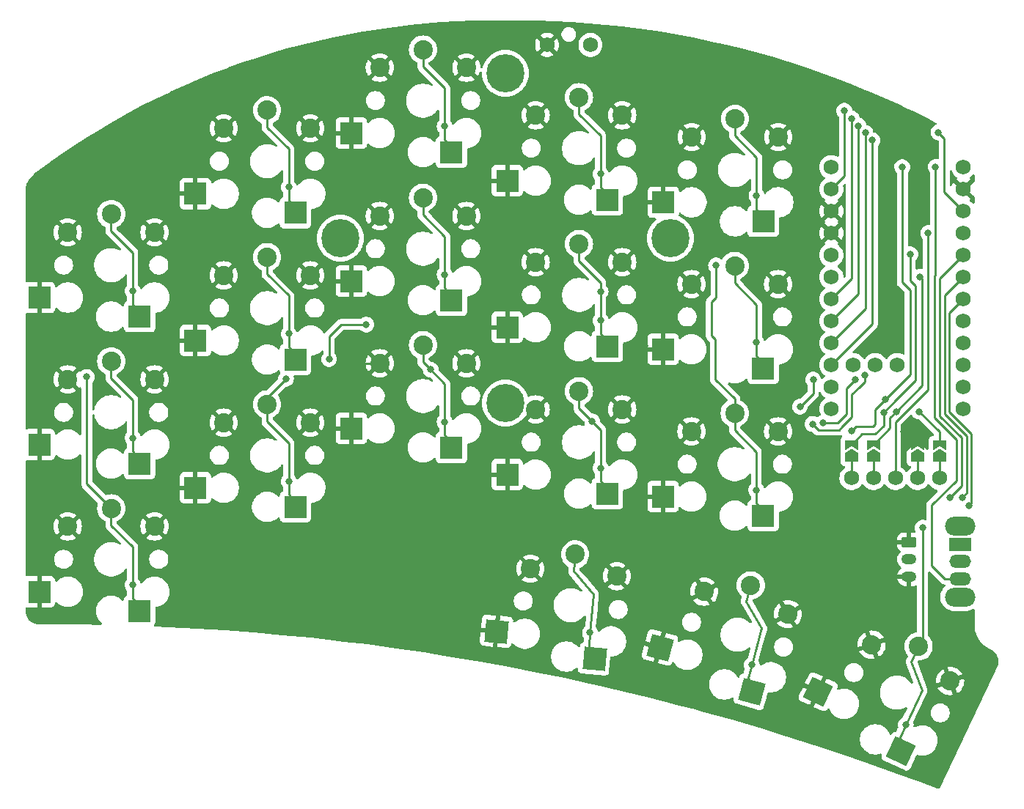
<source format=gbr>
%TF.GenerationSoftware,KiCad,Pcbnew,8.0.5*%
%TF.CreationDate,2024-10-14T17:07:37+02:00*%
%TF.ProjectId,oni-kb,6f6e692d-6b62-42e6-9b69-6361645f7063,rev?*%
%TF.SameCoordinates,Original*%
%TF.FileFunction,Copper,L2,Bot*%
%TF.FilePolarity,Positive*%
%FSLAX46Y46*%
G04 Gerber Fmt 4.6, Leading zero omitted, Abs format (unit mm)*
G04 Created by KiCad (PCBNEW 8.0.5) date 2024-10-14 17:07:37*
%MOMM*%
%LPD*%
G01*
G04 APERTURE LIST*
G04 Aperture macros list*
%AMRoundRect*
0 Rectangle with rounded corners*
0 $1 Rounding radius*
0 $2 $3 $4 $5 $6 $7 $8 $9 X,Y pos of 4 corners*
0 Add a 4 corners polygon primitive as box body*
4,1,4,$2,$3,$4,$5,$6,$7,$8,$9,$2,$3,0*
0 Add four circle primitives for the rounded corners*
1,1,$1+$1,$2,$3*
1,1,$1+$1,$4,$5*
1,1,$1+$1,$6,$7*
1,1,$1+$1,$8,$9*
0 Add four rect primitives between the rounded corners*
20,1,$1+$1,$2,$3,$4,$5,0*
20,1,$1+$1,$4,$5,$6,$7,0*
20,1,$1+$1,$6,$7,$8,$9,0*
20,1,$1+$1,$8,$9,$2,$3,0*%
%AMRotRect*
0 Rectangle, with rotation*
0 The origin of the aperture is its center*
0 $1 length*
0 $2 width*
0 $3 Rotation angle, in degrees counterclockwise*
0 Add horizontal line*
21,1,$1,$2,0,0,$3*%
%AMFreePoly0*
4,1,6,1.000000,0.000000,0.500000,-0.750000,-0.500000,-0.750000,-0.500000,0.750000,0.500000,0.750000,1.000000,0.000000,1.000000,0.000000,$1*%
%AMFreePoly1*
4,1,6,0.500000,-0.750000,-0.650000,-0.750000,-0.150000,0.000000,-0.650000,0.750000,0.500000,0.750000,0.500000,-0.750000,0.500000,-0.750000,$1*%
G04 Aperture macros list end*
%TA.AperFunction,SMDPad,CuDef*%
%ADD10R,2.600000X2.600000*%
%TD*%
%TA.AperFunction,ComponentPad*%
%ADD11C,2.232000*%
%TD*%
%TA.AperFunction,ComponentPad*%
%ADD12C,1.752600*%
%TD*%
%TA.AperFunction,SMDPad,CuDef*%
%ADD13RotRect,2.600000X2.600000X155.000000*%
%TD*%
%TA.AperFunction,ComponentPad*%
%ADD14C,1.750000*%
%TD*%
%TA.AperFunction,ComponentPad*%
%ADD15RoundRect,0.250000X-0.625000X0.350000X-0.625000X-0.350000X0.625000X-0.350000X0.625000X0.350000X0*%
%TD*%
%TA.AperFunction,ComponentPad*%
%ADD16O,1.750000X1.200000*%
%TD*%
%TA.AperFunction,SMDPad,CuDef*%
%ADD17RotRect,2.600000X2.600000X175.000000*%
%TD*%
%TA.AperFunction,ComponentPad*%
%ADD18C,4.400000*%
%TD*%
%TA.AperFunction,SMDPad,CuDef*%
%ADD19RotRect,2.600000X2.600000X165.000000*%
%TD*%
%TA.AperFunction,ComponentPad*%
%ADD20O,3.500000X2.200000*%
%TD*%
%TA.AperFunction,ComponentPad*%
%ADD21R,2.500000X1.500000*%
%TD*%
%TA.AperFunction,ComponentPad*%
%ADD22O,2.500000X1.500000*%
%TD*%
%TA.AperFunction,SMDPad,CuDef*%
%ADD23FreePoly0,90.000000*%
%TD*%
%TA.AperFunction,SMDPad,CuDef*%
%ADD24FreePoly1,90.000000*%
%TD*%
%TA.AperFunction,ViaPad*%
%ADD25C,0.800000*%
%TD*%
%TA.AperFunction,Conductor*%
%ADD26C,0.250000*%
%TD*%
G04 APERTURE END LIST*
D10*
%TO.P,SW4,1,1*%
%TO.N,Switch3*%
X131287593Y-70173504D03*
D11*
X128012593Y-58323504D03*
%TO.P,SW4,2,2*%
%TO.N,gnd*%
X133012593Y-60423504D03*
X123012593Y-60423504D03*
D10*
X119737593Y-67973504D03*
%TD*%
D12*
%TO.P,Display1,1,MOSI*%
%TO.N,Net-(Display1-Pad1)*%
X177458795Y-107820794D03*
%TO.P,Display1,2,SCK*%
%TO.N,Net-(Display1-Pad2)*%
X179998795Y-107820794D03*
%TO.P,Display1,3,VCC*%
%TO.N,vcc*%
X182538795Y-107820794D03*
%TO.P,Display1,4,GND*%
%TO.N,Net-(Display1-Pad4)*%
X185078795Y-107820794D03*
%TO.P,Display1,5,CS*%
%TO.N,Net-(Display1-Pad5)*%
X187618795Y-107820794D03*
%TD*%
D13*
%TO.P,SW20,1,1*%
%TO.N,Switch16*%
X183166175Y-139400108D03*
D11*
X185206044Y-127276286D03*
%TO.P,SW20,2,2*%
%TO.N,gnd*%
X188850084Y-131292624D03*
X179787006Y-127066441D03*
D13*
X173628081Y-132524990D03*
%TD*%
D10*
%TO.P,SW2,1,1*%
%TO.N,Switch1*%
X95287594Y-89173504D03*
D11*
X92012594Y-77323504D03*
%TO.P,SW2,2,2*%
%TO.N,gnd*%
X97012594Y-79423504D03*
X87012594Y-79423504D03*
D10*
X83737594Y-86973504D03*
%TD*%
D14*
%TO.P,RSW1,1,1*%
%TO.N,gnd*%
X142337594Y-57786006D03*
%TO.P,RSW1,2,2*%
%TO.N,reset*%
X147337594Y-57786006D03*
%TD*%
D12*
%TO.P,U1,1,TX0/P0.06*%
%TO.N,nv_cs*%
X175142593Y-71890254D03*
%TO.P,U1,2,RX1/P0.08*%
%TO.N,Switch1*%
X175142593Y-74430254D03*
%TO.P,U1,3,GND*%
%TO.N,gnd*%
X175142593Y-76970254D03*
%TO.P,U1,4,GND*%
X175142593Y-79510254D03*
%TO.P,U1,5,P0.17*%
%TO.N,mosi*%
X175142593Y-82050254D03*
%TO.P,U1,6,P0.20*%
%TO.N,sck*%
X175142593Y-84590254D03*
%TO.P,U1,7,P0.22*%
%TO.N,Switch2*%
X175142593Y-87130254D03*
%TO.P,U1,8,P0.24*%
%TO.N,Switch3*%
X175142593Y-89670254D03*
%TO.P,U1,9,P1.00*%
%TO.N,Switch4*%
X175142593Y-92210254D03*
%TO.P,U1,10,P0.11*%
%TO.N,Switch5*%
X175142593Y-94750254D03*
%TO.P,U1,11,P1.04*%
%TO.N,Switch6*%
X175142593Y-97290254D03*
%TO.P,U1,12,P1.06*%
%TO.N,Switch7*%
X175142593Y-99830254D03*
%TO.P,U1,13,NFC1/P0.09*%
%TO.N,Switch11*%
X190382593Y-99830254D03*
%TO.P,U1,14,NFC2/P0.10*%
%TO.N,Switch12*%
X190382593Y-97290254D03*
%TO.P,U1,15,P1.11*%
%TO.N,Switch13*%
X190382593Y-94750254D03*
%TO.P,U1,16,P1.13*%
%TO.N,Switch14*%
X190382593Y-92210254D03*
%TO.P,U1,17,P1.15*%
%TO.N,Switch15*%
X190382593Y-89670254D03*
%TO.P,U1,18,AIN0/P0.02*%
%TO.N,Switch16*%
X190382593Y-87130254D03*
%TO.P,U1,19,AIN5/P0.29*%
%TO.N,Switch17*%
X190382593Y-84590254D03*
%TO.P,U1,20,AIN7/P0.31*%
%TO.N,Switch18*%
X190382593Y-82050254D03*
%TO.P,U1,21,VCC*%
%TO.N,vcc*%
X190382593Y-79510254D03*
%TO.P,U1,22,RST*%
%TO.N,reset*%
X190382593Y-76970254D03*
%TO.P,U1,23,GND*%
%TO.N,gnd*%
X190382593Y-74430254D03*
%TO.P,U1,24,BATIN/P0.04*%
%TO.N,raw*%
X190382593Y-71890254D03*
%TO.P,U1,31,P1.01*%
%TO.N,Switch8*%
X177682593Y-94750254D03*
%TO.P,U1,32,P1.02*%
%TO.N,Switch9*%
X180222593Y-94750254D03*
%TO.P,U1,33,P1.07*%
%TO.N,Switch10*%
X182762593Y-94750254D03*
%TD*%
D10*
%TO.P,SW12,1,1*%
%TO.N,Switch10*%
X167267594Y-95163504D03*
D11*
X163992594Y-83313504D03*
%TO.P,SW12,2,2*%
%TO.N,gnd*%
X168992594Y-85413504D03*
X158992594Y-85413504D03*
D10*
X155717594Y-92963504D03*
%TD*%
%TO.P,SW6,1,1*%
%TO.N,Switch5*%
X167287592Y-78173504D03*
D11*
X164012592Y-66323504D03*
%TO.P,SW6,2,2*%
%TO.N,gnd*%
X169012592Y-68423504D03*
X159012592Y-68423504D03*
D10*
X155737592Y-75973504D03*
%TD*%
D15*
%TO.P,J1,1,Pin_1*%
%TO.N,gnd*%
X184118795Y-115230793D03*
D16*
%TO.P,J1,2,Pin_2*%
%TO.N,Net-(J1-Pad2)*%
X184118795Y-117230793D03*
%TO.P,J1,3,Pin_3*%
%TO.N,gnd*%
X184118795Y-119230793D03*
%TD*%
D10*
%TO.P,SW11,1,1*%
%TO.N,Switch9*%
X149287596Y-92623507D03*
D11*
X146012596Y-80773507D03*
%TO.P,SW11,2,2*%
%TO.N,gnd*%
X151012596Y-82873507D03*
X141012596Y-82873507D03*
D10*
X137737596Y-90423507D03*
%TD*%
%TO.P,SW14,1,1*%
%TO.N,Switch11*%
X95287594Y-123173501D03*
D11*
X92012594Y-111323501D03*
%TO.P,SW14,2,2*%
%TO.N,gnd*%
X97012594Y-113423501D03*
X87012594Y-113423501D03*
D10*
X83737594Y-120973501D03*
%TD*%
%TO.P,SW15,1,1*%
%TO.N,Switch12*%
X113287593Y-111165503D03*
D11*
X110012593Y-99315503D03*
%TO.P,SW15,2,2*%
%TO.N,gnd*%
X115012593Y-101415503D03*
X105012593Y-101415503D03*
D10*
X101737593Y-108965503D03*
%TD*%
%TO.P,SW17,1,1*%
%TO.N,Switch14*%
X149287594Y-109641507D03*
D11*
X146012594Y-97791507D03*
%TO.P,SW17,2,2*%
%TO.N,gnd*%
X151012594Y-99891507D03*
X141012594Y-99891507D03*
D10*
X137737594Y-107441507D03*
%TD*%
D17*
%TO.P,SW1,1,1*%
%TO.N,Switch18*%
X147806554Y-128736296D03*
D11*
X145576812Y-116645953D03*
%TO.P,SW1,2,2*%
%TO.N,gnd*%
X150374758Y-119173741D03*
X140412811Y-118302183D03*
D17*
X136492248Y-125538018D03*
%TD*%
D18*
%TO.P,REF\u002A\u002A,1*%
%TO.N,N/C*%
X118462595Y-80123505D03*
X137512595Y-61073505D03*
X137512595Y-99173505D03*
X156562595Y-80123505D03*
%TD*%
D10*
%TO.P,SW8,1,1*%
%TO.N,Switch6*%
X95287594Y-106173504D03*
D11*
X92012594Y-94323504D03*
%TO.P,SW8,2,2*%
%TO.N,gnd*%
X97012594Y-96423504D03*
X87012594Y-96423504D03*
D10*
X83737594Y-103973504D03*
%TD*%
%TO.P,SW3,1,1*%
%TO.N,Switch2*%
X113287596Y-77173504D03*
D11*
X110012596Y-65323504D03*
%TO.P,SW3,2,2*%
%TO.N,gnd*%
X115012596Y-67423504D03*
X105012596Y-67423504D03*
D10*
X101737596Y-74973504D03*
%TD*%
%TO.P,SW16,1,1*%
%TO.N,Switch13*%
X131287592Y-104307505D03*
D11*
X128012592Y-92457505D03*
%TO.P,SW16,2,2*%
%TO.N,gnd*%
X133012592Y-94557505D03*
X123012592Y-94557505D03*
D10*
X119737592Y-102107505D03*
%TD*%
%TO.P,SW18,1,1*%
%TO.N,Switch15*%
X167261248Y-112181504D03*
D11*
X163986248Y-100331504D03*
%TO.P,SW18,2,2*%
%TO.N,gnd*%
X168986248Y-102431504D03*
X158986248Y-102431504D03*
D10*
X155711248Y-109981504D03*
%TD*%
%TO.P,SW5,1,1*%
%TO.N,Switch4*%
X149287594Y-75673505D03*
D11*
X146012594Y-63823505D03*
%TO.P,SW5,2,2*%
%TO.N,gnd*%
X151012594Y-65923505D03*
X141012594Y-65923505D03*
D10*
X137737594Y-73473505D03*
%TD*%
D19*
%TO.P,SW21,1,1*%
%TO.N,Switch17*%
X165936026Y-132518396D03*
D11*
X165839624Y-120224543D03*
%TO.P,SW21,2,2*%
%TO.N,gnd*%
X170125734Y-123547082D03*
X160466475Y-120958892D03*
D19*
X155348984Y-127403999D03*
%TD*%
D10*
%TO.P,SW10,1,1*%
%TO.N,Switch8*%
X131287595Y-87289504D03*
D11*
X128012595Y-75439504D03*
%TO.P,SW10,2,2*%
%TO.N,gnd*%
X133012595Y-77539504D03*
X123012595Y-77539504D03*
D10*
X119737595Y-85089504D03*
%TD*%
%TO.P,SW9,1,1*%
%TO.N,Switch7*%
X113287596Y-94147504D03*
D11*
X110012596Y-82297504D03*
%TO.P,SW9,2,2*%
%TO.N,gnd*%
X115012596Y-84397504D03*
X105012596Y-84397504D03*
D10*
X101737596Y-91947504D03*
%TD*%
D20*
%TO.P,SW7,*%
%TO.N,*%
X189975729Y-113388502D03*
X189975729Y-121588502D03*
D21*
%TO.P,SW7,1,A*%
%TO.N,unconnected-(SW7-Pad1)*%
X189975729Y-115488502D03*
D22*
%TO.P,SW7,2,B*%
%TO.N,Net-(J1-Pad2)*%
X189975729Y-117488502D03*
%TO.P,SW7,3,C*%
%TO.N,raw*%
X189975729Y-119488502D03*
%TD*%
D23*
%TO.P,JP3,1,A*%
%TO.N,Net-(Display1-Pad2)*%
X180005729Y-105433502D03*
D24*
%TO.P,JP3,2,B*%
%TO.N,sck*%
X180005729Y-103983502D03*
%TD*%
D23*
%TO.P,JP1,1,A*%
%TO.N,Net-(Display1-Pad5)*%
X187615729Y-105433502D03*
D24*
%TO.P,JP1,2,B*%
%TO.N,nv_cs*%
X187615729Y-103983502D03*
%TD*%
D23*
%TO.P,JP2,1,A*%
%TO.N,Net-(Display1-Pad4)*%
X185095729Y-105433502D03*
D24*
%TO.P,JP2,2,B*%
%TO.N,gnd*%
X185095729Y-103983502D03*
%TD*%
D23*
%TO.P,JP4,1,A*%
%TO.N,Net-(Display1-Pad1)*%
X177455729Y-105433502D03*
D24*
%TO.P,JP4,2,B*%
%TO.N,mosi*%
X177455729Y-103983502D03*
%TD*%
D25*
%TO.N,gnd*%
X171565729Y-95298502D03*
X183475729Y-102428502D03*
X153595729Y-92588502D03*
X118525729Y-94078502D03*
%TO.N,vcc*%
X186317481Y-79510254D03*
%TO.N,Switch18*%
X147282663Y-125681898D03*
X188865729Y-110088502D03*
%TO.N,reset*%
X187498796Y-67890793D03*
%TO.N,Switch1*%
X94504996Y-86198082D03*
X176638657Y-65400562D03*
%TO.N,Switch2*%
X177478658Y-66280562D03*
X112504997Y-74188081D03*
%TO.N,Switch3*%
X130508795Y-67190795D03*
X178268657Y-67120563D03*
%TO.N,Switch4*%
X179078658Y-67960562D03*
X148504007Y-72686558D03*
%TO.N,Switch5*%
X166504145Y-75187211D03*
X179868657Y-68800562D03*
%TO.N,Switch6*%
X94504998Y-103188082D03*
%TO.N,Switch7*%
X112504580Y-91157072D03*
%TO.N,Switch8*%
X130504997Y-84308082D03*
%TO.N,Switch9*%
X148504983Y-86284236D03*
X148504983Y-89638076D03*
%TO.N,Switch10*%
X166483258Y-92176546D03*
%TO.N,Switch11*%
X117168657Y-94080563D03*
X94504997Y-120198084D03*
X89188657Y-96150562D03*
X121458657Y-90090562D03*
%TO.N,Switch12*%
X112504812Y-108187905D03*
X171518657Y-99590562D03*
X173038657Y-96450563D03*
X112198658Y-96360562D03*
%TO.N,Switch13*%
X130506303Y-101324476D03*
X128890525Y-95308695D03*
X174138658Y-101470563D03*
X177928657Y-96450562D03*
%TO.N,Switch14*%
X148504996Y-106658082D03*
X178968658Y-95970563D03*
X172968657Y-101580562D03*
X147538067Y-101291152D03*
%TO.N,Switch15*%
X161838657Y-83260563D03*
X166474167Y-109197844D03*
%TO.N,Switch16*%
X183723644Y-136342227D03*
X185688657Y-113560563D03*
X191065729Y-111008502D03*
%TO.N,Switch17*%
X190225729Y-110078502D03*
X165954919Y-129412004D03*
%TO.N,raw*%
X187175729Y-71888502D03*
%TO.N,mosi*%
X184255729Y-81968502D03*
X181165729Y-100248502D03*
%TO.N,sck*%
X182635729Y-100138502D03*
X185395729Y-84578502D03*
%TO.N,nv_cs*%
X177455729Y-102398502D03*
X181365729Y-98748502D03*
X183325729Y-71888502D03*
X185275729Y-100138502D03*
%TD*%
D26*
%TO.N,gnd*%
X119004732Y-94557505D02*
X118525729Y-94078502D01*
X171575729Y-95288502D02*
X171565729Y-95298502D01*
X155717594Y-92963504D02*
X153970731Y-92963504D01*
X123012592Y-94557505D02*
X119004732Y-94557505D01*
X153970731Y-92963504D02*
X153595729Y-92588502D01*
X168992594Y-85413504D02*
X171575729Y-87996639D01*
X185030729Y-103983502D02*
X183475729Y-102428502D01*
X171575729Y-87996639D02*
X171575729Y-93858502D01*
X185095729Y-103983502D02*
X185030729Y-103983502D01*
X171575729Y-93858502D02*
X171575729Y-95288502D01*
%TO.N,vcc*%
X186317481Y-97616750D02*
X186317481Y-79510254D01*
X182538795Y-107820794D02*
X182538795Y-101395436D01*
X182538795Y-101395436D02*
X186317481Y-97616750D01*
%TO.N,Switch18*%
X147282663Y-125681898D02*
X147666148Y-121298642D01*
X190195729Y-103168502D02*
X190195729Y-107038502D01*
X187675729Y-84757118D02*
X187675729Y-100648502D01*
X147798537Y-128721136D02*
X147852043Y-128109559D01*
X147144085Y-127265849D02*
X147282663Y-125681898D01*
X145397004Y-118594380D02*
X145568794Y-116630794D01*
X190195729Y-108758502D02*
X188865729Y-110088502D01*
X147666148Y-121298642D02*
X145397004Y-118594380D01*
X190382593Y-82050254D02*
X187675729Y-84757118D01*
X147852043Y-128109559D02*
X147144085Y-127265849D01*
X187675729Y-100648502D02*
X190195729Y-103168502D01*
X190195729Y-107038502D02*
X190195729Y-108758502D01*
%TO.N,reset*%
X190382593Y-76970254D02*
X188185729Y-74773390D01*
X188185729Y-68577726D02*
X187498796Y-67890793D01*
X188185729Y-74773390D02*
X188185729Y-68577726D01*
%TO.N,Switch1*%
X94504998Y-81798083D02*
X92008795Y-79301882D01*
X94504997Y-87788083D02*
X94504996Y-86198082D01*
X175142593Y-74430254D02*
X176638657Y-72934190D01*
X176638657Y-72795574D02*
X176638657Y-65400562D01*
X176638657Y-72934190D02*
X176638657Y-72795574D01*
X95283793Y-88566880D02*
X94504997Y-87788083D01*
X94504996Y-86198082D02*
X94504998Y-81798083D01*
X92008795Y-79301882D02*
X92008794Y-77330793D01*
X95283796Y-89180792D02*
X95283793Y-88566880D01*
%TO.N,Switch2*%
X112504998Y-69788083D02*
X110008794Y-67291882D01*
X112504998Y-75778084D02*
X112504997Y-74188081D01*
X110008794Y-67291882D02*
X110008795Y-65320794D01*
X113283796Y-76556881D02*
X112504998Y-75778084D01*
X113283794Y-77170792D02*
X113283796Y-76556881D01*
X112504997Y-74188081D02*
X112504998Y-69788083D01*
X177478657Y-84794190D02*
X177478658Y-66280562D01*
X175142593Y-87130254D02*
X177478657Y-84794190D01*
%TO.N,Switch3*%
X131287594Y-70173504D02*
X131287593Y-69559589D01*
X175142593Y-89670255D02*
X178268657Y-86544191D01*
X130508796Y-62790793D02*
X128012593Y-60294592D01*
X131287593Y-69559589D02*
X130508795Y-68780794D01*
X178268657Y-86544191D02*
X178268657Y-67120563D01*
X130508795Y-68780794D02*
X130508795Y-67190795D01*
X128012593Y-60294592D02*
X128012593Y-58323504D01*
X130508795Y-67190795D02*
X130508796Y-62790793D01*
%TO.N,Switch4*%
X179078657Y-88274190D02*
X179078658Y-67960562D01*
X148504007Y-72686558D02*
X148504008Y-68286559D01*
X149282805Y-75055358D02*
X148504008Y-74276558D01*
X148504008Y-68286559D02*
X146007807Y-65790358D01*
X146007807Y-65790358D02*
X146007807Y-63819270D01*
X175142593Y-92210254D02*
X179078657Y-88274190D01*
X148504008Y-74276558D02*
X148504007Y-72686558D01*
X149282806Y-75669270D02*
X149282805Y-75055358D01*
%TO.N,Switch5*%
X167282945Y-77556009D02*
X166504146Y-76777212D01*
X167282944Y-78169923D02*
X167282945Y-77556009D01*
X166504147Y-70787211D02*
X164007944Y-68291009D01*
X179868658Y-90024190D02*
X179868657Y-68800562D01*
X166504145Y-75187211D02*
X166504147Y-70787211D01*
X166504146Y-76777212D02*
X166504145Y-75187211D01*
X175142593Y-94750255D02*
X179868658Y-90024190D01*
X164007944Y-68291009D02*
X164007944Y-66319922D01*
%TO.N,Switch6*%
X95283795Y-105556881D02*
X94504998Y-104778081D01*
X95283794Y-106170792D02*
X95283795Y-105556881D01*
X92008796Y-96291880D02*
X92008795Y-94320794D01*
X94504998Y-104778081D02*
X94504998Y-103188082D01*
X94504997Y-98788083D02*
X92008796Y-96291880D01*
X94504998Y-103188082D02*
X94504997Y-98788083D01*
%TO.N,Switch7*%
X113283379Y-94139785D02*
X113283378Y-93525872D01*
X110008379Y-84260872D02*
X110008379Y-82289784D01*
X112504580Y-92747073D02*
X112504580Y-91157072D01*
X112504581Y-86757073D02*
X110008379Y-84260872D01*
X112504580Y-91157072D02*
X112504581Y-86757073D01*
X113283378Y-93525872D02*
X112504580Y-92747073D01*
%TO.N,Switch8*%
X131283794Y-86676881D02*
X130504996Y-85898082D01*
X130504997Y-79908082D02*
X128008795Y-77411880D01*
X131283796Y-87290794D02*
X131283794Y-86676881D01*
X130504997Y-84308082D02*
X130504997Y-79908082D01*
X130504996Y-85898082D02*
X130504997Y-84308082D01*
X128008795Y-77411880D02*
X128008795Y-75440793D01*
%TO.N,Switch9*%
X149283781Y-92006873D02*
X148504982Y-91228075D01*
X148504983Y-86284236D02*
X148504983Y-85238075D01*
X148504982Y-91228075D02*
X148504983Y-89638076D01*
X146008780Y-82741872D02*
X146008781Y-80770787D01*
X148504983Y-89638076D02*
X148504983Y-86284236D01*
X148504983Y-85238075D02*
X146008780Y-82741872D01*
X149283782Y-92620788D02*
X149283781Y-92006873D01*
%TO.N,Switch10*%
X166483259Y-87776548D02*
X163987056Y-85280344D01*
X166483258Y-92176546D02*
X166483259Y-87776548D01*
X166483260Y-93766546D02*
X166483258Y-92176546D01*
X167262057Y-94545344D02*
X166483260Y-93766546D01*
X163987056Y-85280344D02*
X163987057Y-83309256D01*
X167262057Y-95159257D02*
X167262057Y-94545344D01*
%TO.N,Switch11*%
X94504997Y-121788083D02*
X94504997Y-120198084D01*
X92012595Y-111323502D02*
X89188657Y-108499565D01*
X117168657Y-91480562D02*
X117168657Y-94080563D01*
X95283796Y-123180793D02*
X95283796Y-122566881D01*
X94504997Y-115798082D02*
X92008794Y-113301881D01*
X118558657Y-90090562D02*
X117698658Y-90950563D01*
X117698658Y-90950563D02*
X117168657Y-91480562D01*
X95283796Y-122566881D02*
X94504997Y-121788083D01*
X121458657Y-90090562D02*
X118558657Y-90090562D01*
X94504997Y-120198084D02*
X94504997Y-115798082D01*
X92008794Y-113301881D02*
X92008794Y-111330793D01*
X89188657Y-108499565D02*
X89188657Y-96150562D01*
%TO.N,Switch12*%
X113283611Y-111170615D02*
X113283610Y-110556702D01*
X173038657Y-96450563D02*
X173038657Y-98070562D01*
X112504811Y-103787905D02*
X110008611Y-101291702D01*
X112198658Y-96360562D02*
X110012593Y-98546627D01*
X113283610Y-110556702D02*
X112504814Y-109777903D01*
X112504814Y-109777903D02*
X112504812Y-108187905D01*
X110012593Y-98546627D02*
X110012593Y-99315503D01*
X112504812Y-108187905D02*
X112504811Y-103787905D01*
X110008611Y-101291702D02*
X110008612Y-99320616D01*
X173038657Y-98070562D02*
X171518657Y-99590562D01*
%TO.N,Switch13*%
X176888658Y-100470562D02*
X175888658Y-101470562D01*
X128010101Y-94428274D02*
X128010102Y-92457187D01*
X130506304Y-96924474D02*
X128890525Y-95308695D01*
X175888658Y-101470562D02*
X174138658Y-101470563D01*
X177928657Y-96450562D02*
X176888658Y-97490562D01*
X131285102Y-103693271D02*
X130506303Y-102914474D01*
X128890525Y-95308695D02*
X128010101Y-94428274D01*
X176888658Y-97490562D02*
X176888658Y-100470562D01*
X131285101Y-104307184D02*
X131285102Y-103693271D01*
X130506303Y-101324476D02*
X130506304Y-96924474D01*
X130506303Y-102914474D02*
X130506303Y-101324476D01*
%TO.N,Switch14*%
X178968658Y-96720562D02*
X178408658Y-97280563D01*
X149283796Y-109026881D02*
X148504998Y-108248084D01*
X147538067Y-101291152D02*
X146008795Y-99761882D01*
X148504998Y-108248084D02*
X148504996Y-106658082D01*
X176408658Y-101910563D02*
X176028657Y-102290562D01*
X177518657Y-100800563D02*
X176408658Y-101910563D01*
X178968658Y-95970563D02*
X178968658Y-96720562D01*
X176028657Y-102290562D02*
X173868657Y-102290562D01*
X148504996Y-106658082D02*
X148504998Y-102258084D01*
X173868657Y-102290562D02*
X173678657Y-102290562D01*
X173678657Y-102290562D02*
X172968657Y-101580562D01*
X149283796Y-109640793D02*
X149283796Y-109026881D01*
X177518657Y-99440562D02*
X177518657Y-100800563D01*
X146008795Y-99761882D02*
X146008794Y-97790794D01*
X177518657Y-98170563D02*
X177518657Y-99440562D01*
X148504998Y-102258084D02*
X147538067Y-101291152D01*
X178408658Y-97280563D02*
X177518657Y-98170563D01*
%TO.N,Switch15*%
X161758657Y-96420562D02*
X163986248Y-98648154D01*
X161838658Y-86960562D02*
X161298657Y-87500562D01*
X166474165Y-110787843D02*
X166474167Y-109197844D01*
X166474167Y-109197844D02*
X166474167Y-104797844D01*
X163986248Y-98648154D02*
X163986249Y-100331505D01*
X167252964Y-112180555D02*
X167252964Y-111566643D01*
X161758657Y-91830562D02*
X161758657Y-96420562D01*
X161838657Y-83260563D02*
X161838658Y-86960562D01*
X166474167Y-104797844D02*
X163977965Y-102301643D01*
X167252964Y-111566643D02*
X166474165Y-110787843D01*
X161298657Y-87500562D02*
X161298657Y-91370562D01*
X163977965Y-102301643D02*
X163977963Y-100330556D01*
X161298657Y-91370562D02*
X161758657Y-91830562D01*
%TO.N,Switch16*%
X188748657Y-88764190D02*
X188748658Y-91120562D01*
X191308657Y-110765574D02*
X191065729Y-111008502D01*
X184375777Y-129037205D02*
X185208796Y-127250793D01*
X191308657Y-102741430D02*
X191308657Y-110765574D01*
X183428377Y-138818221D02*
X183051681Y-137783256D01*
X183723644Y-136342227D02*
X185583164Y-132354473D01*
X185688657Y-113560563D02*
X185688657Y-126793674D01*
X183051681Y-137783256D02*
X183723644Y-136342227D01*
X188748658Y-91120562D02*
X188748657Y-100181430D01*
X185583164Y-132354473D02*
X184375777Y-129037205D01*
X183168926Y-139374615D02*
X183428377Y-138818221D01*
X190382593Y-87130255D02*
X188748657Y-88764190D01*
X185688657Y-126793674D02*
X185206044Y-127276286D01*
X188748657Y-100181430D02*
X191308657Y-102741430D01*
%TO.N,Switch17*%
X190795729Y-108638502D02*
X190795729Y-109508502D01*
X165543394Y-130947824D02*
X165954919Y-129412004D01*
X190795729Y-102988502D02*
X190795729Y-108638502D01*
X190382593Y-84590254D02*
X188256163Y-86716684D01*
X188256163Y-86716684D02*
X188256163Y-100448936D01*
X165935197Y-132494647D02*
X166094090Y-131901654D01*
X190795729Y-109508502D02*
X190225729Y-110078502D01*
X165328640Y-122104717D02*
X165838795Y-120200794D01*
X166094090Y-131901654D02*
X165543394Y-130947824D01*
X165954919Y-129412004D02*
X167093720Y-125161927D01*
X188256163Y-100448936D02*
X190795729Y-102988502D01*
X167093720Y-125161927D02*
X165328640Y-122104717D01*
%TO.N,raw*%
X187175729Y-84378502D02*
X187045729Y-84508502D01*
X189555729Y-103398502D02*
X189555729Y-108118502D01*
X186738794Y-110935437D02*
X186738794Y-117961567D01*
X189975729Y-119488502D02*
X188265729Y-119488502D01*
X187045729Y-84508502D02*
X187045729Y-100888502D01*
X189555729Y-108118502D02*
X186738794Y-110935437D01*
X187175729Y-71888502D02*
X187175729Y-84378502D01*
X186738794Y-117961567D02*
X188265729Y-119488502D01*
X187045729Y-100888502D02*
X189555729Y-103398502D01*
%TO.N,mosi*%
X181165729Y-101748502D02*
X181165729Y-100248502D01*
X184875729Y-96538502D02*
X184875729Y-94258502D01*
X182635729Y-98778502D02*
X184875729Y-96538502D01*
X184875729Y-94258502D02*
X184875729Y-85658502D01*
X180185729Y-102728502D02*
X181165729Y-101748502D01*
X184875729Y-85658502D02*
X184255729Y-85038502D01*
X178705729Y-102728502D02*
X180185729Y-102728502D01*
X184255729Y-85038502D02*
X184255729Y-81968502D01*
X177455729Y-103983502D02*
X177455729Y-103978502D01*
X177455729Y-103978502D02*
X178705729Y-102728502D01*
X181165729Y-100248502D02*
X182635729Y-98778502D01*
%TO.N,sck*%
X181925729Y-100848502D02*
X181925729Y-102063502D01*
X185615729Y-84798502D02*
X185395729Y-84578502D01*
X185615729Y-94228502D02*
X185615729Y-84798502D01*
X182635729Y-100138502D02*
X181925729Y-100848502D01*
X182635729Y-100138502D02*
X185615729Y-97158502D01*
X181925729Y-102063502D02*
X180005729Y-103983502D01*
X185615729Y-97158502D02*
X185615729Y-94228502D01*
%TO.N,nv_cs*%
X187615729Y-102478502D02*
X185275729Y-100138502D01*
X184245729Y-95318502D02*
X184245729Y-86128502D01*
X187615729Y-103983502D02*
X187615729Y-102478502D01*
X183325729Y-85208502D02*
X183325729Y-71888502D01*
X180215729Y-101598502D02*
X180215729Y-99898502D01*
X177965729Y-101888502D02*
X179925729Y-101888502D01*
X177455729Y-102398502D02*
X177965729Y-101888502D01*
X184245729Y-95868502D02*
X184245729Y-95318502D01*
X184245729Y-86128502D02*
X183605729Y-85488502D01*
X183605729Y-85488502D02*
X183325729Y-85208502D01*
X181365729Y-98748502D02*
X184245729Y-95868502D01*
X179925729Y-101888502D02*
X180215729Y-101598502D01*
X180215729Y-99898502D02*
X181365729Y-98748502D01*
%TO.N,Net-(Display1-Pad1)*%
X177458795Y-107820794D02*
X177458795Y-105436568D01*
X177458795Y-105436568D02*
X177455729Y-105433502D01*
%TO.N,Net-(Display1-Pad2)*%
X179998795Y-107820794D02*
X179998795Y-105440436D01*
X179998795Y-105440436D02*
X180005729Y-105433502D01*
%TO.N,Net-(Display1-Pad4)*%
X185078795Y-105445436D02*
X185095729Y-105428502D01*
X185078795Y-107820794D02*
X185078795Y-105445436D01*
%TO.N,Net-(Display1-Pad5)*%
X187618795Y-105436568D02*
X187615729Y-105433502D01*
X187618795Y-107820794D02*
X187618795Y-105436568D01*
%TD*%
%TA.AperFunction,Conductor*%
%TO.N,gnd*%
G36*
X139278568Y-54969372D02*
G01*
X141233151Y-54993844D01*
X141235317Y-54993891D01*
X143189295Y-55054911D01*
X143191445Y-55054998D01*
X145143835Y-55152540D01*
X145146114Y-55152675D01*
X147096221Y-55286697D01*
X147098501Y-55286875D01*
X149045822Y-55457344D01*
X149048085Y-55457563D01*
X150991928Y-55664418D01*
X150994201Y-55664682D01*
X152933790Y-55907844D01*
X152935953Y-55908136D01*
X154870662Y-56187522D01*
X154872929Y-56187871D01*
X156416013Y-56440244D01*
X156802033Y-56503378D01*
X156804355Y-56503780D01*
X158727167Y-56855293D01*
X158729480Y-56855738D01*
X160645425Y-57243152D01*
X160647730Y-57243641D01*
X161679420Y-57472413D01*
X162231987Y-57594943D01*
X162556053Y-57666803D01*
X162558340Y-57667333D01*
X164458498Y-58126122D01*
X164460592Y-58126648D01*
X166351933Y-58620913D01*
X166354096Y-58621500D01*
X168235803Y-59151026D01*
X168237930Y-59151645D01*
X170109472Y-59716283D01*
X170111600Y-59716947D01*
X171972174Y-60316455D01*
X171974334Y-60317174D01*
X173823363Y-60951364D01*
X173825584Y-60952149D01*
X175662291Y-61620751D01*
X175664495Y-61621576D01*
X177488532Y-62324464D01*
X177490603Y-62325284D01*
X179301231Y-63062176D01*
X179303276Y-63063031D01*
X181099791Y-63833643D01*
X181101816Y-63834535D01*
X182883551Y-64638578D01*
X182885637Y-64639543D01*
X183845449Y-65094467D01*
X184652021Y-65476760D01*
X184654140Y-65477789D01*
X184867239Y-65583716D01*
X186404527Y-66347871D01*
X186406519Y-66348884D01*
X187248164Y-66787062D01*
X187299349Y-66836260D01*
X187315810Y-66905322D01*
X187292321Y-66972320D01*
X187236338Y-67015983D01*
X187217763Y-67021590D01*
X187216512Y-67021996D01*
X187042043Y-67099675D01*
X186887540Y-67211928D01*
X186759761Y-67353841D01*
X186759754Y-67353851D01*
X186664272Y-67519231D01*
X186664269Y-67519237D01*
X186653746Y-67551623D01*
X186605253Y-67700865D01*
X186585292Y-67890793D01*
X186605253Y-68080720D01*
X186630527Y-68158504D01*
X186664269Y-68262349D01*
X186673104Y-68277651D01*
X186759754Y-68427734D01*
X186759761Y-68427744D01*
X186887540Y-68569657D01*
X186887543Y-68569659D01*
X187042044Y-68681911D01*
X187216508Y-68759587D01*
X187403309Y-68799293D01*
X187426229Y-68799293D01*
X187494350Y-68819295D01*
X187540843Y-68872951D01*
X187552229Y-68925293D01*
X187552229Y-70884135D01*
X187532227Y-70952256D01*
X187478571Y-70998749D01*
X187408297Y-71008853D01*
X187400033Y-71007382D01*
X187271218Y-70980002D01*
X187271216Y-70980002D01*
X187080242Y-70980002D01*
X186893440Y-71019708D01*
X186718976Y-71097384D01*
X186564473Y-71209637D01*
X186436694Y-71351550D01*
X186436687Y-71351560D01*
X186341205Y-71516940D01*
X186341202Y-71516947D01*
X186282186Y-71698574D01*
X186262225Y-71888502D01*
X186282186Y-72078429D01*
X186287401Y-72094478D01*
X186341202Y-72260058D01*
X186352017Y-72278790D01*
X186418137Y-72393314D01*
X186436689Y-72425446D01*
X186509866Y-72506717D01*
X186540582Y-72570722D01*
X186542229Y-72591026D01*
X186542229Y-78475754D01*
X186522227Y-78543875D01*
X186468571Y-78590368D01*
X186416229Y-78601754D01*
X186221994Y-78601754D01*
X186035192Y-78641460D01*
X185860728Y-78719136D01*
X185706225Y-78831389D01*
X185578446Y-78973302D01*
X185578439Y-78973312D01*
X185485406Y-79134451D01*
X185482954Y-79138698D01*
X185474718Y-79164046D01*
X185423938Y-79320326D01*
X185403977Y-79510254D01*
X185423938Y-79700181D01*
X185447163Y-79771657D01*
X185482954Y-79881810D01*
X185482957Y-79881815D01*
X185562240Y-80019138D01*
X185578441Y-80047198D01*
X185651618Y-80128469D01*
X185682334Y-80192474D01*
X185683981Y-80212778D01*
X185683981Y-83555378D01*
X185663979Y-83623499D01*
X185610323Y-83669992D01*
X185540049Y-83680096D01*
X185531784Y-83678625D01*
X185491216Y-83670002D01*
X185300242Y-83670002D01*
X185113438Y-83709708D01*
X185066477Y-83730617D01*
X184996110Y-83740051D01*
X184931813Y-83709944D01*
X184894000Y-83649855D01*
X184889229Y-83615510D01*
X184889229Y-82671026D01*
X184909231Y-82602905D01*
X184921587Y-82586722D01*
X184994769Y-82505446D01*
X185090256Y-82340058D01*
X185149271Y-82158430D01*
X185169233Y-81968502D01*
X185149271Y-81778574D01*
X185090256Y-81596946D01*
X184994769Y-81431558D01*
X184994767Y-81431556D01*
X184994763Y-81431550D01*
X184866984Y-81289637D01*
X184712481Y-81177384D01*
X184538017Y-81099708D01*
X184351216Y-81060002D01*
X184160242Y-81060002D01*
X184111426Y-81070378D01*
X184040635Y-81064976D01*
X183984002Y-81022159D01*
X183959509Y-80955521D01*
X183959229Y-80947131D01*
X183959229Y-72591026D01*
X183979231Y-72522905D01*
X183991587Y-72506722D01*
X184064769Y-72425446D01*
X184160256Y-72260058D01*
X184219271Y-72078430D01*
X184239233Y-71888502D01*
X184219271Y-71698574D01*
X184160256Y-71516946D01*
X184064769Y-71351558D01*
X184064767Y-71351556D01*
X184064763Y-71351550D01*
X183936984Y-71209637D01*
X183782481Y-71097384D01*
X183608017Y-71019708D01*
X183421216Y-70980002D01*
X183230242Y-70980002D01*
X183043440Y-71019708D01*
X182868976Y-71097384D01*
X182714473Y-71209637D01*
X182586694Y-71351550D01*
X182586687Y-71351560D01*
X182491205Y-71516940D01*
X182491202Y-71516947D01*
X182432186Y-71698574D01*
X182412225Y-71888502D01*
X182432186Y-72078429D01*
X182437401Y-72094478D01*
X182491202Y-72260058D01*
X182502017Y-72278790D01*
X182568137Y-72393314D01*
X182586689Y-72425446D01*
X182659866Y-72506717D01*
X182690582Y-72570722D01*
X182692229Y-72591026D01*
X182692229Y-85146108D01*
X182692229Y-85270896D01*
X182716574Y-85393287D01*
X182764329Y-85508577D01*
X182833658Y-85612335D01*
X182833660Y-85612337D01*
X182833663Y-85612341D01*
X183209075Y-85987753D01*
X183209081Y-85987758D01*
X183575324Y-86354001D01*
X183609350Y-86416313D01*
X183612229Y-86443096D01*
X183612229Y-93424021D01*
X183592227Y-93492142D01*
X183538571Y-93538635D01*
X183468297Y-93548739D01*
X183426260Y-93534835D01*
X183400414Y-93520848D01*
X183320767Y-93477745D01*
X183320765Y-93477744D01*
X183320764Y-93477743D01*
X183103710Y-93403229D01*
X183103703Y-93403227D01*
X183006825Y-93387061D01*
X182877341Y-93365454D01*
X182647845Y-93365454D01*
X182534560Y-93384357D01*
X182421482Y-93403227D01*
X182421475Y-93403229D01*
X182204421Y-93477743D01*
X182204419Y-93477745D01*
X182002583Y-93586972D01*
X182002582Y-93586973D01*
X181821472Y-93727937D01*
X181666047Y-93896774D01*
X181598076Y-94000813D01*
X181544072Y-94046901D01*
X181473724Y-94056476D01*
X181409367Y-94026499D01*
X181387110Y-94000813D01*
X181350944Y-93945457D01*
X181319140Y-93896777D01*
X181319139Y-93896776D01*
X181319138Y-93896774D01*
X181163713Y-93727937D01*
X181134106Y-93704893D01*
X180982603Y-93586973D01*
X180982602Y-93586972D01*
X180860411Y-93520846D01*
X180780767Y-93477745D01*
X180780765Y-93477744D01*
X180780764Y-93477743D01*
X180563710Y-93403229D01*
X180563703Y-93403227D01*
X180466825Y-93387061D01*
X180337341Y-93365454D01*
X180107845Y-93365454D01*
X179994560Y-93384357D01*
X179881482Y-93403227D01*
X179881475Y-93403229D01*
X179664421Y-93477743D01*
X179664419Y-93477745D01*
X179462583Y-93586972D01*
X179462582Y-93586973D01*
X179281472Y-93727937D01*
X179126047Y-93896774D01*
X179058076Y-94000813D01*
X179004072Y-94046901D01*
X178933724Y-94056476D01*
X178869367Y-94026499D01*
X178847110Y-94000813D01*
X178810944Y-93945457D01*
X178779140Y-93896777D01*
X178779139Y-93896776D01*
X178779138Y-93896774D01*
X178623713Y-93727937D01*
X178594106Y-93704893D01*
X178442603Y-93586973D01*
X178442602Y-93586972D01*
X178320411Y-93520846D01*
X178240767Y-93477745D01*
X178240765Y-93477744D01*
X178240764Y-93477743D01*
X178023710Y-93403229D01*
X178023703Y-93403227D01*
X177926825Y-93387061D01*
X177797341Y-93365454D01*
X177727487Y-93365454D01*
X177659366Y-93345452D01*
X177612873Y-93291796D01*
X177602769Y-93221522D01*
X177632263Y-93156942D01*
X177638392Y-93150359D01*
X178884393Y-91904359D01*
X180360729Y-90428023D01*
X180430058Y-90324265D01*
X180477813Y-90208975D01*
X180502158Y-90086584D01*
X180502158Y-89961796D01*
X180502158Y-89936736D01*
X180502157Y-89936730D01*
X180502157Y-69503086D01*
X180522159Y-69434965D01*
X180534515Y-69418782D01*
X180607697Y-69337506D01*
X180703184Y-69172118D01*
X180762199Y-68990490D01*
X180782161Y-68800562D01*
X180762199Y-68610634D01*
X180703184Y-68429006D01*
X180607697Y-68263618D01*
X180607695Y-68263616D01*
X180607691Y-68263610D01*
X180479912Y-68121697D01*
X180325409Y-68009444D01*
X180150941Y-67931766D01*
X180074981Y-67915620D01*
X180012508Y-67881892D01*
X179978187Y-67819742D01*
X179975869Y-67805543D01*
X179972200Y-67770634D01*
X179968259Y-67758505D01*
X179913185Y-67589006D01*
X179817698Y-67423618D01*
X179817696Y-67423616D01*
X179817692Y-67423610D01*
X179689913Y-67281697D01*
X179535410Y-67169444D01*
X179360942Y-67091766D01*
X179264522Y-67071271D01*
X179202049Y-67037543D01*
X179167728Y-66975393D01*
X179165410Y-66961192D01*
X179165247Y-66959644D01*
X179162199Y-66930635D01*
X179103184Y-66749007D01*
X179007697Y-66583619D01*
X179007695Y-66583617D01*
X179007691Y-66583611D01*
X178879912Y-66441698D01*
X178725409Y-66329445D01*
X178550941Y-66251767D01*
X178474981Y-66235621D01*
X178412508Y-66201893D01*
X178378187Y-66139743D01*
X178375869Y-66125544D01*
X178372200Y-66090634D01*
X178363315Y-66063290D01*
X178313185Y-65909006D01*
X178217698Y-65743618D01*
X178217696Y-65743616D01*
X178217692Y-65743610D01*
X178089913Y-65601697D01*
X177935410Y-65489444D01*
X177760946Y-65411768D01*
X177638138Y-65385664D01*
X177575664Y-65351935D01*
X177541343Y-65289786D01*
X177539027Y-65275602D01*
X177532199Y-65210634D01*
X177473184Y-65029006D01*
X177377697Y-64863618D01*
X177377695Y-64863616D01*
X177377691Y-64863610D01*
X177249912Y-64721697D01*
X177095409Y-64609444D01*
X176920945Y-64531768D01*
X176734144Y-64492062D01*
X176543170Y-64492062D01*
X176356368Y-64531768D01*
X176181904Y-64609444D01*
X176027401Y-64721697D01*
X175899622Y-64863610D01*
X175899615Y-64863620D01*
X175804133Y-65029000D01*
X175804130Y-65029007D01*
X175745114Y-65210634D01*
X175725153Y-65400562D01*
X175745114Y-65590489D01*
X175748756Y-65601697D01*
X175804130Y-65772118D01*
X175804133Y-65772123D01*
X175891533Y-65923505D01*
X175899617Y-65937506D01*
X175972794Y-66018777D01*
X176003510Y-66082782D01*
X176005157Y-66103086D01*
X176005157Y-70571017D01*
X175985155Y-70639138D01*
X175931499Y-70685631D01*
X175861225Y-70695735D01*
X175819188Y-70681831D01*
X175789018Y-70665504D01*
X175700767Y-70617745D01*
X175700765Y-70617744D01*
X175700764Y-70617743D01*
X175483710Y-70543229D01*
X175483703Y-70543227D01*
X175386825Y-70527061D01*
X175257341Y-70505454D01*
X175027845Y-70505454D01*
X174914560Y-70524357D01*
X174801482Y-70543227D01*
X174801475Y-70543229D01*
X174584421Y-70617743D01*
X174584419Y-70617745D01*
X174382583Y-70726972D01*
X174382582Y-70726973D01*
X174201472Y-70867937D01*
X174046045Y-71036776D01*
X173920523Y-71228903D01*
X173828337Y-71439065D01*
X173828334Y-71439072D01*
X173772000Y-71661534D01*
X173771999Y-71661540D01*
X173771999Y-71661542D01*
X173753047Y-71890254D01*
X173769989Y-72094711D01*
X173772000Y-72118973D01*
X173828334Y-72341435D01*
X173828337Y-72341442D01*
X173920523Y-72551604D01*
X174046045Y-72743731D01*
X174201472Y-72912570D01*
X174201476Y-72912573D01*
X174201479Y-72912576D01*
X174382583Y-73053535D01*
X174382588Y-73053538D01*
X174384475Y-73054771D01*
X174385075Y-73055474D01*
X174386696Y-73056736D01*
X174386436Y-73057069D01*
X174430563Y-73108775D01*
X174440138Y-73179123D01*
X174410160Y-73243480D01*
X174384475Y-73265737D01*
X174382584Y-73266972D01*
X174201472Y-73407937D01*
X174046045Y-73576776D01*
X173920523Y-73768903D01*
X173828337Y-73979065D01*
X173828334Y-73979072D01*
X173772000Y-74201534D01*
X173771999Y-74201540D01*
X173771999Y-74201542D01*
X173753047Y-74430254D01*
X173771635Y-74654577D01*
X173772000Y-74658973D01*
X173828334Y-74881435D01*
X173828337Y-74881442D01*
X173920523Y-75091604D01*
X174046045Y-75283731D01*
X174201472Y-75452570D01*
X174201477Y-75452574D01*
X174201479Y-75452576D01*
X174337918Y-75558771D01*
X174382583Y-75593535D01*
X174384924Y-75595064D01*
X174385668Y-75595936D01*
X174386696Y-75596736D01*
X174386531Y-75596947D01*
X174431017Y-75649064D01*
X174440599Y-75719411D01*
X174410627Y-75783771D01*
X174384939Y-75806032D01*
X174382863Y-75807388D01*
X174358163Y-75826612D01*
X174358162Y-75826613D01*
X174980004Y-76448455D01*
X174931806Y-76461370D01*
X174807280Y-76533265D01*
X174705604Y-76634941D01*
X174633709Y-76759467D01*
X174620794Y-76807666D01*
X174000512Y-76187385D01*
X173920963Y-76309145D01*
X173828812Y-76519228D01*
X173828809Y-76519235D01*
X173772495Y-76741617D01*
X173753549Y-76970254D01*
X173772495Y-77198890D01*
X173828809Y-77421272D01*
X173828812Y-77421279D01*
X173920963Y-77631362D01*
X174000512Y-77753120D01*
X174620793Y-77132840D01*
X174633709Y-77181041D01*
X174705604Y-77305567D01*
X174807280Y-77407243D01*
X174931806Y-77479138D01*
X174980003Y-77492052D01*
X174358162Y-78113893D01*
X174358163Y-78113894D01*
X174382849Y-78133108D01*
X174385385Y-78134765D01*
X174386191Y-78135709D01*
X174386969Y-78136315D01*
X174386844Y-78136474D01*
X174431477Y-78188766D01*
X174441058Y-78259113D01*
X174411084Y-78323472D01*
X174385399Y-78345732D01*
X174382858Y-78347392D01*
X174358163Y-78366612D01*
X174358162Y-78366613D01*
X174980004Y-78988455D01*
X174931806Y-79001370D01*
X174807280Y-79073265D01*
X174705604Y-79174941D01*
X174633709Y-79299467D01*
X174620794Y-79347666D01*
X174000512Y-78727385D01*
X173920963Y-78849145D01*
X173828812Y-79059228D01*
X173828809Y-79059235D01*
X173772495Y-79281617D01*
X173753549Y-79510254D01*
X173772495Y-79738890D01*
X173828809Y-79961272D01*
X173828812Y-79961279D01*
X173920963Y-80171362D01*
X174000512Y-80293120D01*
X174620793Y-79672840D01*
X174633709Y-79721041D01*
X174705604Y-79845567D01*
X174807280Y-79947243D01*
X174931806Y-80019138D01*
X174980003Y-80032052D01*
X174358162Y-80653893D01*
X174382860Y-80673116D01*
X174384932Y-80674470D01*
X174385590Y-80675241D01*
X174386971Y-80676316D01*
X174386749Y-80676600D01*
X174431021Y-80728473D01*
X174440598Y-80798820D01*
X174410621Y-80863178D01*
X174384935Y-80885436D01*
X174382587Y-80886969D01*
X174201472Y-81027937D01*
X174046045Y-81196776D01*
X173920523Y-81388903D01*
X173828337Y-81599065D01*
X173828334Y-81599072D01*
X173772000Y-81821534D01*
X173771999Y-81821540D01*
X173771999Y-81821542D01*
X173753047Y-82050254D01*
X173771341Y-82271029D01*
X173772000Y-82278973D01*
X173828334Y-82501435D01*
X173828337Y-82501442D01*
X173920523Y-82711604D01*
X174046045Y-82903731D01*
X174201472Y-83072570D01*
X174201476Y-83072573D01*
X174201479Y-83072576D01*
X174382583Y-83213535D01*
X174382588Y-83213538D01*
X174384475Y-83214771D01*
X174385075Y-83215474D01*
X174386696Y-83216736D01*
X174386436Y-83217069D01*
X174430563Y-83268775D01*
X174440138Y-83339123D01*
X174410160Y-83403480D01*
X174384475Y-83425737D01*
X174382584Y-83426972D01*
X174201472Y-83567937D01*
X174046045Y-83736776D01*
X173920523Y-83928903D01*
X173828337Y-84139065D01*
X173828334Y-84139072D01*
X173772000Y-84361534D01*
X173771999Y-84361540D01*
X173771999Y-84361542D01*
X173753047Y-84590254D01*
X173771400Y-84811739D01*
X173772000Y-84818973D01*
X173828334Y-85041435D01*
X173828337Y-85041442D01*
X173920523Y-85251604D01*
X174046045Y-85443731D01*
X174201472Y-85612570D01*
X174201476Y-85612573D01*
X174201479Y-85612576D01*
X174382583Y-85753535D01*
X174382588Y-85753538D01*
X174384475Y-85754771D01*
X174385075Y-85755474D01*
X174386696Y-85756736D01*
X174386436Y-85757069D01*
X174430563Y-85808775D01*
X174440138Y-85879123D01*
X174410160Y-85943480D01*
X174384475Y-85965737D01*
X174382584Y-85966972D01*
X174201472Y-86107937D01*
X174046045Y-86276776D01*
X173920523Y-86468903D01*
X173828337Y-86679065D01*
X173828334Y-86679072D01*
X173772000Y-86901534D01*
X173771999Y-86901540D01*
X173771999Y-86901542D01*
X173753047Y-87130254D01*
X173771869Y-87357403D01*
X173772000Y-87358973D01*
X173828334Y-87581435D01*
X173828337Y-87581442D01*
X173920523Y-87791604D01*
X174046045Y-87983731D01*
X174201472Y-88152570D01*
X174201476Y-88152573D01*
X174201479Y-88152576D01*
X174382583Y-88293535D01*
X174382588Y-88293538D01*
X174384475Y-88294771D01*
X174385075Y-88295474D01*
X174386696Y-88296736D01*
X174386436Y-88297069D01*
X174430563Y-88348775D01*
X174440138Y-88419123D01*
X174410160Y-88483480D01*
X174384475Y-88505737D01*
X174382584Y-88506972D01*
X174201472Y-88647937D01*
X174046045Y-88816776D01*
X173920523Y-89008903D01*
X173828337Y-89219065D01*
X173828334Y-89219072D01*
X173772000Y-89441534D01*
X173771999Y-89441540D01*
X173771999Y-89441542D01*
X173753047Y-89670254D01*
X173771487Y-89892790D01*
X173772000Y-89898973D01*
X173828334Y-90121435D01*
X173828337Y-90121442D01*
X173920523Y-90331604D01*
X174046045Y-90523731D01*
X174201472Y-90692570D01*
X174201476Y-90692573D01*
X174201479Y-90692576D01*
X174382583Y-90833535D01*
X174382588Y-90833538D01*
X174384475Y-90834771D01*
X174385075Y-90835474D01*
X174386696Y-90836736D01*
X174386436Y-90837069D01*
X174430563Y-90888775D01*
X174440138Y-90959123D01*
X174410160Y-91023480D01*
X174384475Y-91045737D01*
X174382584Y-91046972D01*
X174201472Y-91187937D01*
X174046045Y-91356776D01*
X173920523Y-91548903D01*
X173828337Y-91759065D01*
X173828334Y-91759072D01*
X173772000Y-91981534D01*
X173771999Y-91981540D01*
X173771999Y-91981542D01*
X173753047Y-92210254D01*
X173768738Y-92399617D01*
X173772000Y-92438973D01*
X173828334Y-92661435D01*
X173828337Y-92661442D01*
X173920523Y-92871604D01*
X174046045Y-93063731D01*
X174201472Y-93232570D01*
X174201476Y-93232573D01*
X174201479Y-93232576D01*
X174382583Y-93373535D01*
X174382588Y-93373538D01*
X174384475Y-93374771D01*
X174385075Y-93375474D01*
X174386696Y-93376736D01*
X174386436Y-93377069D01*
X174430563Y-93428775D01*
X174440138Y-93499123D01*
X174410160Y-93563480D01*
X174384475Y-93585737D01*
X174382584Y-93586972D01*
X174201472Y-93727937D01*
X174046045Y-93896776D01*
X173920523Y-94088903D01*
X173828337Y-94299065D01*
X173828334Y-94299072D01*
X173772000Y-94521534D01*
X173771999Y-94521540D01*
X173771999Y-94521542D01*
X173753047Y-94750254D01*
X173769545Y-94949357D01*
X173772000Y-94978973D01*
X173828334Y-95201435D01*
X173828337Y-95201442D01*
X173920523Y-95411604D01*
X174046045Y-95603731D01*
X174201472Y-95772570D01*
X174201476Y-95772573D01*
X174201479Y-95772576D01*
X174382583Y-95913535D01*
X174382588Y-95913538D01*
X174384475Y-95914771D01*
X174385075Y-95915474D01*
X174386696Y-95916736D01*
X174386436Y-95917069D01*
X174430563Y-95968775D01*
X174440138Y-96039123D01*
X174410160Y-96103480D01*
X174384475Y-96125737D01*
X174382584Y-96126972D01*
X174201475Y-96267935D01*
X174149198Y-96324723D01*
X174088344Y-96361294D01*
X174017380Y-96359159D01*
X173958835Y-96318997D01*
X173933249Y-96265578D01*
X173932199Y-96260641D01*
X173932199Y-96260635D01*
X173873184Y-96079007D01*
X173777697Y-95913619D01*
X173777695Y-95913617D01*
X173777691Y-95913611D01*
X173649912Y-95771698D01*
X173495409Y-95659445D01*
X173320945Y-95581769D01*
X173134144Y-95542063D01*
X172943170Y-95542063D01*
X172756368Y-95581769D01*
X172581904Y-95659445D01*
X172427401Y-95771698D01*
X172299622Y-95913611D01*
X172299615Y-95913621D01*
X172204133Y-96079001D01*
X172204130Y-96079007D01*
X172192616Y-96114443D01*
X172145114Y-96260635D01*
X172125153Y-96450563D01*
X172145114Y-96640490D01*
X172174886Y-96732116D01*
X172204130Y-96822119D01*
X172210815Y-96833697D01*
X172295564Y-96980488D01*
X172299617Y-96987507D01*
X172372794Y-97068778D01*
X172403510Y-97132783D01*
X172405157Y-97153087D01*
X172405157Y-97755966D01*
X172385155Y-97824087D01*
X172368253Y-97845061D01*
X171568158Y-98645157D01*
X171505845Y-98679182D01*
X171479062Y-98682062D01*
X171423170Y-98682062D01*
X171236368Y-98721768D01*
X171061904Y-98799444D01*
X170907401Y-98911697D01*
X170779622Y-99053610D01*
X170779615Y-99053620D01*
X170693488Y-99202797D01*
X170684130Y-99219006D01*
X170676196Y-99243424D01*
X170625114Y-99400634D01*
X170605153Y-99590562D01*
X170625114Y-99780489D01*
X170644233Y-99839329D01*
X170684130Y-99962118D01*
X170684133Y-99962123D01*
X170779615Y-100127503D01*
X170779622Y-100127513D01*
X170907401Y-100269426D01*
X170923940Y-100281442D01*
X171061905Y-100381680D01*
X171236369Y-100459356D01*
X171423170Y-100499062D01*
X171614144Y-100499062D01*
X171800945Y-100459356D01*
X171975409Y-100381680D01*
X172129910Y-100269428D01*
X172129912Y-100269426D01*
X172257691Y-100127513D01*
X172257692Y-100127511D01*
X172257697Y-100127506D01*
X172353184Y-99962118D01*
X172412199Y-99780490D01*
X172429564Y-99615266D01*
X172456577Y-99549611D01*
X172465761Y-99539361D01*
X173530729Y-98474395D01*
X173600058Y-98370637D01*
X173634936Y-98286431D01*
X173647812Y-98255347D01*
X173672157Y-98132956D01*
X173672157Y-97986306D01*
X173692159Y-97918185D01*
X173745815Y-97871692D01*
X173816089Y-97861588D01*
X173880669Y-97891082D01*
X173913545Y-97935694D01*
X173920524Y-97951605D01*
X174046045Y-98143731D01*
X174201472Y-98312570D01*
X174201476Y-98312573D01*
X174201479Y-98312576D01*
X174382583Y-98453535D01*
X174382588Y-98453538D01*
X174384475Y-98454771D01*
X174385075Y-98455474D01*
X174386696Y-98456736D01*
X174386436Y-98457069D01*
X174430563Y-98508775D01*
X174440138Y-98579123D01*
X174410160Y-98643480D01*
X174384475Y-98665737D01*
X174382584Y-98666972D01*
X174201472Y-98807937D01*
X174046045Y-98976776D01*
X173920523Y-99168903D01*
X173828337Y-99379065D01*
X173828334Y-99379072D01*
X173772000Y-99601534D01*
X173771999Y-99601540D01*
X173771999Y-99601542D01*
X173753047Y-99830254D01*
X173771694Y-100055291D01*
X173772000Y-100058973D01*
X173828334Y-100281435D01*
X173828337Y-100281442D01*
X173900133Y-100445119D01*
X173909180Y-100515537D01*
X173878720Y-100579667D01*
X173835995Y-100610840D01*
X173681906Y-100679445D01*
X173549424Y-100775698D01*
X173482556Y-100799556D01*
X173424115Y-100788868D01*
X173423506Y-100788597D01*
X173250945Y-100711768D01*
X173064144Y-100672062D01*
X172873170Y-100672062D01*
X172686368Y-100711768D01*
X172511904Y-100789444D01*
X172357401Y-100901697D01*
X172229622Y-101043610D01*
X172229615Y-101043620D01*
X172134133Y-101209000D01*
X172134130Y-101209006D01*
X172119656Y-101253548D01*
X172075114Y-101390634D01*
X172055153Y-101580562D01*
X172075114Y-101770489D01*
X172085302Y-101801842D01*
X172134130Y-101952118D01*
X172137532Y-101958010D01*
X172229615Y-102117503D01*
X172229622Y-102117513D01*
X172357401Y-102259426D01*
X172357404Y-102259428D01*
X172511905Y-102371680D01*
X172686369Y-102449356D01*
X172873170Y-102489062D01*
X172929062Y-102489062D01*
X172997183Y-102509064D01*
X173018157Y-102525967D01*
X173274824Y-102782634D01*
X173378582Y-102851963D01*
X173460104Y-102885730D01*
X173493872Y-102899717D01*
X173616263Y-102924062D01*
X173616264Y-102924062D01*
X176091050Y-102924062D01*
X176091051Y-102924062D01*
X176213442Y-102899717D01*
X176228707Y-102893394D01*
X176299296Y-102885802D01*
X176362784Y-102917579D01*
X176399014Y-102978636D01*
X176396483Y-103049587D01*
X176372153Y-103092314D01*
X176273745Y-103205881D01*
X176273745Y-103205882D01*
X176213029Y-103338831D01*
X176207396Y-103378009D01*
X176192229Y-103483502D01*
X176192229Y-104633502D01*
X176192230Y-104633509D01*
X176198754Y-104715108D01*
X176207288Y-104742464D01*
X176211722Y-104797916D01*
X176192229Y-104933502D01*
X176192229Y-105933502D01*
X176195259Y-105975860D01*
X176197456Y-106006583D01*
X176231516Y-106122580D01*
X176238633Y-106146818D01*
X176275539Y-106204245D01*
X176296081Y-106236209D01*
X176317652Y-106269773D01*
X176428110Y-106365486D01*
X176561059Y-106426202D01*
X176634890Y-106436817D01*
X176699469Y-106466309D01*
X176737853Y-106526035D01*
X176737853Y-106597032D01*
X176699470Y-106656758D01*
X176694348Y-106660965D01*
X176517680Y-106798471D01*
X176517675Y-106798476D01*
X176362247Y-106967316D01*
X176236725Y-107159443D01*
X176144539Y-107369605D01*
X176144536Y-107369612D01*
X176088202Y-107592074D01*
X176088201Y-107592080D01*
X176088201Y-107592082D01*
X176069249Y-107820794D01*
X176082607Y-107982003D01*
X176088202Y-108049513D01*
X176144536Y-108271975D01*
X176144539Y-108271982D01*
X176236725Y-108482144D01*
X176362247Y-108674271D01*
X176517674Y-108843110D01*
X176517679Y-108843114D01*
X176517681Y-108843116D01*
X176698785Y-108984075D01*
X176900621Y-109093303D01*
X176900622Y-109093303D01*
X176900623Y-109093304D01*
X177014586Y-109132427D01*
X177117682Y-109167820D01*
X177344047Y-109205594D01*
X177344051Y-109205594D01*
X177573539Y-109205594D01*
X177573543Y-109205594D01*
X177799908Y-109167820D01*
X178016969Y-109093303D01*
X178218805Y-108984075D01*
X178399909Y-108843116D01*
X178400878Y-108842064D01*
X178555342Y-108674271D01*
X178623312Y-108570235D01*
X178677315Y-108524146D01*
X178747663Y-108514571D01*
X178812020Y-108544548D01*
X178834278Y-108570235D01*
X178902247Y-108674271D01*
X179057674Y-108843110D01*
X179057679Y-108843114D01*
X179057681Y-108843116D01*
X179238785Y-108984075D01*
X179440621Y-109093303D01*
X179440622Y-109093303D01*
X179440623Y-109093304D01*
X179554586Y-109132427D01*
X179657682Y-109167820D01*
X179884047Y-109205594D01*
X179884051Y-109205594D01*
X180113539Y-109205594D01*
X180113543Y-109205594D01*
X180339908Y-109167820D01*
X180556969Y-109093303D01*
X180758805Y-108984075D01*
X180939909Y-108843116D01*
X180940878Y-108842064D01*
X181095342Y-108674271D01*
X181163312Y-108570235D01*
X181217315Y-108524146D01*
X181287663Y-108514571D01*
X181352020Y-108544548D01*
X181374278Y-108570235D01*
X181442247Y-108674271D01*
X181597674Y-108843110D01*
X181597679Y-108843114D01*
X181597681Y-108843116D01*
X181778785Y-108984075D01*
X181980621Y-109093303D01*
X181980622Y-109093303D01*
X181980623Y-109093304D01*
X182094586Y-109132427D01*
X182197682Y-109167820D01*
X182424047Y-109205594D01*
X182424051Y-109205594D01*
X182653539Y-109205594D01*
X182653543Y-109205594D01*
X182879908Y-109167820D01*
X183096969Y-109093303D01*
X183298805Y-108984075D01*
X183479909Y-108843116D01*
X183480878Y-108842064D01*
X183635342Y-108674271D01*
X183703312Y-108570235D01*
X183757315Y-108524146D01*
X183827663Y-108514571D01*
X183892020Y-108544548D01*
X183914278Y-108570235D01*
X183982247Y-108674271D01*
X184137674Y-108843110D01*
X184137679Y-108843114D01*
X184137681Y-108843116D01*
X184318785Y-108984075D01*
X184520621Y-109093303D01*
X184520622Y-109093303D01*
X184520623Y-109093304D01*
X184634586Y-109132427D01*
X184737682Y-109167820D01*
X184964047Y-109205594D01*
X184964051Y-109205594D01*
X185193539Y-109205594D01*
X185193543Y-109205594D01*
X185419908Y-109167820D01*
X185636969Y-109093303D01*
X185838805Y-108984075D01*
X186019909Y-108843116D01*
X186020878Y-108842064D01*
X186175342Y-108674271D01*
X186243312Y-108570235D01*
X186297315Y-108524146D01*
X186367663Y-108514571D01*
X186432020Y-108544548D01*
X186454278Y-108570235D01*
X186522247Y-108674271D01*
X186677674Y-108843110D01*
X186677679Y-108843114D01*
X186677681Y-108843116D01*
X186858785Y-108984075D01*
X187060621Y-109093303D01*
X187060622Y-109093303D01*
X187060623Y-109093304D01*
X187174586Y-109132427D01*
X187277682Y-109167820D01*
X187321468Y-109175126D01*
X187385366Y-109206068D01*
X187422394Y-109266644D01*
X187420793Y-109337623D01*
X187389823Y-109388503D01*
X186334961Y-110443366D01*
X186246725Y-110531601D01*
X186246720Y-110531608D01*
X186177395Y-110635360D01*
X186143992Y-110716002D01*
X186129639Y-110750652D01*
X186125332Y-110772307D01*
X186105294Y-110873040D01*
X186105294Y-112564728D01*
X186085292Y-112632849D01*
X186031636Y-112679342D01*
X185961362Y-112689446D01*
X185953097Y-112687975D01*
X185784144Y-112652063D01*
X185593170Y-112652063D01*
X185406368Y-112691769D01*
X185231904Y-112769445D01*
X185077401Y-112881698D01*
X184949622Y-113023611D01*
X184949615Y-113023621D01*
X184854133Y-113189001D01*
X184854130Y-113189008D01*
X184795114Y-113370635D01*
X184775153Y-113560563D01*
X184795114Y-113750490D01*
X184801991Y-113771654D01*
X184854130Y-113932119D01*
X184854132Y-113932124D01*
X184854135Y-113932129D01*
X184855098Y-113933797D01*
X184855361Y-113934884D01*
X184856817Y-113938153D01*
X184856219Y-113938419D01*
X184871834Y-114002793D01*
X184848611Y-114069884D01*
X184792802Y-114113769D01*
X184745977Y-114122793D01*
X184372795Y-114122793D01*
X184372795Y-114954463D01*
X184349050Y-114930718D01*
X184263540Y-114881349D01*
X184168165Y-114855793D01*
X184069425Y-114855793D01*
X183974050Y-114881349D01*
X183888540Y-114930718D01*
X183864795Y-114954463D01*
X183864795Y-114122793D01*
X183443278Y-114122793D01*
X183339476Y-114133398D01*
X183339473Y-114133399D01*
X183171269Y-114189135D01*
X183020455Y-114282158D01*
X183020449Y-114282163D01*
X182895165Y-114407447D01*
X182895160Y-114407453D01*
X182802137Y-114558267D01*
X182746401Y-114726471D01*
X182746400Y-114726474D01*
X182735795Y-114830276D01*
X182735795Y-114976793D01*
X183842465Y-114976793D01*
X183818720Y-115000538D01*
X183769351Y-115086048D01*
X183743795Y-115181423D01*
X183743795Y-115280163D01*
X183769351Y-115375538D01*
X183818720Y-115461048D01*
X183842465Y-115484793D01*
X182735795Y-115484793D01*
X182735795Y-115631309D01*
X182746400Y-115735111D01*
X182746401Y-115735114D01*
X182802137Y-115903318D01*
X182895160Y-116054132D01*
X182895165Y-116054138D01*
X183020449Y-116179422D01*
X183020456Y-116179427D01*
X183074736Y-116212907D01*
X183122215Y-116265693D01*
X183133619Y-116335767D01*
X183105328Y-116400883D01*
X183097687Y-116409244D01*
X182998278Y-116508653D01*
X182895723Y-116649808D01*
X182816508Y-116805275D01*
X182816505Y-116805281D01*
X182764421Y-116965583D01*
X182762590Y-116971219D01*
X182735295Y-117143552D01*
X182735295Y-117318034D01*
X182762590Y-117490367D01*
X182762591Y-117490370D01*
X182813473Y-117646973D01*
X182816507Y-117656309D01*
X182895721Y-117811774D01*
X182998278Y-117952932D01*
X182998280Y-117952934D01*
X182998282Y-117952937D01*
X183121650Y-118076305D01*
X183121653Y-118076307D01*
X183121656Y-118076310D01*
X183181277Y-118119627D01*
X183194406Y-118129166D01*
X183237760Y-118185388D01*
X183243835Y-118256125D01*
X183210703Y-118318916D01*
X183194407Y-118333037D01*
X183121981Y-118385657D01*
X182998664Y-118508974D01*
X182998662Y-118508977D01*
X182896151Y-118650071D01*
X182816972Y-118805467D01*
X182816969Y-118805473D01*
X182763080Y-118971327D01*
X182762215Y-118976793D01*
X183842465Y-118976793D01*
X183818720Y-119000538D01*
X183769351Y-119086048D01*
X183743795Y-119181423D01*
X183743795Y-119280163D01*
X183769351Y-119375538D01*
X183818720Y-119461048D01*
X183842465Y-119484793D01*
X182762215Y-119484793D01*
X182763080Y-119490258D01*
X182816969Y-119656112D01*
X182816972Y-119656118D01*
X182896151Y-119811514D01*
X182998662Y-119952608D01*
X182998664Y-119952611D01*
X183121976Y-120075923D01*
X183121979Y-120075925D01*
X183263073Y-120178436D01*
X183418469Y-120257615D01*
X183418475Y-120257618D01*
X183584334Y-120311508D01*
X183584330Y-120311508D01*
X183756597Y-120338793D01*
X183864795Y-120338793D01*
X183864795Y-119507123D01*
X183888540Y-119530868D01*
X183974050Y-119580237D01*
X184069425Y-119605793D01*
X184168165Y-119605793D01*
X184263540Y-119580237D01*
X184349050Y-119530868D01*
X184372795Y-119507123D01*
X184372795Y-120338793D01*
X184480993Y-120338793D01*
X184653257Y-120311508D01*
X184819114Y-120257618D01*
X184819125Y-120257613D01*
X184871953Y-120230696D01*
X184941730Y-120217591D01*
X185007515Y-120244290D01*
X185048422Y-120302318D01*
X185055157Y-120342962D01*
X185055157Y-125542734D01*
X185035155Y-125610855D01*
X184981499Y-125657348D01*
X184955805Y-125665095D01*
X184955943Y-125665670D01*
X184951133Y-125666824D01*
X184951130Y-125666825D01*
X184853667Y-125690223D01*
X184702495Y-125726517D01*
X184466257Y-125824369D01*
X184248232Y-125957975D01*
X184248230Y-125957976D01*
X184053796Y-126124038D01*
X183887734Y-126318472D01*
X183887733Y-126318474D01*
X183754127Y-126536499D01*
X183656275Y-126772737D01*
X183596583Y-127021371D01*
X183576521Y-127276286D01*
X183596583Y-127531200D01*
X183656275Y-127779834D01*
X183736228Y-127972858D01*
X183754128Y-128016074D01*
X183858938Y-128187109D01*
X183887733Y-128234097D01*
X183887734Y-128234099D01*
X183940887Y-128296333D01*
X183969918Y-128361122D01*
X183959313Y-128431322D01*
X183959271Y-128431413D01*
X183813194Y-128744679D01*
X183775263Y-128826021D01*
X183775259Y-128826032D01*
X183745603Y-128947230D01*
X183745601Y-128947242D01*
X183741187Y-129048340D01*
X183740158Y-129071907D01*
X183747449Y-129119274D01*
X183759142Y-129195244D01*
X183759143Y-129195248D01*
X184562257Y-131401787D01*
X184566760Y-131472640D01*
X184532242Y-131534680D01*
X184469662Y-131568210D01*
X184398888Y-131562584D01*
X184343894Y-131521585D01*
X184193135Y-131325113D01*
X184193133Y-131325111D01*
X184193131Y-131325108D01*
X184193125Y-131325102D01*
X184193116Y-131325092D01*
X184011005Y-131142981D01*
X184010984Y-131142962D01*
X183806639Y-130986161D01*
X183583570Y-130857372D01*
X183583562Y-130857368D01*
X183583558Y-130857366D01*
X183345580Y-130758792D01*
X183096771Y-130692124D01*
X183096769Y-130692123D01*
X183096763Y-130692122D01*
X182841391Y-130658502D01*
X182841389Y-130658502D01*
X182583803Y-130658502D01*
X182583800Y-130658502D01*
X182328428Y-130692122D01*
X182205397Y-130725088D01*
X182079612Y-130758792D01*
X181877715Y-130842421D01*
X181841632Y-130857367D01*
X181841621Y-130857372D01*
X181618552Y-130986161D01*
X181414207Y-131142962D01*
X181414186Y-131142981D01*
X181232075Y-131325092D01*
X181232056Y-131325113D01*
X181075255Y-131529458D01*
X180946466Y-131752527D01*
X180946461Y-131752538D01*
X180946460Y-131752540D01*
X180928451Y-131796017D01*
X180847886Y-131990518D01*
X180781216Y-132239334D01*
X180747596Y-132494706D01*
X180747596Y-132752297D01*
X180781216Y-133007669D01*
X180781217Y-133007675D01*
X180781218Y-133007677D01*
X180847886Y-133256486D01*
X180946460Y-133494464D01*
X180946461Y-133494465D01*
X180946466Y-133494476D01*
X181075255Y-133717545D01*
X181232056Y-133921890D01*
X181232075Y-133921911D01*
X181414186Y-134104022D01*
X181414196Y-134104031D01*
X181414202Y-134104037D01*
X181414205Y-134104039D01*
X181414207Y-134104041D01*
X181618552Y-134260842D01*
X181841621Y-134389631D01*
X181841625Y-134389632D01*
X181841634Y-134389638D01*
X182079612Y-134488212D01*
X182328421Y-134554880D01*
X182328427Y-134554880D01*
X182328428Y-134554881D01*
X182332872Y-134555466D01*
X182583803Y-134588502D01*
X182583810Y-134588502D01*
X182841382Y-134588502D01*
X182841389Y-134588502D01*
X183096771Y-134554880D01*
X183345580Y-134488212D01*
X183583558Y-134389638D01*
X183718612Y-134311664D01*
X183787604Y-134294927D01*
X183854696Y-134318147D01*
X183898584Y-134373954D01*
X183905333Y-134444629D01*
X183895805Y-134474034D01*
X183446655Y-135437241D01*
X183399738Y-135490526D01*
X183383709Y-135499097D01*
X183266901Y-135551103D01*
X183266892Y-135551109D01*
X183112388Y-135663362D01*
X182984609Y-135805275D01*
X182984602Y-135805285D01*
X182890306Y-135968611D01*
X182889117Y-135970671D01*
X182874643Y-136015213D01*
X182830101Y-136152299D01*
X182810140Y-136342227D01*
X182830101Y-136532154D01*
X182858288Y-136618902D01*
X182860316Y-136689870D01*
X182852650Y-136711089D01*
X182675425Y-137091148D01*
X182628508Y-137144433D01*
X182560230Y-137163894D01*
X182551247Y-137163502D01*
X182504795Y-137159809D01*
X182382785Y-137185339D01*
X182361673Y-137189757D01*
X182361671Y-137189757D01*
X182361667Y-137189759D01*
X182232787Y-137258812D01*
X182232783Y-137258815D01*
X182128573Y-137361383D01*
X182097070Y-137413531D01*
X182083632Y-137442349D01*
X182036713Y-137495633D01*
X181968436Y-137515092D01*
X181900476Y-137494548D01*
X181854412Y-137440524D01*
X181853065Y-137437397D01*
X181771361Y-137240145D01*
X181771355Y-137240136D01*
X181771354Y-137240132D01*
X181656630Y-137041424D01*
X181656625Y-137041417D01*
X181516943Y-136859380D01*
X181516924Y-136859359D01*
X181354690Y-136697125D01*
X181354669Y-136697106D01*
X181172632Y-136557424D01*
X181172625Y-136557419D01*
X180973917Y-136442695D01*
X180973909Y-136442691D01*
X180973905Y-136442689D01*
X180761904Y-136354875D01*
X180540255Y-136295485D01*
X180540248Y-136295483D01*
X180312753Y-136265533D01*
X180312751Y-136265533D01*
X180083283Y-136265533D01*
X180083280Y-136265533D01*
X179855785Y-136295483D01*
X179634130Y-136354875D01*
X179562011Y-136384748D01*
X179422127Y-136442690D01*
X179422116Y-136442695D01*
X179223408Y-136557419D01*
X179223401Y-136557424D01*
X179041364Y-136697106D01*
X179041343Y-136697125D01*
X178879109Y-136859359D01*
X178879090Y-136859380D01*
X178739408Y-137041417D01*
X178739403Y-137041424D01*
X178624679Y-137240132D01*
X178624674Y-137240143D01*
X178536859Y-137452146D01*
X178477467Y-137673801D01*
X178447517Y-137901296D01*
X178447517Y-138130769D01*
X178477467Y-138358264D01*
X178477469Y-138358271D01*
X178536859Y-138579920D01*
X178624673Y-138791921D01*
X178624674Y-138791922D01*
X178624679Y-138791933D01*
X178739403Y-138990641D01*
X178739408Y-138990648D01*
X178879090Y-139172685D01*
X178879109Y-139172706D01*
X179041343Y-139334940D01*
X179041364Y-139334959D01*
X179223401Y-139474641D01*
X179223408Y-139474646D01*
X179422116Y-139589370D01*
X179422120Y-139589371D01*
X179422129Y-139589377D01*
X179634130Y-139677191D01*
X179855779Y-139736581D01*
X179855783Y-139736581D01*
X179855785Y-139736582D01*
X179914415Y-139744300D01*
X180083283Y-139766533D01*
X180083290Y-139766533D01*
X180312744Y-139766533D01*
X180312751Y-139766533D01*
X180518362Y-139739463D01*
X180540248Y-139736582D01*
X180540248Y-139736581D01*
X180540255Y-139736581D01*
X180761904Y-139677191D01*
X180809099Y-139657641D01*
X180879687Y-139650052D01*
X180943175Y-139681830D01*
X180979403Y-139742888D01*
X180976869Y-139813840D01*
X180971513Y-139827298D01*
X180957159Y-139858080D01*
X180937464Y-139915722D01*
X180937464Y-139915724D01*
X180925877Y-140061487D01*
X180955824Y-140204610D01*
X180955825Y-140204612D01*
X180955826Y-140204615D01*
X181024879Y-140333495D01*
X181024881Y-140333498D01*
X181127452Y-140437711D01*
X181179589Y-140469207D01*
X182721582Y-141188250D01*
X183624144Y-141609122D01*
X183624145Y-141609122D01*
X183624151Y-141609125D01*
X183681791Y-141628819D01*
X183827554Y-141640406D01*
X183970677Y-141610459D01*
X184099565Y-141541402D01*
X184203778Y-141438831D01*
X184235274Y-141386694D01*
X184945327Y-139863976D01*
X184992243Y-139810694D01*
X185060520Y-139791233D01*
X185092132Y-139795522D01*
X185095425Y-139796404D01*
X185095429Y-139796406D01*
X185317078Y-139855796D01*
X185317082Y-139855796D01*
X185317084Y-139855797D01*
X185375714Y-139863515D01*
X185544582Y-139885748D01*
X185544589Y-139885748D01*
X185774043Y-139885748D01*
X185774050Y-139885748D01*
X185984206Y-139858080D01*
X186001547Y-139855797D01*
X186001547Y-139855796D01*
X186001554Y-139855796D01*
X186223203Y-139796406D01*
X186435204Y-139708592D01*
X186633928Y-139593859D01*
X186815977Y-139454167D01*
X186978235Y-139291909D01*
X187117927Y-139109860D01*
X187232660Y-138911136D01*
X187320474Y-138699135D01*
X187379864Y-138477486D01*
X187409816Y-138249982D01*
X187409816Y-138020514D01*
X187379864Y-137793010D01*
X187320474Y-137571361D01*
X187232660Y-137359360D01*
X187232654Y-137359351D01*
X187232653Y-137359347D01*
X187117929Y-137160639D01*
X187117924Y-137160632D01*
X186978242Y-136978595D01*
X186978223Y-136978574D01*
X186815989Y-136816340D01*
X186815968Y-136816321D01*
X186633931Y-136676639D01*
X186633924Y-136676634D01*
X186435216Y-136561910D01*
X186435208Y-136561906D01*
X186435204Y-136561904D01*
X186223203Y-136474090D01*
X186001554Y-136414700D01*
X186001547Y-136414698D01*
X185774052Y-136384748D01*
X185774050Y-136384748D01*
X185544582Y-136384748D01*
X185544579Y-136384748D01*
X185317084Y-136414698D01*
X185095429Y-136474090D01*
X184894249Y-136557422D01*
X184883426Y-136561905D01*
X184883420Y-136561908D01*
X184810815Y-136603826D01*
X184741820Y-136620563D01*
X184674728Y-136597342D01*
X184630841Y-136541534D01*
X184622506Y-136481536D01*
X184623289Y-136474090D01*
X184637148Y-136342227D01*
X184617186Y-136152299D01*
X184617185Y-136152297D01*
X184617184Y-136152290D01*
X184588999Y-136065550D01*
X184586970Y-135994583D01*
X184594631Y-135973375D01*
X185113238Y-134861220D01*
X186595889Y-134861220D01*
X186595889Y-135034584D01*
X186623009Y-135205814D01*
X186623010Y-135205819D01*
X186675601Y-135367678D01*
X186676581Y-135370693D01*
X186755287Y-135525162D01*
X186755289Y-135525165D01*
X186857189Y-135665418D01*
X186979772Y-135788001D01*
X187071907Y-135854941D01*
X187120029Y-135889904D01*
X187274498Y-135968610D01*
X187439371Y-136022180D01*
X187439372Y-136022180D01*
X187439377Y-136022182D01*
X187610607Y-136049302D01*
X187610610Y-136049302D01*
X187783968Y-136049302D01*
X187783971Y-136049302D01*
X187955201Y-136022182D01*
X188120080Y-135968610D01*
X188274549Y-135889904D01*
X188414803Y-135788003D01*
X188537390Y-135665416D01*
X188639291Y-135525162D01*
X188717997Y-135370693D01*
X188771569Y-135205814D01*
X188798689Y-135034584D01*
X188798689Y-134861220D01*
X188771569Y-134689990D01*
X188717997Y-134525111D01*
X188639291Y-134370642D01*
X188601151Y-134318147D01*
X188537388Y-134230385D01*
X188414805Y-134107802D01*
X188274552Y-134005902D01*
X188274551Y-134005901D01*
X188274549Y-134005900D01*
X188120080Y-133927194D01*
X188120077Y-133927193D01*
X188120075Y-133927192D01*
X187955204Y-133873623D01*
X187955208Y-133873623D01*
X187923330Y-133868574D01*
X187783971Y-133846502D01*
X187610607Y-133846502D01*
X187439377Y-133873622D01*
X187439371Y-133873623D01*
X187274502Y-133927192D01*
X187274496Y-133927195D01*
X187120025Y-134005902D01*
X186979772Y-134107802D01*
X186857189Y-134230385D01*
X186755289Y-134370638D01*
X186676582Y-134525109D01*
X186676579Y-134525115D01*
X186623010Y-134689984D01*
X186623009Y-134689989D01*
X186623009Y-134689990D01*
X186595889Y-134861220D01*
X185113238Y-134861220D01*
X186183679Y-132565653D01*
X186213340Y-132444441D01*
X186218783Y-132319770D01*
X186206401Y-132239327D01*
X186199801Y-132196443D01*
X186199799Y-132196438D01*
X186199799Y-132196434D01*
X186186016Y-132158565D01*
X185870839Y-131292624D01*
X187221062Y-131292624D01*
X187241118Y-131547459D01*
X187254470Y-131603077D01*
X187254471Y-131603077D01*
X188115084Y-131289839D01*
X188115084Y-131365015D01*
X188143330Y-131507015D01*
X188198736Y-131640777D01*
X188279172Y-131761159D01*
X188286180Y-131768167D01*
X187428193Y-132080450D01*
X187532181Y-132250143D01*
X187532184Y-132250147D01*
X187698187Y-132444513D01*
X187892570Y-132610530D01*
X188110524Y-132744093D01*
X188346690Y-132841916D01*
X188595249Y-132901589D01*
X188850084Y-132921645D01*
X189104921Y-132901589D01*
X189104922Y-132901589D01*
X189160538Y-132888235D01*
X188847301Y-132027624D01*
X188922475Y-132027624D01*
X189064475Y-131999378D01*
X189198237Y-131943972D01*
X189318619Y-131863536D01*
X189325628Y-131856526D01*
X189637910Y-132714513D01*
X189807608Y-132610523D01*
X190001973Y-132444520D01*
X190167990Y-132250137D01*
X190301553Y-132032183D01*
X190399376Y-131796017D01*
X190459049Y-131547458D01*
X190479105Y-131292623D01*
X190459049Y-131037786D01*
X190459048Y-131037779D01*
X190445696Y-130982169D01*
X190445695Y-130982168D01*
X189585084Y-131295405D01*
X189585084Y-131220233D01*
X189556838Y-131078233D01*
X189501432Y-130944471D01*
X189420996Y-130824089D01*
X189413985Y-130817078D01*
X190271973Y-130504796D01*
X190167986Y-130335104D01*
X190167983Y-130335100D01*
X190001980Y-130140734D01*
X189807597Y-129974717D01*
X189589643Y-129841154D01*
X189353477Y-129743331D01*
X189104918Y-129683658D01*
X188850084Y-129663602D01*
X188595248Y-129683658D01*
X188539629Y-129697011D01*
X188852866Y-130557624D01*
X188777693Y-130557624D01*
X188635693Y-130585870D01*
X188501931Y-130641276D01*
X188381549Y-130721712D01*
X188374538Y-130728722D01*
X188062255Y-129870733D01*
X188062255Y-129870732D01*
X187892576Y-129974712D01*
X187892573Y-129974715D01*
X187698191Y-130140731D01*
X187532177Y-130335110D01*
X187398614Y-130553064D01*
X187300791Y-130789230D01*
X187241118Y-131037789D01*
X187221062Y-131292624D01*
X185870839Y-131292624D01*
X185078668Y-129116157D01*
X185074166Y-129045305D01*
X185082875Y-129019815D01*
X185102316Y-128978122D01*
X185149232Y-128924839D01*
X185206619Y-128905763D01*
X185460958Y-128885747D01*
X185709594Y-128826054D01*
X185945832Y-128728202D01*
X186163854Y-128594598D01*
X186358291Y-128428533D01*
X186524356Y-128234096D01*
X186657960Y-128016074D01*
X186755812Y-127779836D01*
X186815505Y-127531200D01*
X186835567Y-127276286D01*
X186815505Y-127021372D01*
X186755812Y-126772736D01*
X186657960Y-126536498D01*
X186524356Y-126318476D01*
X186524353Y-126318472D01*
X186355076Y-126120274D01*
X186356105Y-126119394D01*
X186325036Y-126062497D01*
X186322157Y-126035714D01*
X186322157Y-118745024D01*
X186342159Y-118676903D01*
X186395815Y-118630410D01*
X186466089Y-118620306D01*
X186530669Y-118649800D01*
X186537252Y-118655929D01*
X187861896Y-119980573D01*
X187965654Y-120049902D01*
X188080944Y-120097657D01*
X188203335Y-120122002D01*
X188219861Y-120122002D01*
X188287982Y-120142004D01*
X188334475Y-120195660D01*
X188344579Y-120265934D01*
X188315085Y-120330514D01*
X188293927Y-120349934D01*
X188279382Y-120360501D01*
X188277854Y-120361612D01*
X188098838Y-120540628D01*
X188098836Y-120540631D01*
X187950018Y-120745460D01*
X187835074Y-120971050D01*
X187835071Y-120971056D01*
X187756836Y-121211838D01*
X187756835Y-121211843D01*
X187756835Y-121211844D01*
X187717229Y-121461910D01*
X187717229Y-121715094D01*
X187756835Y-121965160D01*
X187756836Y-121965165D01*
X187832778Y-122198889D01*
X187835073Y-122205952D01*
X187939225Y-122410361D01*
X187950018Y-122431543D01*
X187950433Y-122432114D01*
X188098834Y-122636370D01*
X188098836Y-122636372D01*
X188098838Y-122636375D01*
X188277855Y-122815392D01*
X188277858Y-122815394D01*
X188277861Y-122815397D01*
X188482691Y-122964215D01*
X188708279Y-123079158D01*
X188949071Y-123157396D01*
X189199137Y-123197002D01*
X189199140Y-123197002D01*
X190752318Y-123197002D01*
X190752321Y-123197002D01*
X191002387Y-123157396D01*
X191243179Y-123079158D01*
X191468767Y-122964215D01*
X191474032Y-122960389D01*
X191540899Y-122936531D01*
X191610051Y-122952610D01*
X191659532Y-123003523D01*
X191674094Y-123062325D01*
X191674094Y-125214629D01*
X191674043Y-125218201D01*
X191672427Y-125275179D01*
X191673159Y-125282298D01*
X191674094Y-125289398D01*
X191688625Y-125343631D01*
X191689498Y-125347083D01*
X191726096Y-125500949D01*
X191726098Y-125500954D01*
X191834335Y-125815162D01*
X191834338Y-125815169D01*
X191972890Y-126117239D01*
X192130760Y-126387707D01*
X192140425Y-126404264D01*
X192148502Y-126415420D01*
X192335313Y-126673453D01*
X192335320Y-126673461D01*
X192555678Y-126922215D01*
X192555694Y-126922232D01*
X192746111Y-127098756D01*
X192799406Y-127148163D01*
X193064123Y-127349093D01*
X193347281Y-127523073D01*
X193424935Y-127560845D01*
X193430786Y-127563691D01*
X193442329Y-127571076D01*
X193442718Y-127570449D01*
X193449736Y-127574798D01*
X193501558Y-127598174D01*
X193504837Y-127599710D01*
X193512069Y-127603228D01*
X193516585Y-127605538D01*
X193690885Y-127699175D01*
X193705626Y-127708461D01*
X193864525Y-127824647D01*
X193877830Y-127835866D01*
X193969048Y-127924273D01*
X194019178Y-127972858D01*
X194030821Y-127985819D01*
X194151920Y-128140998D01*
X194161663Y-128155441D01*
X194260197Y-128325836D01*
X194267855Y-128341486D01*
X194341940Y-128523843D01*
X194347366Y-128540399D01*
X194395588Y-128731230D01*
X194398679Y-128748376D01*
X194420117Y-128944048D01*
X194420812Y-128961457D01*
X194415054Y-129158199D01*
X194413342Y-129175538D01*
X194388198Y-129324113D01*
X194378052Y-129356566D01*
X187739099Y-143519893D01*
X187726287Y-143541376D01*
X187687945Y-143593178D01*
X187664738Y-143617117D01*
X187613140Y-143657847D01*
X187584466Y-143674862D01*
X187523989Y-143700633D01*
X187491856Y-143709530D01*
X187426738Y-143718536D01*
X187393397Y-143718694D01*
X187328196Y-143710305D01*
X187295980Y-143701712D01*
X187270048Y-143690950D01*
X187243670Y-143680004D01*
X187217881Y-143665546D01*
X187209374Y-143659362D01*
X187194536Y-143653661D01*
X187176457Y-143645007D01*
X187162719Y-143637030D01*
X187130109Y-143628206D01*
X187117838Y-143624200D01*
X185605050Y-143043073D01*
X182505879Y-141893687D01*
X179393663Y-140780435D01*
X179393615Y-140780418D01*
X179393583Y-140780407D01*
X176268541Y-139703365D01*
X173131193Y-138662714D01*
X169981962Y-137658595D01*
X169696967Y-137571361D01*
X166821333Y-136691160D01*
X163649535Y-135760483D01*
X160467260Y-134866767D01*
X159430283Y-134588501D01*
X157274746Y-134010076D01*
X157258436Y-134005902D01*
X156950883Y-133927192D01*
X154072514Y-133190552D01*
X151241472Y-132500979D01*
X150860946Y-132408292D01*
X147640577Y-131663427D01*
X147640560Y-131663423D01*
X147150361Y-131556027D01*
X161022119Y-131556027D01*
X161022119Y-131785500D01*
X161052069Y-132012995D01*
X161052071Y-132013002D01*
X161111461Y-132234651D01*
X161199275Y-132446652D01*
X161199276Y-132446653D01*
X161199281Y-132446664D01*
X161314005Y-132645372D01*
X161314010Y-132645379D01*
X161453692Y-132827416D01*
X161453711Y-132827437D01*
X161615945Y-132989671D01*
X161615966Y-132989690D01*
X161798003Y-133129372D01*
X161798010Y-133129377D01*
X161996718Y-133244101D01*
X161996722Y-133244102D01*
X161996731Y-133244108D01*
X162208732Y-133331922D01*
X162430381Y-133391312D01*
X162430385Y-133391312D01*
X162430387Y-133391313D01*
X162489017Y-133399031D01*
X162657885Y-133421264D01*
X162657892Y-133421264D01*
X162887346Y-133421264D01*
X162887353Y-133421264D01*
X163092964Y-133394194D01*
X163114850Y-133391313D01*
X163114850Y-133391312D01*
X163114857Y-133391312D01*
X163336506Y-133331922D01*
X163548507Y-133244108D01*
X163664543Y-133177114D01*
X163733537Y-133160377D01*
X163800629Y-133183597D01*
X163844516Y-133239404D01*
X163851265Y-133310079D01*
X163849249Y-133318843D01*
X163840098Y-133352993D01*
X163840095Y-133353008D01*
X163830709Y-133413192D01*
X163844608Y-133558744D01*
X163844610Y-133558751D01*
X163898955Y-133694498D01*
X163898955Y-133694499D01*
X163917075Y-133717540D01*
X163977461Y-133794328D01*
X163989345Y-133809439D01*
X164079477Y-133873622D01*
X164108453Y-133894256D01*
X164165267Y-133916220D01*
X166770636Y-134614326D01*
X166830821Y-134623712D01*
X166937332Y-134613540D01*
X166976374Y-134609813D01*
X166976375Y-134609812D01*
X166976381Y-134609812D01*
X167112129Y-134555466D01*
X167227068Y-134465078D01*
X167311886Y-134345969D01*
X167333850Y-134289155D01*
X167338731Y-134270938D01*
X173094188Y-134270938D01*
X174086218Y-134733530D01*
X174086231Y-134733535D01*
X174143806Y-134753207D01*
X174289429Y-134764784D01*
X174432408Y-134734865D01*
X174432411Y-134734864D01*
X174561172Y-134665877D01*
X174665281Y-134563407D01*
X174696748Y-134511317D01*
X174710360Y-134482126D01*
X174757276Y-134428840D01*
X174825553Y-134409378D01*
X174893513Y-134429918D01*
X174939580Y-134483940D01*
X174940952Y-134487126D01*
X175022895Y-134684953D01*
X175022896Y-134684954D01*
X175022901Y-134684965D01*
X175137625Y-134883673D01*
X175137630Y-134883680D01*
X175277312Y-135065717D01*
X175277331Y-135065738D01*
X175439565Y-135227972D01*
X175439586Y-135227991D01*
X175621623Y-135367673D01*
X175621630Y-135367678D01*
X175820338Y-135482402D01*
X175820342Y-135482403D01*
X175820351Y-135482409D01*
X176032352Y-135570223D01*
X176254001Y-135629613D01*
X176254005Y-135629613D01*
X176254007Y-135629614D01*
X176312637Y-135637332D01*
X176481505Y-135659565D01*
X176481512Y-135659565D01*
X176710966Y-135659565D01*
X176710973Y-135659565D01*
X176916584Y-135632495D01*
X176938470Y-135629614D01*
X176938470Y-135629613D01*
X176938477Y-135629613D01*
X177160126Y-135570223D01*
X177372127Y-135482409D01*
X177570851Y-135367676D01*
X177752900Y-135227984D01*
X177915158Y-135065726D01*
X178054850Y-134883677D01*
X178169583Y-134684953D01*
X178257397Y-134472952D01*
X178316787Y-134251303D01*
X178346739Y-134023799D01*
X178346739Y-133794331D01*
X178316787Y-133566827D01*
X178257397Y-133345178D01*
X178169583Y-133133177D01*
X178169577Y-133133168D01*
X178169576Y-133133164D01*
X178054852Y-132934456D01*
X178054847Y-132934449D01*
X177915165Y-132752412D01*
X177915146Y-132752391D01*
X177752912Y-132590157D01*
X177752891Y-132590138D01*
X177570854Y-132450456D01*
X177570847Y-132450451D01*
X177372139Y-132335727D01*
X177372131Y-132335723D01*
X177372127Y-132335721D01*
X177160126Y-132247907D01*
X176968024Y-132196434D01*
X176938470Y-132188515D01*
X176710975Y-132158565D01*
X176710973Y-132158565D01*
X176481505Y-132158565D01*
X176481502Y-132158565D01*
X176254007Y-132188515D01*
X176106235Y-132228110D01*
X176032352Y-132247907D01*
X176032350Y-132247907D01*
X176032349Y-132247908D01*
X175984470Y-132267740D01*
X175913880Y-132275329D01*
X175850394Y-132243549D01*
X175814167Y-132182491D01*
X175816701Y-132111539D01*
X175822059Y-132098079D01*
X175836621Y-132066852D01*
X175836626Y-132066839D01*
X175856298Y-132009264D01*
X175867875Y-131863641D01*
X175837956Y-131720662D01*
X175837955Y-131720659D01*
X175768968Y-131591898D01*
X175666498Y-131487789D01*
X175614407Y-131456322D01*
X174622376Y-130993729D01*
X173965628Y-132402133D01*
X173752552Y-132859077D01*
X173752548Y-132859085D01*
X173750941Y-132862528D01*
X173750942Y-132862529D01*
X173094188Y-134270938D01*
X167338731Y-134270938D01*
X167629348Y-133186338D01*
X171388286Y-133186338D01*
X171418205Y-133329317D01*
X171418206Y-133329320D01*
X171487193Y-133458081D01*
X171589663Y-133562190D01*
X171641754Y-133593657D01*
X172633783Y-134056248D01*
X173290533Y-132647847D01*
X171882130Y-131991097D01*
X171419540Y-132983127D01*
X171419535Y-132983140D01*
X171399863Y-133040715D01*
X171388286Y-133186338D01*
X167629348Y-133186338D01*
X167769578Y-132662990D01*
X167806530Y-132602369D01*
X167870390Y-132571348D01*
X167907730Y-132570681D01*
X168056916Y-132590322D01*
X168056923Y-132590322D01*
X168286377Y-132590322D01*
X168286384Y-132590322D01*
X168491995Y-132563252D01*
X168513881Y-132560371D01*
X168513881Y-132560370D01*
X168513888Y-132560370D01*
X168735537Y-132500980D01*
X168947538Y-132413166D01*
X169146262Y-132298433D01*
X169328311Y-132158741D01*
X169490569Y-131996483D01*
X169630261Y-131814434D01*
X169744994Y-131615710D01*
X169780210Y-131530692D01*
X172096820Y-131530692D01*
X173505222Y-132187441D01*
X174161972Y-130779040D01*
X173169943Y-130316449D01*
X173169930Y-130316444D01*
X173112355Y-130296772D01*
X172966732Y-130285195D01*
X172823753Y-130315114D01*
X172823750Y-130315115D01*
X172694989Y-130384102D01*
X172590880Y-130486572D01*
X172559412Y-130538663D01*
X172096820Y-131530692D01*
X169780210Y-131530692D01*
X169832808Y-131403709D01*
X169892198Y-131182060D01*
X169922150Y-130954556D01*
X169922150Y-130725088D01*
X169894371Y-130514090D01*
X169892199Y-130497590D01*
X169892198Y-130497588D01*
X169892198Y-130497584D01*
X169832808Y-130275935D01*
X169806499Y-130212420D01*
X176626503Y-130212420D01*
X176626503Y-130385784D01*
X176653623Y-130557014D01*
X176653624Y-130557019D01*
X176698830Y-130696148D01*
X176707195Y-130721893D01*
X176785901Y-130876362D01*
X176785903Y-130876365D01*
X176887803Y-131016618D01*
X177010386Y-131139201D01*
X177015589Y-131142981D01*
X177150643Y-131241104D01*
X177305112Y-131319810D01*
X177469985Y-131373380D01*
X177469986Y-131373380D01*
X177469991Y-131373382D01*
X177641221Y-131400502D01*
X177641224Y-131400502D01*
X177814582Y-131400502D01*
X177814585Y-131400502D01*
X177985815Y-131373382D01*
X178150694Y-131319810D01*
X178305163Y-131241104D01*
X178445417Y-131139203D01*
X178568004Y-131016616D01*
X178669905Y-130876362D01*
X178748611Y-130721893D01*
X178802183Y-130557014D01*
X178829303Y-130385784D01*
X178829303Y-130212420D01*
X178802183Y-130041190D01*
X178748611Y-129876311D01*
X178669905Y-129721842D01*
X178582785Y-129601932D01*
X178568002Y-129581585D01*
X178445419Y-129459002D01*
X178305166Y-129357102D01*
X178305165Y-129357101D01*
X178305163Y-129357100D01*
X178150694Y-129278394D01*
X178150691Y-129278393D01*
X178150689Y-129278392D01*
X177990201Y-129226247D01*
X177985818Y-129224823D01*
X177985822Y-129224823D01*
X177930954Y-129216133D01*
X177814585Y-129197702D01*
X177641221Y-129197702D01*
X177487329Y-129222076D01*
X177469985Y-129224823D01*
X177305116Y-129278392D01*
X177305110Y-129278395D01*
X177150639Y-129357102D01*
X177010386Y-129459002D01*
X176887803Y-129581585D01*
X176785903Y-129721838D01*
X176707196Y-129876309D01*
X176707193Y-129876315D01*
X176653624Y-130041184D01*
X176653623Y-130041189D01*
X176653623Y-130041190D01*
X176626503Y-130212420D01*
X169806499Y-130212420D01*
X169744994Y-130063934D01*
X169744988Y-130063925D01*
X169744987Y-130063921D01*
X169630263Y-129865213D01*
X169630258Y-129865206D01*
X169490576Y-129683169D01*
X169490557Y-129683148D01*
X169328323Y-129520914D01*
X169328302Y-129520895D01*
X169146265Y-129381213D01*
X169146258Y-129381208D01*
X168947550Y-129266484D01*
X168947542Y-129266480D01*
X168947538Y-129266478D01*
X168735537Y-129178664D01*
X168513888Y-129119274D01*
X168513881Y-129119272D01*
X168286386Y-129089322D01*
X168286384Y-129089322D01*
X168056916Y-129089322D01*
X168056913Y-129089322D01*
X167829418Y-129119272D01*
X167611573Y-129177643D01*
X167607763Y-129178664D01*
X167478302Y-129232289D01*
X167395760Y-129266479D01*
X167395749Y-129266484D01*
X167197043Y-129381207D01*
X167068448Y-129479882D01*
X167002227Y-129505482D01*
X166932679Y-129491217D01*
X166881883Y-129441616D01*
X166866435Y-129393093D01*
X166848461Y-129222076D01*
X166789446Y-129040448D01*
X166761499Y-128992043D01*
X166744761Y-128923050D01*
X166748909Y-128896441D01*
X167187304Y-127260328D01*
X168523784Y-127260328D01*
X168523784Y-127433692D01*
X168550636Y-127603228D01*
X168550905Y-127604927D01*
X168604474Y-127769796D01*
X168604476Y-127769801D01*
X168683182Y-127924270D01*
X168683184Y-127924273D01*
X168785084Y-128064526D01*
X168907667Y-128187109D01*
X168907670Y-128187111D01*
X169047924Y-128289012D01*
X169202393Y-128367718D01*
X169367266Y-128421288D01*
X169367267Y-128421288D01*
X169367272Y-128421290D01*
X169538502Y-128448410D01*
X169538505Y-128448410D01*
X169711863Y-128448410D01*
X169711866Y-128448410D01*
X169883096Y-128421290D01*
X170047975Y-128367718D01*
X170202444Y-128289012D01*
X170342698Y-128187111D01*
X170465285Y-128064524D01*
X170567186Y-127924270D01*
X170645892Y-127769801D01*
X170699464Y-127604922D01*
X170726584Y-127433692D01*
X170726584Y-127260328D01*
X170699464Y-127089098D01*
X170692102Y-127066441D01*
X178157984Y-127066441D01*
X178178040Y-127321276D01*
X178191392Y-127376894D01*
X178191393Y-127376894D01*
X179052006Y-127063656D01*
X179052006Y-127138832D01*
X179080252Y-127280832D01*
X179135658Y-127414594D01*
X179216094Y-127534976D01*
X179223102Y-127541984D01*
X178365115Y-127854267D01*
X178469103Y-128023960D01*
X178469106Y-128023964D01*
X178635109Y-128218330D01*
X178829492Y-128384347D01*
X179047446Y-128517910D01*
X179283612Y-128615733D01*
X179532171Y-128675406D01*
X179787006Y-128695462D01*
X180041843Y-128675406D01*
X180041844Y-128675406D01*
X180097460Y-128662052D01*
X179784223Y-127801441D01*
X179859397Y-127801441D01*
X180001397Y-127773195D01*
X180135159Y-127717789D01*
X180255541Y-127637353D01*
X180262550Y-127630343D01*
X180574832Y-128488330D01*
X180744530Y-128384340D01*
X180938895Y-128218337D01*
X181104912Y-128023954D01*
X181238475Y-127806000D01*
X181336298Y-127569834D01*
X181395971Y-127321275D01*
X181416027Y-127066440D01*
X181395971Y-126811603D01*
X181395970Y-126811596D01*
X181382618Y-126755986D01*
X181382617Y-126755985D01*
X180522006Y-127069222D01*
X180522006Y-126994050D01*
X180493760Y-126852050D01*
X180438354Y-126718288D01*
X180357918Y-126597906D01*
X180350907Y-126590895D01*
X181208895Y-126278613D01*
X181104908Y-126108921D01*
X181104905Y-126108917D01*
X180938902Y-125914551D01*
X180744519Y-125748534D01*
X180526565Y-125614971D01*
X180290399Y-125517148D01*
X180041840Y-125457475D01*
X179787006Y-125437419D01*
X179532170Y-125457475D01*
X179476551Y-125470828D01*
X179789788Y-126331441D01*
X179714615Y-126331441D01*
X179572615Y-126359687D01*
X179438853Y-126415093D01*
X179318471Y-126495529D01*
X179311460Y-126502539D01*
X178999177Y-125644550D01*
X178999177Y-125644549D01*
X178829498Y-125748529D01*
X178829495Y-125748532D01*
X178635113Y-125914548D01*
X178469099Y-126108927D01*
X178335536Y-126326881D01*
X178237713Y-126563047D01*
X178178040Y-126811606D01*
X178157984Y-127066441D01*
X170692102Y-127066441D01*
X170645892Y-126924219D01*
X170567186Y-126769750D01*
X170465285Y-126629496D01*
X170465283Y-126629493D01*
X170342700Y-126506910D01*
X170202447Y-126405010D01*
X170202446Y-126405009D01*
X170202444Y-126405008D01*
X170047975Y-126326302D01*
X170047972Y-126326301D01*
X170047970Y-126326300D01*
X169883099Y-126272731D01*
X169883103Y-126272731D01*
X169851225Y-126267682D01*
X169711866Y-126245610D01*
X169538502Y-126245610D01*
X169367272Y-126272730D01*
X169367266Y-126272731D01*
X169202397Y-126326300D01*
X169202391Y-126326303D01*
X169047920Y-126405010D01*
X168907667Y-126506910D01*
X168785084Y-126629493D01*
X168683184Y-126769746D01*
X168604477Y-126924217D01*
X168604474Y-126924223D01*
X168550905Y-127089092D01*
X168550904Y-127089097D01*
X168550904Y-127089098D01*
X168523784Y-127260328D01*
X167187304Y-127260328D01*
X167709800Y-125310342D01*
X167721783Y-125265622D01*
X167728620Y-125161309D01*
X167729945Y-125141098D01*
X167713656Y-125017377D01*
X167673544Y-124899211D01*
X167653785Y-124864988D01*
X167607021Y-124783990D01*
X167607018Y-124783986D01*
X166892892Y-123547082D01*
X168496712Y-123547082D01*
X168516768Y-123801916D01*
X168576442Y-124050476D01*
X168576442Y-124050478D01*
X168609131Y-124129398D01*
X168609132Y-124129398D01*
X169401201Y-123672096D01*
X169418980Y-123761473D01*
X169474386Y-123895235D01*
X169554822Y-124015617D01*
X169652690Y-124113485D01*
X168863125Y-124569342D01*
X168973837Y-124698971D01*
X169168220Y-124864988D01*
X169386174Y-124998551D01*
X169622340Y-125096374D01*
X169870899Y-125156047D01*
X170125734Y-125176103D01*
X170380568Y-125156047D01*
X170629126Y-125096374D01*
X170708050Y-125063682D01*
X170250749Y-124271614D01*
X170340125Y-124253836D01*
X170473887Y-124198430D01*
X170594269Y-124117994D01*
X170692137Y-124020125D01*
X171147994Y-124809689D01*
X171277623Y-124698978D01*
X171443640Y-124504595D01*
X171577203Y-124286641D01*
X171675026Y-124050475D01*
X171734699Y-123801916D01*
X171754755Y-123547082D01*
X171734699Y-123292247D01*
X171675026Y-123043689D01*
X171642334Y-122964765D01*
X170850265Y-123422065D01*
X170832488Y-123332691D01*
X170777082Y-123198929D01*
X170696646Y-123078547D01*
X170598775Y-122980676D01*
X171388341Y-122524820D01*
X171277626Y-122395189D01*
X171083247Y-122229175D01*
X170865293Y-122095612D01*
X170629127Y-121997789D01*
X170380568Y-121938116D01*
X170125734Y-121918060D01*
X169870899Y-121938116D01*
X169622335Y-121997791D01*
X169543416Y-122030479D01*
X169543416Y-122030480D01*
X170000717Y-122822549D01*
X169911343Y-122840328D01*
X169777581Y-122895734D01*
X169657199Y-122976170D01*
X169559329Y-123074039D01*
X169103472Y-122284473D01*
X168973844Y-122395185D01*
X168807827Y-122589568D01*
X168674264Y-122807522D01*
X168576441Y-123043688D01*
X168516768Y-123292247D01*
X168496712Y-123547082D01*
X166892892Y-123547082D01*
X166034563Y-122060412D01*
X166017826Y-121991419D01*
X166021974Y-121964810D01*
X166035044Y-121916034D01*
X166071995Y-121855414D01*
X166127333Y-121826130D01*
X166343174Y-121774311D01*
X166579412Y-121676459D01*
X166797434Y-121542855D01*
X166991871Y-121376790D01*
X167157936Y-121182353D01*
X167291540Y-120964331D01*
X167389392Y-120728093D01*
X167449085Y-120479457D01*
X167469147Y-120224543D01*
X167449085Y-119969629D01*
X167389392Y-119720993D01*
X167291540Y-119484755D01*
X167157936Y-119266733D01*
X167157933Y-119266729D01*
X166991871Y-119072295D01*
X166797437Y-118906233D01*
X166797435Y-118906232D01*
X166797434Y-118906231D01*
X166579412Y-118772627D01*
X166574804Y-118770718D01*
X166343172Y-118674774D01*
X166116297Y-118620306D01*
X166094538Y-118615082D01*
X166094539Y-118615082D01*
X165839624Y-118595020D01*
X165584709Y-118615082D01*
X165336075Y-118674774D01*
X165099837Y-118772626D01*
X164881812Y-118906232D01*
X164881810Y-118906233D01*
X164687376Y-119072295D01*
X164521314Y-119266729D01*
X164521313Y-119266731D01*
X164387707Y-119484756D01*
X164289855Y-119720994D01*
X164230163Y-119969628D01*
X164210101Y-120224543D01*
X164230163Y-120479457D01*
X164289855Y-120728091D01*
X164346946Y-120865921D01*
X164387708Y-120964331D01*
X164512303Y-121167652D01*
X164521313Y-121182354D01*
X164521314Y-121182356D01*
X164687373Y-121376786D01*
X164687375Y-121376787D01*
X164687377Y-121376790D01*
X164773780Y-121450585D01*
X164812588Y-121510034D01*
X164813656Y-121579006D01*
X164700577Y-122001022D01*
X164692416Y-122125538D01*
X164692416Y-122125550D01*
X164697315Y-122162758D01*
X164708704Y-122249266D01*
X164748816Y-122367433D01*
X165927773Y-124409447D01*
X165944511Y-124478442D01*
X165921291Y-124545534D01*
X165865483Y-124589421D01*
X165794808Y-124596170D01*
X165731704Y-124563637D01*
X165729559Y-124561542D01*
X165611001Y-124442984D01*
X165610980Y-124442965D01*
X165406635Y-124286164D01*
X165183566Y-124157375D01*
X165183558Y-124157371D01*
X165183554Y-124157369D01*
X164945576Y-124058795D01*
X164696767Y-123992127D01*
X164696765Y-123992126D01*
X164696759Y-123992125D01*
X164441387Y-123958505D01*
X164441385Y-123958505D01*
X164183799Y-123958505D01*
X164183796Y-123958505D01*
X163928424Y-123992125D01*
X163679608Y-124058795D01*
X163492708Y-124136212D01*
X163441628Y-124157370D01*
X163441617Y-124157375D01*
X163218548Y-124286164D01*
X163014203Y-124442965D01*
X163014182Y-124442984D01*
X162832071Y-124625095D01*
X162832052Y-124625116D01*
X162675251Y-124829461D01*
X162546462Y-125052530D01*
X162546457Y-125052541D01*
X162546456Y-125052543D01*
X162517821Y-125121673D01*
X162447882Y-125290521D01*
X162381212Y-125539337D01*
X162347592Y-125794709D01*
X162347592Y-126052300D01*
X162381212Y-126307672D01*
X162381213Y-126307678D01*
X162381214Y-126307680D01*
X162447882Y-126556489D01*
X162546456Y-126794467D01*
X162546457Y-126794468D01*
X162546462Y-126794479D01*
X162675251Y-127017548D01*
X162832052Y-127221893D01*
X162832071Y-127221914D01*
X163014182Y-127404025D01*
X163014192Y-127404034D01*
X163014198Y-127404040D01*
X163014201Y-127404042D01*
X163014203Y-127404044D01*
X163218548Y-127560845D01*
X163441617Y-127689634D01*
X163441621Y-127689635D01*
X163441630Y-127689641D01*
X163679608Y-127788215D01*
X163928417Y-127854883D01*
X163928423Y-127854883D01*
X163928424Y-127854884D01*
X163957726Y-127858741D01*
X164183799Y-127888505D01*
X164183806Y-127888505D01*
X164441378Y-127888505D01*
X164441385Y-127888505D01*
X164696767Y-127854883D01*
X164945576Y-127788215D01*
X165183554Y-127689641D01*
X165406630Y-127560848D01*
X165601147Y-127411589D01*
X165667363Y-127385990D01*
X165736912Y-127400254D01*
X165787709Y-127449855D01*
X165803625Y-127519045D01*
X165799555Y-127544164D01*
X165525711Y-128566165D01*
X165488759Y-128626788D01*
X165478066Y-128635490D01*
X165343661Y-128733141D01*
X165215884Y-128875052D01*
X165215877Y-128875062D01*
X165120395Y-129040442D01*
X165120392Y-129040449D01*
X165061376Y-129222076D01*
X165041415Y-129412004D01*
X165061376Y-129601932D01*
X165120389Y-129783554D01*
X165120392Y-129783561D01*
X165148335Y-129831959D01*
X165165073Y-129900954D01*
X165160923Y-129927570D01*
X165053200Y-130329596D01*
X165016248Y-130390219D01*
X164952387Y-130421240D01*
X164943472Y-130422414D01*
X164895677Y-130426978D01*
X164895670Y-130426980D01*
X164759923Y-130481325D01*
X164759922Y-130481325D01*
X164644982Y-130571715D01*
X164560165Y-130690823D01*
X164560164Y-130690826D01*
X164538203Y-130747633D01*
X164538201Y-130747639D01*
X164529048Y-130781798D01*
X164492096Y-130842421D01*
X164428236Y-130873442D01*
X164357741Y-130865012D01*
X164302995Y-130819809D01*
X164298223Y-130812186D01*
X164231232Y-130696155D01*
X164231227Y-130696148D01*
X164091545Y-130514111D01*
X164091526Y-130514090D01*
X163929292Y-130351856D01*
X163929271Y-130351837D01*
X163747234Y-130212155D01*
X163747227Y-130212150D01*
X163548519Y-130097426D01*
X163548511Y-130097422D01*
X163548507Y-130097420D01*
X163336506Y-130009606D01*
X163114857Y-129950216D01*
X163114850Y-129950214D01*
X162887355Y-129920264D01*
X162887353Y-129920264D01*
X162657885Y-129920264D01*
X162657882Y-129920264D01*
X162430387Y-129950214D01*
X162208732Y-130009606D01*
X162077605Y-130063921D01*
X161996729Y-130097421D01*
X161996718Y-130097426D01*
X161798010Y-130212150D01*
X161798003Y-130212155D01*
X161615966Y-130351837D01*
X161615945Y-130351856D01*
X161453711Y-130514090D01*
X161453692Y-130514111D01*
X161314010Y-130696148D01*
X161314005Y-130696155D01*
X161199281Y-130894863D01*
X161199276Y-130894874D01*
X161199275Y-130894876D01*
X161148848Y-131016618D01*
X161111461Y-131106877D01*
X161052069Y-131328532D01*
X161022119Y-131556027D01*
X147150361Y-131556027D01*
X144411706Y-130956024D01*
X141174850Y-130286198D01*
X141174844Y-130286196D01*
X141174811Y-130286190D01*
X137930451Y-129654039D01*
X134678879Y-129059621D01*
X131420633Y-128503035D01*
X130370117Y-128336123D01*
X142793516Y-128336123D01*
X142793516Y-128565596D01*
X142823466Y-128793091D01*
X142832298Y-128826054D01*
X142882858Y-129014747D01*
X142970672Y-129226748D01*
X142970673Y-129226749D01*
X142970678Y-129226760D01*
X143085402Y-129425468D01*
X143085407Y-129425475D01*
X143225089Y-129607512D01*
X143225108Y-129607533D01*
X143387342Y-129769767D01*
X143387363Y-129769786D01*
X143569400Y-129909468D01*
X143569407Y-129909473D01*
X143768115Y-130024197D01*
X143768119Y-130024198D01*
X143768128Y-130024204D01*
X143980129Y-130112018D01*
X144201778Y-130171408D01*
X144201782Y-130171408D01*
X144201784Y-130171409D01*
X144260414Y-130179127D01*
X144429282Y-130201360D01*
X144429289Y-130201360D01*
X144658743Y-130201360D01*
X144658750Y-130201360D01*
X144864361Y-130174290D01*
X144886247Y-130171409D01*
X144886247Y-130171408D01*
X144886254Y-130171408D01*
X145107903Y-130112018D01*
X145319904Y-130024204D01*
X145518628Y-129909471D01*
X145682716Y-129783561D01*
X145687941Y-129779552D01*
X145754161Y-129753951D01*
X145823710Y-129768216D01*
X145874506Y-129817817D01*
X145890422Y-129887006D01*
X145890166Y-129890495D01*
X145887394Y-129922178D01*
X145887394Y-129922186D01*
X145888601Y-129983077D01*
X145888601Y-129983079D01*
X145927566Y-130124014D01*
X145927567Y-130124017D01*
X145975400Y-130201109D01*
X146004659Y-130248265D01*
X146113634Y-130345762D01*
X146245662Y-130408608D01*
X146305427Y-130420373D01*
X148992439Y-130655456D01*
X149053339Y-130654248D01*
X149194274Y-130615283D01*
X149318523Y-130538191D01*
X149416020Y-130429216D01*
X149478866Y-130297188D01*
X149490631Y-130237423D01*
X149579982Y-129216133D01*
X155126383Y-129216133D01*
X156183670Y-129499432D01*
X156183683Y-129499434D01*
X156243804Y-129508810D01*
X156243805Y-129508810D01*
X156389219Y-129494924D01*
X156524831Y-129440633D01*
X156524832Y-129440633D01*
X156639660Y-129350331D01*
X156724393Y-129231343D01*
X156746337Y-129174579D01*
X156755606Y-129139987D01*
X156792555Y-129079363D01*
X156856415Y-129048340D01*
X156926910Y-129056767D01*
X156981658Y-129101968D01*
X156986432Y-129109595D01*
X157053777Y-129226240D01*
X157053782Y-129226247D01*
X157193464Y-129408284D01*
X157193483Y-129408305D01*
X157355717Y-129570539D01*
X157355738Y-129570558D01*
X157537775Y-129710240D01*
X157537782Y-129710245D01*
X157736490Y-129824969D01*
X157736494Y-129824970D01*
X157736503Y-129824976D01*
X157948504Y-129912790D01*
X158170153Y-129972180D01*
X158170157Y-129972180D01*
X158170159Y-129972181D01*
X158228789Y-129979899D01*
X158397657Y-130002132D01*
X158397664Y-130002132D01*
X158627118Y-130002132D01*
X158627125Y-130002132D01*
X158835397Y-129974712D01*
X158854622Y-129972181D01*
X158854622Y-129972180D01*
X158854629Y-129972180D01*
X159076278Y-129912790D01*
X159288279Y-129824976D01*
X159487003Y-129710243D01*
X159669052Y-129570551D01*
X159831310Y-129408293D01*
X159971002Y-129226244D01*
X160085735Y-129027520D01*
X160173549Y-128815519D01*
X160232939Y-128593870D01*
X160262891Y-128366366D01*
X160262891Y-128136898D01*
X160234898Y-127924273D01*
X160232940Y-127909400D01*
X160232939Y-127909398D01*
X160232939Y-127909394D01*
X160173549Y-127687745D01*
X160085735Y-127475744D01*
X160085729Y-127475735D01*
X160085728Y-127475731D01*
X159971004Y-127277023D01*
X159970999Y-127277016D01*
X159831317Y-127094979D01*
X159831298Y-127094958D01*
X159669064Y-126932724D01*
X159669043Y-126932705D01*
X159487006Y-126793023D01*
X159486999Y-126793018D01*
X159288291Y-126678294D01*
X159288283Y-126678290D01*
X159288279Y-126678288D01*
X159076278Y-126590474D01*
X158903109Y-126544074D01*
X158854622Y-126531082D01*
X158627127Y-126501132D01*
X158627125Y-126501132D01*
X158397657Y-126501132D01*
X158397654Y-126501132D01*
X158170159Y-126531082D01*
X158027531Y-126569299D01*
X157948504Y-126590474D01*
X157748157Y-126673461D01*
X157736501Y-126678289D01*
X157736495Y-126678291D01*
X157619854Y-126745634D01*
X157550859Y-126762371D01*
X157483767Y-126739150D01*
X157439880Y-126683343D01*
X157433132Y-126612668D01*
X157435149Y-126603901D01*
X157444415Y-126569319D01*
X157444419Y-126569299D01*
X157453795Y-126509178D01*
X157453795Y-126509177D01*
X157439909Y-126363763D01*
X157385618Y-126228151D01*
X157385618Y-126228150D01*
X157295316Y-126113322D01*
X157176328Y-126028589D01*
X157119570Y-126006647D01*
X156062272Y-125723343D01*
X155651330Y-127257004D01*
X155651330Y-127257006D01*
X155126383Y-129216133D01*
X149579982Y-129216133D01*
X149637340Y-128560528D01*
X149663204Y-128494411D01*
X149720707Y-128452772D01*
X149762861Y-128445511D01*
X149831459Y-128445511D01*
X149831466Y-128445511D01*
X150037077Y-128418441D01*
X150058963Y-128415560D01*
X150058963Y-128415559D01*
X150058970Y-128415559D01*
X150280619Y-128356169D01*
X150419074Y-128298819D01*
X153244172Y-128298819D01*
X153244172Y-128298820D01*
X153258058Y-128444234D01*
X153312349Y-128579846D01*
X153312349Y-128579847D01*
X153402651Y-128694675D01*
X153521639Y-128779408D01*
X153578397Y-128801350D01*
X154635694Y-129084653D01*
X155037899Y-127583603D01*
X153536848Y-127181398D01*
X153253549Y-128238691D01*
X153253548Y-128238697D01*
X153244172Y-128298819D01*
X150419074Y-128298819D01*
X150492620Y-128268355D01*
X150691344Y-128153622D01*
X150873393Y-128013930D01*
X151035651Y-127851672D01*
X151175343Y-127669623D01*
X151290076Y-127470899D01*
X151377890Y-127258898D01*
X151437280Y-127037249D01*
X151467232Y-126809745D01*
X151467232Y-126690709D01*
X153668328Y-126690709D01*
X155169378Y-127092914D01*
X155571583Y-125591863D01*
X154514291Y-125308564D01*
X154514285Y-125308563D01*
X154454163Y-125299187D01*
X154454162Y-125299187D01*
X154308748Y-125313073D01*
X154173136Y-125367364D01*
X154173135Y-125367364D01*
X154058307Y-125457666D01*
X153973574Y-125576654D01*
X153951632Y-125633412D01*
X153668328Y-126690709D01*
X151467232Y-126690709D01*
X151467232Y-126580277D01*
X151437280Y-126352773D01*
X151377890Y-126131124D01*
X151290076Y-125919123D01*
X151290070Y-125919114D01*
X151290069Y-125919110D01*
X151175345Y-125720402D01*
X151175340Y-125720395D01*
X151035658Y-125538358D01*
X151035639Y-125538337D01*
X150873405Y-125376103D01*
X150873384Y-125376084D01*
X150691347Y-125236402D01*
X150691340Y-125236397D01*
X150492632Y-125121673D01*
X150492624Y-125121669D01*
X150492620Y-125121667D01*
X150280619Y-125033853D01*
X150101154Y-124985766D01*
X150058963Y-124974461D01*
X149831468Y-124944511D01*
X149831466Y-124944511D01*
X149601998Y-124944511D01*
X149601995Y-124944511D01*
X149374500Y-124974461D01*
X149214335Y-125017377D01*
X149152845Y-125033853D01*
X149001907Y-125096374D01*
X148940842Y-125121668D01*
X148940831Y-125121673D01*
X148742123Y-125236397D01*
X148742116Y-125236402D01*
X148560079Y-125376084D01*
X148560058Y-125376103D01*
X148397824Y-125538337D01*
X148395094Y-125541451D01*
X148394204Y-125540671D01*
X148341001Y-125579492D01*
X148270129Y-125583690D01*
X148208238Y-125548904D01*
X148180713Y-125497449D01*
X148178246Y-125498251D01*
X148158480Y-125437419D01*
X148117190Y-125310342D01*
X148021703Y-125144954D01*
X148007189Y-125128834D01*
X147976473Y-125064828D01*
X147975305Y-125033550D01*
X148029568Y-124413318D01*
X157898600Y-124413318D01*
X157898600Y-124586682D01*
X157923967Y-124746845D01*
X157925721Y-124757917D01*
X157979290Y-124922786D01*
X157979292Y-124922791D01*
X158051080Y-125063682D01*
X158058000Y-125077263D01*
X158159900Y-125217516D01*
X158282483Y-125340099D01*
X158320010Y-125367364D01*
X158422740Y-125442002D01*
X158577209Y-125520708D01*
X158742082Y-125574278D01*
X158742083Y-125574278D01*
X158742088Y-125574280D01*
X158913318Y-125601400D01*
X158913321Y-125601400D01*
X159086679Y-125601400D01*
X159086682Y-125601400D01*
X159257912Y-125574280D01*
X159422791Y-125520708D01*
X159577260Y-125442002D01*
X159717514Y-125340101D01*
X159840101Y-125217514D01*
X159942002Y-125077260D01*
X160020708Y-124922791D01*
X160074280Y-124757912D01*
X160101400Y-124586682D01*
X160101400Y-124413318D01*
X160074280Y-124242088D01*
X160020708Y-124077209D01*
X159942002Y-123922740D01*
X159854218Y-123801916D01*
X159840099Y-123782483D01*
X159717516Y-123659900D01*
X159577263Y-123558000D01*
X159577262Y-123557999D01*
X159577260Y-123557998D01*
X159422791Y-123479292D01*
X159422788Y-123479291D01*
X159422786Y-123479290D01*
X159257915Y-123425721D01*
X159257919Y-123425721D01*
X159226041Y-123420672D01*
X159086682Y-123398600D01*
X158913318Y-123398600D01*
X158742562Y-123425645D01*
X158742082Y-123425721D01*
X158577213Y-123479290D01*
X158577207Y-123479293D01*
X158422736Y-123558000D01*
X158282483Y-123659900D01*
X158159900Y-123782483D01*
X158058000Y-123922736D01*
X157979293Y-124077207D01*
X157979290Y-124077213D01*
X157925721Y-124242082D01*
X157925720Y-124242087D01*
X157925720Y-124242088D01*
X157898600Y-124413318D01*
X148029568Y-124413318D01*
X148160551Y-122916177D01*
X149440264Y-122916177D01*
X149440264Y-123089541D01*
X149457777Y-123200112D01*
X149467385Y-123260776D01*
X149520954Y-123425645D01*
X149520956Y-123425650D01*
X149599662Y-123580119D01*
X149599664Y-123580122D01*
X149701564Y-123720375D01*
X149824147Y-123842958D01*
X149827478Y-123845378D01*
X149964404Y-123944861D01*
X150118873Y-124023567D01*
X150283746Y-124077137D01*
X150283747Y-124077137D01*
X150283752Y-124077139D01*
X150454982Y-124104259D01*
X150454985Y-124104259D01*
X150628343Y-124104259D01*
X150628346Y-124104259D01*
X150799576Y-124077139D01*
X150964455Y-124023567D01*
X151118924Y-123944861D01*
X151259178Y-123842960D01*
X151381765Y-123720373D01*
X151483666Y-123580119D01*
X151562372Y-123425650D01*
X151615944Y-123260771D01*
X151643064Y-123089541D01*
X151643064Y-122916177D01*
X151615944Y-122744947D01*
X151562372Y-122580068D01*
X151483666Y-122425599D01*
X151393907Y-122302057D01*
X151381763Y-122285342D01*
X151259183Y-122162762D01*
X151259178Y-122162758D01*
X151118927Y-122060859D01*
X151118926Y-122060858D01*
X151118924Y-122060857D01*
X150964455Y-121982151D01*
X150964452Y-121982150D01*
X150964450Y-121982149D01*
X150799579Y-121928580D01*
X150799583Y-121928580D01*
X150767705Y-121923531D01*
X150628346Y-121901459D01*
X150454982Y-121901459D01*
X150285192Y-121928351D01*
X150283746Y-121928580D01*
X150118877Y-121982149D01*
X150118871Y-121982152D01*
X149964400Y-122060859D01*
X149824150Y-122162758D01*
X149824144Y-122162762D01*
X149701564Y-122285342D01*
X149599664Y-122425595D01*
X149520957Y-122580066D01*
X149520954Y-122580072D01*
X149467385Y-122744941D01*
X149467384Y-122744946D01*
X149467384Y-122744947D01*
X149440264Y-122916177D01*
X148160551Y-122916177D01*
X148302675Y-121291699D01*
X148289090Y-121167652D01*
X148284970Y-121154588D01*
X148284970Y-121154582D01*
X148284969Y-121154583D01*
X148251566Y-121048639D01*
X148202329Y-120958892D01*
X158837453Y-120958892D01*
X158857509Y-121213726D01*
X158917183Y-121462286D01*
X158917183Y-121462288D01*
X158949872Y-121541208D01*
X158949873Y-121541208D01*
X159741942Y-121083906D01*
X159759721Y-121173283D01*
X159815127Y-121307045D01*
X159895563Y-121427427D01*
X159993431Y-121525295D01*
X159203866Y-121981152D01*
X159314578Y-122110781D01*
X159508961Y-122276798D01*
X159726915Y-122410361D01*
X159963081Y-122508184D01*
X160211640Y-122567857D01*
X160466475Y-122587913D01*
X160721309Y-122567857D01*
X160969867Y-122508184D01*
X161048791Y-122475492D01*
X160591490Y-121683424D01*
X160680866Y-121665646D01*
X160814628Y-121610240D01*
X160935010Y-121529804D01*
X161032878Y-121431935D01*
X161488735Y-122221499D01*
X161618364Y-122110788D01*
X161784381Y-121916405D01*
X161917944Y-121698451D01*
X162015767Y-121462285D01*
X162075440Y-121213726D01*
X162095496Y-120958892D01*
X162075440Y-120704057D01*
X162015767Y-120455499D01*
X161983075Y-120376575D01*
X161191006Y-120833875D01*
X161173229Y-120744501D01*
X161117823Y-120610739D01*
X161037387Y-120490357D01*
X160939516Y-120392486D01*
X161729082Y-119936630D01*
X161618367Y-119806999D01*
X161423988Y-119640985D01*
X161206034Y-119507422D01*
X160969868Y-119409599D01*
X160721309Y-119349926D01*
X160466475Y-119329870D01*
X160211640Y-119349926D01*
X159963076Y-119409601D01*
X159884157Y-119442289D01*
X159884157Y-119442290D01*
X160341458Y-120234359D01*
X160252084Y-120252138D01*
X160118322Y-120307544D01*
X159997940Y-120387980D01*
X159900070Y-120485849D01*
X159444213Y-119696283D01*
X159314585Y-119806995D01*
X159148568Y-120001378D01*
X159015005Y-120219332D01*
X158917182Y-120455498D01*
X158857509Y-120704057D01*
X158837453Y-120958892D01*
X148202329Y-120958892D01*
X148191544Y-120939233D01*
X146710120Y-119173741D01*
X148745736Y-119173741D01*
X148765792Y-119428575D01*
X148825465Y-119677134D01*
X148923290Y-119913304D01*
X148982695Y-120010245D01*
X148982696Y-120010245D01*
X149682472Y-119423062D01*
X149723410Y-119521894D01*
X149803846Y-119642276D01*
X149906223Y-119744653D01*
X150008266Y-119812835D01*
X149309231Y-120399396D01*
X149309231Y-120399397D01*
X149417240Y-120491645D01*
X149635198Y-120625210D01*
X149871364Y-120723033D01*
X150119923Y-120782706D01*
X150374758Y-120802762D01*
X150629592Y-120782706D01*
X150878151Y-120723033D01*
X151114322Y-120625208D01*
X151211262Y-120565802D01*
X151211262Y-120565801D01*
X150624080Y-119866025D01*
X150722911Y-119825089D01*
X150843293Y-119744653D01*
X150945670Y-119642276D01*
X151013853Y-119540231D01*
X151600413Y-120239266D01*
X151600414Y-120239267D01*
X151692661Y-120131259D01*
X151692662Y-120131257D01*
X151826227Y-119913300D01*
X151924050Y-119677134D01*
X151983723Y-119428575D01*
X152003779Y-119173741D01*
X151983723Y-118918906D01*
X151924050Y-118670347D01*
X151826227Y-118434181D01*
X151766818Y-118337235D01*
X151067042Y-118924416D01*
X151026106Y-118825588D01*
X150945670Y-118705206D01*
X150843293Y-118602829D01*
X150741247Y-118534644D01*
X151440283Y-117948083D01*
X151332275Y-117855836D01*
X151114317Y-117722271D01*
X150878151Y-117624448D01*
X150629592Y-117564775D01*
X150374758Y-117544719D01*
X150119923Y-117564775D01*
X149871364Y-117624448D01*
X149635200Y-117722271D01*
X149635186Y-117722278D01*
X149538252Y-117781678D01*
X149538252Y-117781679D01*
X150125434Y-118481456D01*
X150026605Y-118522393D01*
X149906223Y-118602829D01*
X149803846Y-118705206D01*
X149735662Y-118807250D01*
X149149100Y-118108214D01*
X149056851Y-118216226D01*
X148923288Y-118434181D01*
X148825465Y-118670347D01*
X148765792Y-118918906D01*
X148745736Y-119173741D01*
X146710120Y-119173741D01*
X146084508Y-118428166D01*
X146056045Y-118363127D01*
X146055511Y-118336194D01*
X146060665Y-118277287D01*
X146086528Y-118211169D01*
X146137965Y-118171861D01*
X146316600Y-118097869D01*
X146534622Y-117964265D01*
X146729059Y-117798200D01*
X146895124Y-117603763D01*
X147028728Y-117385741D01*
X147126580Y-117149503D01*
X147186273Y-116900867D01*
X147206335Y-116645953D01*
X147186273Y-116391039D01*
X147126580Y-116142403D01*
X147028728Y-115906165D01*
X146895124Y-115688143D01*
X146895121Y-115688139D01*
X146729059Y-115493705D01*
X146534625Y-115327643D01*
X146534623Y-115327642D01*
X146534622Y-115327641D01*
X146316600Y-115194037D01*
X146080362Y-115096185D01*
X146080360Y-115096184D01*
X145898495Y-115052522D01*
X145831726Y-115036492D01*
X145831727Y-115036492D01*
X145576812Y-115016430D01*
X145321897Y-115036492D01*
X145073263Y-115096184D01*
X144837025Y-115194036D01*
X144619000Y-115327642D01*
X144618998Y-115327643D01*
X144424564Y-115493705D01*
X144258502Y-115688139D01*
X144258501Y-115688141D01*
X144124895Y-115906166D01*
X144027043Y-116142404D01*
X143967351Y-116391038D01*
X143947289Y-116645953D01*
X143967351Y-116900867D01*
X144027043Y-117149501D01*
X144093598Y-117310179D01*
X144124896Y-117385741D01*
X144248563Y-117587548D01*
X144258501Y-117603764D01*
X144258502Y-117603766D01*
X144424564Y-117798200D01*
X144618998Y-117964262D01*
X144619000Y-117964264D01*
X144619002Y-117964265D01*
X144739695Y-118038225D01*
X144787326Y-118090871D01*
X144799381Y-118156638D01*
X144771353Y-118477010D01*
X144761030Y-118595010D01*
X144761029Y-118595018D01*
X144760477Y-118601317D01*
X144760477Y-118601327D01*
X144774062Y-118725372D01*
X144774063Y-118725378D01*
X144811585Y-118844380D01*
X144871610Y-118953792D01*
X144890911Y-118976793D01*
X144914918Y-119005403D01*
X144914919Y-119005405D01*
X144914920Y-119005405D01*
X146360423Y-120728091D01*
X146361762Y-120729686D01*
X146390226Y-120794726D01*
X146379009Y-120864831D01*
X146331670Y-120917742D01*
X146263241Y-120936661D01*
X146195446Y-120915581D01*
X146188537Y-120910640D01*
X146156635Y-120886161D01*
X145933567Y-120757372D01*
X145933559Y-120757368D01*
X145933555Y-120757366D01*
X145695577Y-120658792D01*
X145446768Y-120592124D01*
X145446766Y-120592123D01*
X145446760Y-120592122D01*
X145191388Y-120558502D01*
X145191386Y-120558502D01*
X144933800Y-120558502D01*
X144933797Y-120558502D01*
X144678425Y-120592122D01*
X144554939Y-120625210D01*
X144429609Y-120658792D01*
X144258457Y-120729686D01*
X144191629Y-120757367D01*
X144191618Y-120757372D01*
X143968549Y-120886161D01*
X143764204Y-121042962D01*
X143764183Y-121042981D01*
X143582072Y-121225092D01*
X143582053Y-121225113D01*
X143425252Y-121429458D01*
X143296463Y-121652527D01*
X143296458Y-121652538D01*
X143296457Y-121652540D01*
X143277440Y-121698451D01*
X143197883Y-121890518D01*
X143131213Y-122139334D01*
X143097593Y-122394706D01*
X143097593Y-122652297D01*
X143131213Y-122907669D01*
X143131214Y-122907675D01*
X143131215Y-122907677D01*
X143197883Y-123156486D01*
X143296457Y-123394464D01*
X143296458Y-123394465D01*
X143296463Y-123394476D01*
X143425252Y-123617545D01*
X143582053Y-123821890D01*
X143582072Y-123821911D01*
X143764183Y-124004022D01*
X143764193Y-124004031D01*
X143764199Y-124004037D01*
X143764202Y-124004039D01*
X143764204Y-124004041D01*
X143968549Y-124160842D01*
X144191618Y-124289631D01*
X144191622Y-124289632D01*
X144191631Y-124289638D01*
X144429609Y-124388212D01*
X144678418Y-124454880D01*
X144678424Y-124454880D01*
X144678425Y-124454881D01*
X144693807Y-124456906D01*
X144933800Y-124488502D01*
X144933807Y-124488502D01*
X145191379Y-124488502D01*
X145191386Y-124488502D01*
X145446768Y-124454880D01*
X145695577Y-124388212D01*
X145933555Y-124289638D01*
X146156631Y-124160845D01*
X146156631Y-124160844D01*
X146156636Y-124160842D01*
X146300464Y-124050478D01*
X146360987Y-124004037D01*
X146543128Y-123821896D01*
X146580589Y-123773075D01*
X146637925Y-123731209D01*
X146708796Y-123726987D01*
X146770699Y-123761750D01*
X146803980Y-123824463D01*
X146806071Y-123860762D01*
X146713430Y-124919648D01*
X146687566Y-124985766D01*
X146672232Y-125002291D01*
X146671416Y-125003025D01*
X146543625Y-125144951D01*
X146543621Y-125144956D01*
X146448139Y-125310336D01*
X146448136Y-125310342D01*
X146436198Y-125347083D01*
X146389120Y-125491970D01*
X146369159Y-125681898D01*
X146389120Y-125871825D01*
X146404488Y-125919121D01*
X146448136Y-126053454D01*
X146448139Y-126053459D01*
X146543621Y-126218840D01*
X146543623Y-126218842D01*
X146558134Y-126234959D01*
X146588852Y-126298966D01*
X146590019Y-126330251D01*
X146554632Y-126734722D01*
X146528768Y-126800840D01*
X146471265Y-126842479D01*
X146462689Y-126845183D01*
X146418837Y-126857307D01*
X146294582Y-126934402D01*
X146197091Y-127043372D01*
X146197087Y-127043377D01*
X146134241Y-127175404D01*
X146122480Y-127235150D01*
X146122476Y-127235178D01*
X146119516Y-127269007D01*
X146093652Y-127335125D01*
X146036148Y-127376763D01*
X145965260Y-127380703D01*
X145903497Y-127345692D01*
X145894034Y-127334727D01*
X145862942Y-127294207D01*
X145862923Y-127294186D01*
X145700689Y-127131952D01*
X145700668Y-127131933D01*
X145518631Y-126992251D01*
X145518624Y-126992246D01*
X145319916Y-126877522D01*
X145319908Y-126877518D01*
X145319904Y-126877516D01*
X145107903Y-126789702D01*
X144943437Y-126745634D01*
X144886247Y-126730310D01*
X144658752Y-126700360D01*
X144658750Y-126700360D01*
X144429282Y-126700360D01*
X144429279Y-126700360D01*
X144201784Y-126730310D01*
X144043444Y-126772737D01*
X143980129Y-126789702D01*
X143846187Y-126845183D01*
X143768126Y-126877517D01*
X143768115Y-126877522D01*
X143569407Y-126992246D01*
X143569400Y-126992251D01*
X143387363Y-127131933D01*
X143387342Y-127131952D01*
X143225108Y-127294186D01*
X143225089Y-127294207D01*
X143085407Y-127476244D01*
X143085402Y-127476251D01*
X142970678Y-127674959D01*
X142970673Y-127674970D01*
X142970672Y-127674972D01*
X142923765Y-127788215D01*
X142882858Y-127886973D01*
X142823466Y-128108628D01*
X142793516Y-128336123D01*
X130370117Y-128336123D01*
X128156111Y-127984349D01*
X124885894Y-127503655D01*
X123832301Y-127361274D01*
X136587703Y-127361274D01*
X137678128Y-127456674D01*
X137678133Y-127456674D01*
X137738965Y-127455468D01*
X137738969Y-127455467D01*
X137879762Y-127416543D01*
X137879772Y-127416538D01*
X138003889Y-127339528D01*
X138003892Y-127339526D01*
X138101294Y-127230658D01*
X138101295Y-127230657D01*
X138164076Y-127098761D01*
X138164078Y-127098756D01*
X138175828Y-127039068D01*
X138175829Y-127039058D01*
X138178833Y-127004726D01*
X138204695Y-126938608D01*
X138262198Y-126896967D01*
X138333086Y-126893026D01*
X138394851Y-126928034D01*
X138404316Y-126939002D01*
X138435855Y-126980105D01*
X138435874Y-126980126D01*
X138598108Y-127142360D01*
X138598129Y-127142379D01*
X138780166Y-127282061D01*
X138780173Y-127282066D01*
X138978881Y-127396790D01*
X138978885Y-127396791D01*
X138978894Y-127396797D01*
X139190895Y-127484611D01*
X139412544Y-127544001D01*
X139412548Y-127544001D01*
X139412550Y-127544002D01*
X139471180Y-127551720D01*
X139640048Y-127573953D01*
X139640055Y-127573953D01*
X139869509Y-127573953D01*
X139869516Y-127573953D01*
X140095782Y-127544164D01*
X140097013Y-127544002D01*
X140097013Y-127544001D01*
X140097020Y-127544001D01*
X140318669Y-127484611D01*
X140530670Y-127396797D01*
X140729394Y-127282064D01*
X140911443Y-127142372D01*
X141073701Y-126980114D01*
X141213393Y-126798065D01*
X141328126Y-126599341D01*
X141415940Y-126387340D01*
X141475330Y-126165691D01*
X141505282Y-125938187D01*
X141505282Y-125708719D01*
X141480530Y-125520709D01*
X141475331Y-125481221D01*
X141475330Y-125481219D01*
X141475330Y-125481215D01*
X141415940Y-125259566D01*
X141328126Y-125047565D01*
X141328120Y-125047556D01*
X141328119Y-125047552D01*
X141213395Y-124848844D01*
X141213390Y-124848837D01*
X141073708Y-124666800D01*
X141073689Y-124666779D01*
X140911455Y-124504545D01*
X140911434Y-124504526D01*
X140729397Y-124364844D01*
X140729390Y-124364839D01*
X140530682Y-124250115D01*
X140530674Y-124250111D01*
X140530670Y-124250109D01*
X140318669Y-124162295D01*
X140153334Y-124117994D01*
X140097013Y-124102903D01*
X139869518Y-124072953D01*
X139869516Y-124072953D01*
X139640048Y-124072953D01*
X139640045Y-124072953D01*
X139412550Y-124102903D01*
X139190895Y-124162295D01*
X138998259Y-124242088D01*
X138978892Y-124250110D01*
X138978881Y-124250115D01*
X138780173Y-124364839D01*
X138780166Y-124364844D01*
X138610322Y-124495171D01*
X138544102Y-124520772D01*
X138474553Y-124506507D01*
X138423757Y-124456906D01*
X138407841Y-124387717D01*
X138408098Y-124384226D01*
X138410904Y-124352154D01*
X138410904Y-124352132D01*
X138409698Y-124291300D01*
X138409697Y-124291296D01*
X138370773Y-124150503D01*
X138370768Y-124150493D01*
X138293758Y-124026376D01*
X138293756Y-124026373D01*
X138184888Y-123928971D01*
X138184887Y-123928970D01*
X138052991Y-123866189D01*
X138052986Y-123866187D01*
X137993293Y-123854436D01*
X136902859Y-123759035D01*
X136723144Y-125813189D01*
X136587703Y-127361274D01*
X123832301Y-127361274D01*
X121610224Y-127060986D01*
X121610219Y-127060985D01*
X121610194Y-127060982D01*
X118876827Y-126723898D01*
X134573591Y-126723898D01*
X134573591Y-126723903D01*
X134574797Y-126784735D01*
X134574798Y-126784739D01*
X134613722Y-126925532D01*
X134613727Y-126925542D01*
X134690737Y-127049659D01*
X134690739Y-127049662D01*
X134799607Y-127147064D01*
X134799608Y-127147065D01*
X134931504Y-127209846D01*
X134931509Y-127209848D01*
X134991197Y-127221598D01*
X134991205Y-127221599D01*
X136081635Y-127316999D01*
X136217075Y-125768913D01*
X134668990Y-125633473D01*
X134573591Y-126723898D01*
X118876827Y-126723898D01*
X118329609Y-126656414D01*
X118329608Y-126656413D01*
X118329536Y-126656405D01*
X115044559Y-126290000D01*
X111755449Y-125961789D01*
X108462754Y-125671825D01*
X105166906Y-125420147D01*
X101868362Y-125206790D01*
X100371085Y-125127405D01*
X134713265Y-125127405D01*
X136261351Y-125262845D01*
X136396791Y-123714760D01*
X135306367Y-123619361D01*
X135306362Y-123619361D01*
X135245530Y-123620567D01*
X135245526Y-123620568D01*
X135104733Y-123659492D01*
X135104723Y-123659497D01*
X134980606Y-123736507D01*
X134980603Y-123736509D01*
X134883201Y-123845377D01*
X134883200Y-123845378D01*
X134820419Y-123977274D01*
X134820417Y-123977279D01*
X134808666Y-124036972D01*
X134713265Y-125127405D01*
X100371085Y-125127405D01*
X98567562Y-125031783D01*
X97096840Y-124970937D01*
X97029604Y-124948136D01*
X96985369Y-124892605D01*
X96978178Y-124821973D01*
X97001179Y-124769537D01*
X97038483Y-124719705D01*
X97089583Y-124582702D01*
X97089583Y-124582700D01*
X97089584Y-124582697D01*
X97096093Y-124522150D01*
X97096094Y-124522133D01*
X97096094Y-122838611D01*
X97116096Y-122770490D01*
X97169752Y-122723997D01*
X97205642Y-122713690D01*
X97341414Y-122695815D01*
X97354825Y-122694050D01*
X97354825Y-122694049D01*
X97354832Y-122694049D01*
X97576481Y-122634659D01*
X97788482Y-122546845D01*
X97987206Y-122432112D01*
X98169255Y-122292420D01*
X98331513Y-122130162D01*
X98331518Y-122130155D01*
X98331523Y-122130150D01*
X98418462Y-122016848D01*
X98464030Y-121957463D01*
X138482122Y-121957463D01*
X138482122Y-122130827D01*
X138506457Y-122284473D01*
X138509243Y-122302062D01*
X138562812Y-122466931D01*
X138562814Y-122466936D01*
X138641520Y-122621405D01*
X138641522Y-122621408D01*
X138743422Y-122761661D01*
X138866005Y-122884244D01*
X138866008Y-122884246D01*
X139006262Y-122986147D01*
X139160731Y-123064853D01*
X139325604Y-123118423D01*
X139325605Y-123118423D01*
X139325610Y-123118425D01*
X139496840Y-123145545D01*
X139496843Y-123145545D01*
X139670201Y-123145545D01*
X139670204Y-123145545D01*
X139841434Y-123118425D01*
X140006313Y-123064853D01*
X140160782Y-122986147D01*
X140301036Y-122884246D01*
X140423623Y-122761659D01*
X140525524Y-122621405D01*
X140604230Y-122466936D01*
X140657802Y-122302057D01*
X140684922Y-122130827D01*
X140684922Y-121957463D01*
X140657802Y-121786233D01*
X140604230Y-121621354D01*
X140525524Y-121466885D01*
X140451501Y-121365001D01*
X140423621Y-121326628D01*
X140301038Y-121204045D01*
X140160785Y-121102145D01*
X140160784Y-121102144D01*
X140160782Y-121102143D01*
X140006313Y-121023437D01*
X140006310Y-121023436D01*
X140006308Y-121023435D01*
X139841437Y-120969866D01*
X139841441Y-120969866D01*
X139806481Y-120964329D01*
X139670204Y-120942745D01*
X139496840Y-120942745D01*
X139360551Y-120964331D01*
X139325604Y-120969866D01*
X139160735Y-121023435D01*
X139160729Y-121023438D01*
X139006258Y-121102145D01*
X138866005Y-121204045D01*
X138743422Y-121326628D01*
X138641522Y-121466881D01*
X138562815Y-121621352D01*
X138562812Y-121621358D01*
X138509243Y-121786227D01*
X138509242Y-121786232D01*
X138509242Y-121786233D01*
X138482122Y-121957463D01*
X98464030Y-121957463D01*
X98471205Y-121948113D01*
X98585938Y-121749389D01*
X98673752Y-121537388D01*
X98733142Y-121315739D01*
X98734443Y-121305861D01*
X98745076Y-121225092D01*
X98763094Y-121088235D01*
X98763094Y-120858767D01*
X98733142Y-120631263D01*
X98673752Y-120409614D01*
X98585938Y-120197613D01*
X98585932Y-120197604D01*
X98585931Y-120197600D01*
X98471207Y-119998892D01*
X98471202Y-119998885D01*
X98331520Y-119816848D01*
X98331501Y-119816827D01*
X98169267Y-119654593D01*
X98169246Y-119654574D01*
X97987209Y-119514892D01*
X97987202Y-119514887D01*
X97788494Y-119400163D01*
X97788486Y-119400159D01*
X97788482Y-119400157D01*
X97576481Y-119312343D01*
X97354832Y-119252953D01*
X97354825Y-119252951D01*
X97127330Y-119223001D01*
X97127328Y-119223001D01*
X96897860Y-119223001D01*
X96897857Y-119223001D01*
X96670362Y-119252951D01*
X96455227Y-119310596D01*
X96448707Y-119312343D01*
X96296142Y-119375538D01*
X96236704Y-119400158D01*
X96236693Y-119400163D01*
X96037985Y-119514887D01*
X96037978Y-119514892D01*
X95855941Y-119654574D01*
X95855920Y-119654593D01*
X95693686Y-119816827D01*
X95693673Y-119816842D01*
X95588454Y-119953965D01*
X95531116Y-119995832D01*
X95460245Y-120000053D01*
X95398342Y-119965288D01*
X95368659Y-119916196D01*
X95339525Y-119826531D01*
X95339524Y-119826529D01*
X95339524Y-119826528D01*
X95244037Y-119661140D01*
X95170860Y-119579868D01*
X95140143Y-119515860D01*
X95138497Y-119495558D01*
X95138497Y-117136819D01*
X96411194Y-117136819D01*
X96411194Y-117310183D01*
X96423750Y-117389456D01*
X96438315Y-117481418D01*
X96491884Y-117646287D01*
X96491886Y-117646292D01*
X96570592Y-117800761D01*
X96570594Y-117800764D01*
X96672494Y-117941017D01*
X96795077Y-118063600D01*
X96832612Y-118090871D01*
X96935334Y-118165503D01*
X97089803Y-118244209D01*
X97254676Y-118297779D01*
X97254677Y-118297779D01*
X97254682Y-118297781D01*
X97425912Y-118324901D01*
X97425915Y-118324901D01*
X97599273Y-118324901D01*
X97599276Y-118324901D01*
X97742713Y-118302183D01*
X138783789Y-118302183D01*
X138803845Y-118557017D01*
X138863518Y-118805576D01*
X138961343Y-119041746D01*
X139020748Y-119138687D01*
X139020749Y-119138687D01*
X139720525Y-118551504D01*
X139761463Y-118650336D01*
X139841899Y-118770718D01*
X139944276Y-118873095D01*
X140046319Y-118941277D01*
X139347284Y-119527838D01*
X139347284Y-119527839D01*
X139455293Y-119620087D01*
X139673251Y-119753652D01*
X139909417Y-119851475D01*
X140157976Y-119911148D01*
X140412811Y-119931204D01*
X140667645Y-119911148D01*
X140916204Y-119851475D01*
X141152375Y-119753650D01*
X141249315Y-119694244D01*
X141249315Y-119694243D01*
X140662133Y-118994467D01*
X140760964Y-118953531D01*
X140881346Y-118873095D01*
X140983723Y-118770718D01*
X141051906Y-118668673D01*
X141638466Y-119367708D01*
X141638467Y-119367709D01*
X141730714Y-119259701D01*
X141730715Y-119259699D01*
X141864280Y-119041742D01*
X141962103Y-118805576D01*
X142021776Y-118557017D01*
X142041832Y-118302183D01*
X142021776Y-118047348D01*
X141962103Y-117798789D01*
X141864280Y-117562623D01*
X141804871Y-117465677D01*
X141105095Y-118052858D01*
X141064159Y-117954030D01*
X140983723Y-117833648D01*
X140881346Y-117731271D01*
X140779300Y-117663086D01*
X141478336Y-117076525D01*
X141370328Y-116984278D01*
X141152370Y-116850713D01*
X140916204Y-116752890D01*
X140667645Y-116693217D01*
X140412811Y-116673161D01*
X140157976Y-116693217D01*
X139909417Y-116752890D01*
X139673253Y-116850713D01*
X139673239Y-116850720D01*
X139576305Y-116910120D01*
X139576305Y-116910121D01*
X140163487Y-117609898D01*
X140064658Y-117650835D01*
X139944276Y-117731271D01*
X139841899Y-117833648D01*
X139773715Y-117935692D01*
X139187153Y-117236656D01*
X139094904Y-117344668D01*
X138961341Y-117562623D01*
X138863518Y-117798789D01*
X138803845Y-118047348D01*
X138783789Y-118302183D01*
X97742713Y-118302183D01*
X97770506Y-118297781D01*
X97935385Y-118244209D01*
X98089854Y-118165503D01*
X98230108Y-118063602D01*
X98352695Y-117941015D01*
X98454596Y-117800761D01*
X98533302Y-117646292D01*
X98586874Y-117481413D01*
X98613994Y-117310183D01*
X98613994Y-117136819D01*
X98586874Y-116965589D01*
X98533302Y-116800710D01*
X98454596Y-116646241D01*
X98352695Y-116505987D01*
X98352693Y-116505984D01*
X98230110Y-116383401D01*
X98089857Y-116281501D01*
X98089856Y-116281500D01*
X98089854Y-116281499D01*
X97935385Y-116202793D01*
X97935382Y-116202792D01*
X97935380Y-116202791D01*
X97780898Y-116152597D01*
X97770509Y-116149222D01*
X97770513Y-116149222D01*
X97727465Y-116142404D01*
X97599276Y-116122101D01*
X97425912Y-116122101D01*
X97254682Y-116149221D01*
X97254676Y-116149222D01*
X97089807Y-116202791D01*
X97089801Y-116202794D01*
X96935330Y-116281501D01*
X96795077Y-116383401D01*
X96672494Y-116505984D01*
X96570594Y-116646237D01*
X96491887Y-116800708D01*
X96491884Y-116800714D01*
X96438315Y-116965583D01*
X96438314Y-116965588D01*
X96438314Y-116965589D01*
X96411194Y-117136819D01*
X95138497Y-117136819D01*
X95138497Y-115735689D01*
X95138496Y-115735685D01*
X95114152Y-115613297D01*
X95066397Y-115498007D01*
X94997068Y-115394249D01*
X94908830Y-115306011D01*
X94908829Y-115306010D01*
X93026320Y-113423501D01*
X95383572Y-113423501D01*
X95403628Y-113678335D01*
X95463301Y-113926894D01*
X95561124Y-114163060D01*
X95694687Y-114381015D01*
X95695231Y-114381651D01*
X95695233Y-114381651D01*
X96344839Y-113732045D01*
X96361246Y-113771654D01*
X96441682Y-113892036D01*
X96544059Y-113994413D01*
X96664441Y-114074849D01*
X96704048Y-114091254D01*
X96054441Y-114740861D01*
X96054442Y-114740862D01*
X96055076Y-114741405D01*
X96273034Y-114874970D01*
X96509200Y-114972793D01*
X96757759Y-115032466D01*
X97012594Y-115052522D01*
X97267428Y-115032466D01*
X97515987Y-114972793D01*
X97752153Y-114874970D01*
X97970112Y-114741404D01*
X97970745Y-114740862D01*
X97970745Y-114740861D01*
X97321139Y-114091255D01*
X97360747Y-114074849D01*
X97481129Y-113994413D01*
X97583506Y-113892036D01*
X97663942Y-113771654D01*
X97680348Y-113732046D01*
X98329954Y-114381652D01*
X98329955Y-114381652D01*
X98330497Y-114381019D01*
X98464063Y-114163060D01*
X98561886Y-113926894D01*
X98621559Y-113678335D01*
X98641615Y-113423501D01*
X98621559Y-113168666D01*
X98561886Y-112920107D01*
X98464063Y-112683941D01*
X98330498Y-112465983D01*
X98329955Y-112465349D01*
X98329954Y-112465348D01*
X97680347Y-113114954D01*
X97663942Y-113075348D01*
X97583506Y-112954966D01*
X97481129Y-112852589D01*
X97360747Y-112772153D01*
X97321138Y-112755746D01*
X97970744Y-112106140D01*
X97970744Y-112106138D01*
X97970108Y-112105594D01*
X97752153Y-111972031D01*
X97515987Y-111874208D01*
X97267428Y-111814535D01*
X97012594Y-111794479D01*
X96757759Y-111814535D01*
X96509200Y-111874208D01*
X96273034Y-111972031D01*
X96055077Y-112105596D01*
X96054441Y-112106138D01*
X96054441Y-112106139D01*
X96704048Y-112755746D01*
X96664441Y-112772153D01*
X96544059Y-112852589D01*
X96441682Y-112954966D01*
X96361246Y-113075348D01*
X96344839Y-113114955D01*
X95695232Y-112465348D01*
X95695231Y-112465348D01*
X95694689Y-112465984D01*
X95561124Y-112683941D01*
X95463301Y-112920107D01*
X95403628Y-113168666D01*
X95383572Y-113423501D01*
X93026320Y-113423501D01*
X92679199Y-113076380D01*
X92645173Y-113014068D01*
X92642294Y-112987285D01*
X92642294Y-112905207D01*
X92662296Y-112837086D01*
X92715952Y-112790593D01*
X92720055Y-112788806D01*
X92752382Y-112775417D01*
X92970404Y-112641813D01*
X93164841Y-112475748D01*
X93330906Y-112281311D01*
X93464510Y-112063289D01*
X93562362Y-111827051D01*
X93622055Y-111578415D01*
X93642117Y-111323501D01*
X93622055Y-111068587D01*
X93562362Y-110819951D01*
X93464510Y-110583713D01*
X93330906Y-110365691D01*
X93329802Y-110364398D01*
X93286844Y-110314100D01*
X99929593Y-110314100D01*
X99936098Y-110374596D01*
X99987148Y-110511467D01*
X99987148Y-110511468D01*
X100074688Y-110628407D01*
X100191627Y-110715947D01*
X100328499Y-110766997D01*
X100388995Y-110773502D01*
X100389008Y-110773503D01*
X101483593Y-110773503D01*
X101991593Y-110773503D01*
X103086178Y-110773503D01*
X103086190Y-110773502D01*
X103146686Y-110766997D01*
X103283557Y-110715947D01*
X103283558Y-110715947D01*
X103400497Y-110628407D01*
X103488037Y-110511468D01*
X103488037Y-110511467D01*
X103539087Y-110374596D01*
X103545592Y-110314100D01*
X103545593Y-110314088D01*
X103545593Y-110278274D01*
X103565595Y-110210153D01*
X103619251Y-110163660D01*
X103689525Y-110153556D01*
X103754105Y-110183050D01*
X103760688Y-110189179D01*
X103855919Y-110284410D01*
X103855940Y-110284429D01*
X104037977Y-110424111D01*
X104037984Y-110424116D01*
X104236692Y-110538840D01*
X104236696Y-110538841D01*
X104236705Y-110538847D01*
X104448706Y-110626661D01*
X104670355Y-110686051D01*
X104670359Y-110686051D01*
X104670361Y-110686052D01*
X104728991Y-110693770D01*
X104897859Y-110716003D01*
X104897866Y-110716003D01*
X105127320Y-110716003D01*
X105127327Y-110716003D01*
X105332938Y-110688933D01*
X105354824Y-110686052D01*
X105354824Y-110686051D01*
X105354831Y-110686051D01*
X105576480Y-110626661D01*
X105788481Y-110538847D01*
X105987205Y-110424114D01*
X106169254Y-110284422D01*
X106331512Y-110122164D01*
X106471204Y-109940115D01*
X106585937Y-109741391D01*
X106673751Y-109529390D01*
X106733141Y-109307741D01*
X106763093Y-109080237D01*
X106763093Y-108850769D01*
X106739127Y-108668733D01*
X106733142Y-108623271D01*
X106733141Y-108623269D01*
X106733141Y-108623265D01*
X106673751Y-108401616D01*
X106585937Y-108189615D01*
X106585931Y-108189606D01*
X106585930Y-108189602D01*
X106471206Y-107990894D01*
X106471201Y-107990887D01*
X106331519Y-107808850D01*
X106331500Y-107808829D01*
X106169266Y-107646595D01*
X106169245Y-107646576D01*
X105987208Y-107506894D01*
X105987201Y-107506889D01*
X105788493Y-107392165D01*
X105788485Y-107392161D01*
X105788481Y-107392159D01*
X105576480Y-107304345D01*
X105381915Y-107252212D01*
X105354824Y-107244953D01*
X105127329Y-107215003D01*
X105127327Y-107215003D01*
X104897859Y-107215003D01*
X104897856Y-107215003D01*
X104670361Y-107244953D01*
X104498380Y-107291035D01*
X104448706Y-107304345D01*
X104291146Y-107369609D01*
X104236703Y-107392160D01*
X104236692Y-107392165D01*
X104037984Y-107506889D01*
X104037977Y-107506894D01*
X103855940Y-107646576D01*
X103855919Y-107646595D01*
X103760688Y-107741827D01*
X103698376Y-107775853D01*
X103627561Y-107770788D01*
X103570725Y-107728241D01*
X103545914Y-107661721D01*
X103545593Y-107652732D01*
X103545593Y-107616917D01*
X103545592Y-107616905D01*
X103539087Y-107556409D01*
X103488037Y-107419538D01*
X103488037Y-107419537D01*
X103400497Y-107302598D01*
X103283558Y-107215058D01*
X103146686Y-107164008D01*
X103086190Y-107157503D01*
X101991593Y-107157503D01*
X101991593Y-110773503D01*
X101483593Y-110773503D01*
X101483593Y-109219503D01*
X99929593Y-109219503D01*
X99929593Y-110314100D01*
X93286844Y-110314100D01*
X93164841Y-110171253D01*
X92970407Y-110005191D01*
X92970405Y-110005190D01*
X92970404Y-110005189D01*
X92752382Y-109871585D01*
X92740775Y-109866777D01*
X92516142Y-109773732D01*
X92323589Y-109727504D01*
X92267508Y-109714040D01*
X92267509Y-109714040D01*
X92012594Y-109693978D01*
X91757679Y-109714040D01*
X91509039Y-109773734D01*
X91509036Y-109773735D01*
X91480533Y-109785541D01*
X91409943Y-109793128D01*
X91346457Y-109761347D01*
X91343223Y-109758226D01*
X89859062Y-108274065D01*
X89825036Y-108211753D01*
X89822157Y-108184970D01*
X89822157Y-100562320D01*
X89842159Y-100494199D01*
X89895815Y-100447706D01*
X89966089Y-100437602D01*
X90030669Y-100467096D01*
X90069053Y-100526822D01*
X90073079Y-100545874D01*
X90081214Y-100607672D01*
X90088219Y-100633815D01*
X90147884Y-100856488D01*
X90246458Y-101094466D01*
X90246459Y-101094467D01*
X90246464Y-101094478D01*
X90375253Y-101317547D01*
X90532054Y-101521892D01*
X90532073Y-101521913D01*
X90714184Y-101704024D01*
X90714194Y-101704033D01*
X90714200Y-101704039D01*
X90714203Y-101704041D01*
X90714205Y-101704043D01*
X90918550Y-101860844D01*
X91141619Y-101989633D01*
X91141623Y-101989634D01*
X91141632Y-101989640D01*
X91379610Y-102088214D01*
X91628419Y-102154882D01*
X91628425Y-102154882D01*
X91628426Y-102154883D01*
X91629786Y-102155062D01*
X91883801Y-102188504D01*
X91883808Y-102188504D01*
X92141380Y-102188504D01*
X92141387Y-102188504D01*
X92396769Y-102154882D01*
X92645578Y-102088214D01*
X92883556Y-101989640D01*
X93106632Y-101860847D01*
X93106632Y-101860846D01*
X93106637Y-101860844D01*
X93281707Y-101726507D01*
X93310988Y-101704039D01*
X93493129Y-101521898D01*
X93574770Y-101415502D01*
X93645535Y-101323280D01*
X93702873Y-101281413D01*
X93773744Y-101277191D01*
X93835647Y-101311955D01*
X93868928Y-101374668D01*
X93871497Y-101399984D01*
X93871497Y-102485557D01*
X93851495Y-102553678D01*
X93839134Y-102569867D01*
X93765955Y-102651141D01*
X93683998Y-102793096D01*
X93670471Y-102816526D01*
X93659955Y-102848891D01*
X93611455Y-102998154D01*
X93591494Y-103188082D01*
X93611455Y-103378009D01*
X93627189Y-103426431D01*
X93670471Y-103559638D01*
X93670474Y-103559643D01*
X93711825Y-103631266D01*
X93765958Y-103725026D01*
X93839135Y-103806297D01*
X93869851Y-103870302D01*
X93871498Y-103890606D01*
X93871498Y-104286603D01*
X93851496Y-104354724D01*
X93797840Y-104401217D01*
X93789532Y-104404658D01*
X93741391Y-104422614D01*
X93624332Y-104510242D01*
X93536706Y-104627296D01*
X93536704Y-104627301D01*
X93485605Y-104764299D01*
X93485603Y-104764307D01*
X93479094Y-104824854D01*
X93479094Y-104860233D01*
X93459092Y-104928354D01*
X93405436Y-104974847D01*
X93335162Y-104984951D01*
X93270582Y-104955457D01*
X93263999Y-104949328D01*
X93169267Y-104854596D01*
X93169246Y-104854577D01*
X92987209Y-104714895D01*
X92987202Y-104714890D01*
X92788494Y-104600166D01*
X92788486Y-104600162D01*
X92788482Y-104600160D01*
X92576481Y-104512346D01*
X92401177Y-104465374D01*
X92354825Y-104452954D01*
X92127330Y-104423004D01*
X92127328Y-104423004D01*
X91897860Y-104423004D01*
X91897857Y-104423004D01*
X91670362Y-104452954D01*
X91471514Y-104506235D01*
X91448707Y-104512346D01*
X91327698Y-104562470D01*
X91236704Y-104600161D01*
X91236693Y-104600166D01*
X91037985Y-104714890D01*
X91037978Y-104714895D01*
X90855941Y-104854577D01*
X90855920Y-104854596D01*
X90693686Y-105016830D01*
X90693667Y-105016851D01*
X90553985Y-105198888D01*
X90553980Y-105198895D01*
X90439256Y-105397603D01*
X90439251Y-105397614D01*
X90439250Y-105397616D01*
X90373555Y-105556217D01*
X90351436Y-105609617D01*
X90292044Y-105831272D01*
X90262094Y-106058767D01*
X90262094Y-106288240D01*
X90292044Y-106515735D01*
X90292046Y-106515742D01*
X90351436Y-106737391D01*
X90439250Y-106949392D01*
X90439251Y-106949393D01*
X90439256Y-106949404D01*
X90553980Y-107148112D01*
X90553985Y-107148119D01*
X90693667Y-107330156D01*
X90693686Y-107330177D01*
X90855920Y-107492411D01*
X90855941Y-107492430D01*
X91037978Y-107632112D01*
X91037985Y-107632117D01*
X91236693Y-107746841D01*
X91236697Y-107746842D01*
X91236706Y-107746848D01*
X91448707Y-107834662D01*
X91670356Y-107894052D01*
X91670360Y-107894052D01*
X91670362Y-107894053D01*
X91728992Y-107901771D01*
X91897860Y-107924004D01*
X91897867Y-107924004D01*
X92127321Y-107924004D01*
X92127328Y-107924004D01*
X92332939Y-107896934D01*
X92354825Y-107894053D01*
X92354825Y-107894052D01*
X92354832Y-107894052D01*
X92576481Y-107834662D01*
X92788482Y-107746848D01*
X92987206Y-107632115D01*
X93169255Y-107492423D01*
X93183892Y-107477786D01*
X93263999Y-107397680D01*
X93326311Y-107363654D01*
X93397126Y-107368719D01*
X93453962Y-107411266D01*
X93478773Y-107477786D01*
X93479094Y-107486775D01*
X93479094Y-107522153D01*
X93485603Y-107582700D01*
X93485605Y-107582708D01*
X93536704Y-107719706D01*
X93536706Y-107719711D01*
X93624332Y-107836765D01*
X93741386Y-107924391D01*
X93741388Y-107924392D01*
X93741390Y-107924393D01*
X93797942Y-107945486D01*
X93878389Y-107975492D01*
X93878397Y-107975494D01*
X93938944Y-107982003D01*
X93938949Y-107982003D01*
X93938956Y-107982004D01*
X93938962Y-107982004D01*
X96636226Y-107982004D01*
X96636232Y-107982004D01*
X96636239Y-107982003D01*
X96636243Y-107982003D01*
X96696790Y-107975494D01*
X96696793Y-107975493D01*
X96696795Y-107975493D01*
X96833798Y-107924393D01*
X96838386Y-107920959D01*
X96950855Y-107836765D01*
X97038481Y-107719711D01*
X97038481Y-107719710D01*
X97038483Y-107719708D01*
X97076827Y-107616905D01*
X99929593Y-107616905D01*
X99929593Y-108711503D01*
X101483593Y-108711503D01*
X101483593Y-107157503D01*
X100388995Y-107157503D01*
X100328499Y-107164008D01*
X100191628Y-107215058D01*
X100191627Y-107215058D01*
X100074688Y-107302598D01*
X99987148Y-107419537D01*
X99987148Y-107419538D01*
X99936098Y-107556409D01*
X99929593Y-107616905D01*
X97076827Y-107616905D01*
X97089583Y-107582705D01*
X97090983Y-107569690D01*
X97096093Y-107522153D01*
X97096094Y-107522136D01*
X97096094Y-105838614D01*
X97116096Y-105770493D01*
X97169752Y-105724000D01*
X97205642Y-105713693D01*
X97341414Y-105695818D01*
X97354825Y-105694053D01*
X97354825Y-105694052D01*
X97354832Y-105694052D01*
X97576481Y-105634662D01*
X97788482Y-105546848D01*
X97987206Y-105432115D01*
X98169255Y-105292423D01*
X98331513Y-105130165D01*
X98332545Y-105128821D01*
X103411193Y-105128821D01*
X103411193Y-105302185D01*
X103431772Y-105432115D01*
X103438314Y-105473420D01*
X103490705Y-105634662D01*
X103491885Y-105638294D01*
X103570591Y-105792763D01*
X103570593Y-105792766D01*
X103672493Y-105933019D01*
X103795076Y-106055602D01*
X103826141Y-106078172D01*
X103935333Y-106157505D01*
X104089802Y-106236211D01*
X104254675Y-106289781D01*
X104254676Y-106289781D01*
X104254681Y-106289783D01*
X104425911Y-106316903D01*
X104425914Y-106316903D01*
X104599272Y-106316903D01*
X104599275Y-106316903D01*
X104770505Y-106289783D01*
X104935384Y-106236211D01*
X105089853Y-106157505D01*
X105230107Y-106055604D01*
X105352694Y-105933017D01*
X105454595Y-105792763D01*
X105533301Y-105638294D01*
X105586873Y-105473415D01*
X105613993Y-105302185D01*
X105613993Y-105128821D01*
X105607323Y-105086707D01*
X108047593Y-105086707D01*
X108047593Y-105344298D01*
X108081213Y-105599670D01*
X108081214Y-105599676D01*
X108081215Y-105599678D01*
X108147883Y-105848487D01*
X108246457Y-106086465D01*
X108246458Y-106086466D01*
X108246463Y-106086477D01*
X108375252Y-106309546D01*
X108532053Y-106513891D01*
X108532072Y-106513912D01*
X108714183Y-106696023D01*
X108714193Y-106696032D01*
X108714199Y-106696038D01*
X108714202Y-106696040D01*
X108714204Y-106696042D01*
X108918549Y-106852843D01*
X109141618Y-106981632D01*
X109141622Y-106981633D01*
X109141631Y-106981639D01*
X109379609Y-107080213D01*
X109628418Y-107146881D01*
X109628424Y-107146881D01*
X109628425Y-107146882D01*
X109637821Y-107148119D01*
X109883800Y-107180503D01*
X109883807Y-107180503D01*
X110141379Y-107180503D01*
X110141386Y-107180503D01*
X110396768Y-107146881D01*
X110645577Y-107080213D01*
X110883555Y-106981639D01*
X111106631Y-106852846D01*
X111106631Y-106852845D01*
X111106636Y-106852843D01*
X111225310Y-106761780D01*
X111310987Y-106696038D01*
X111493128Y-106513897D01*
X111576504Y-106405240D01*
X111645349Y-106315520D01*
X111702687Y-106273653D01*
X111773558Y-106269431D01*
X111835461Y-106304195D01*
X111868742Y-106366908D01*
X111871311Y-106392224D01*
X111871311Y-107485380D01*
X111851309Y-107553501D01*
X111838948Y-107569690D01*
X111765769Y-107650964D01*
X111670288Y-107816343D01*
X111670285Y-107816349D01*
X111655811Y-107860891D01*
X111611269Y-107997977D01*
X111591308Y-108187905D01*
X111611269Y-108377832D01*
X111630020Y-108435539D01*
X111670285Y-108559461D01*
X111670288Y-108559466D01*
X111765770Y-108724847D01*
X111765771Y-108724849D01*
X111838948Y-108806120D01*
X111869666Y-108870127D01*
X111871312Y-108890430D01*
X111871312Y-109278671D01*
X111851310Y-109346792D01*
X111797654Y-109393285D01*
X111789346Y-109396726D01*
X111741387Y-109414614D01*
X111624331Y-109502241D01*
X111536705Y-109619295D01*
X111536703Y-109619300D01*
X111485604Y-109756298D01*
X111485602Y-109756306D01*
X111479093Y-109816853D01*
X111479093Y-109852232D01*
X111459091Y-109920353D01*
X111405435Y-109966846D01*
X111335161Y-109976950D01*
X111270581Y-109947456D01*
X111263998Y-109941327D01*
X111169266Y-109846595D01*
X111169245Y-109846576D01*
X110987208Y-109706894D01*
X110987201Y-109706889D01*
X110788493Y-109592165D01*
X110788485Y-109592161D01*
X110788481Y-109592159D01*
X110576480Y-109504345D01*
X110354831Y-109444955D01*
X110354824Y-109444953D01*
X110127329Y-109415003D01*
X110127327Y-109415003D01*
X109897859Y-109415003D01*
X109897856Y-109415003D01*
X109670361Y-109444953D01*
X109456558Y-109502241D01*
X109448706Y-109504345D01*
X109394568Y-109526770D01*
X109236703Y-109592160D01*
X109236692Y-109592165D01*
X109037984Y-109706889D01*
X109037977Y-109706894D01*
X108855940Y-109846576D01*
X108855919Y-109846595D01*
X108693685Y-110008829D01*
X108693666Y-110008850D01*
X108553984Y-110190887D01*
X108553979Y-110190894D01*
X108439255Y-110389602D01*
X108439250Y-110389613D01*
X108439249Y-110389615D01*
X108389358Y-110510062D01*
X108351435Y-110601616D01*
X108292043Y-110823271D01*
X108262093Y-111050766D01*
X108262093Y-111280239D01*
X108292043Y-111507734D01*
X108292045Y-111507741D01*
X108351435Y-111729390D01*
X108439249Y-111941391D01*
X108439250Y-111941392D01*
X108439255Y-111941403D01*
X108553979Y-112140111D01*
X108553984Y-112140118D01*
X108693666Y-112322155D01*
X108693685Y-112322176D01*
X108855919Y-112484410D01*
X108855940Y-112484429D01*
X109037977Y-112624111D01*
X109037984Y-112624116D01*
X109236692Y-112738840D01*
X109236696Y-112738841D01*
X109236705Y-112738847D01*
X109448706Y-112826661D01*
X109670355Y-112886051D01*
X109670359Y-112886051D01*
X109670361Y-112886052D01*
X109728991Y-112893770D01*
X109897859Y-112916003D01*
X109897866Y-112916003D01*
X110127320Y-112916003D01*
X110127327Y-112916003D01*
X110332938Y-112888933D01*
X110354824Y-112886052D01*
X110354824Y-112886051D01*
X110354831Y-112886051D01*
X110576480Y-112826661D01*
X110788481Y-112738847D01*
X110987205Y-112624114D01*
X111169254Y-112484422D01*
X111188328Y-112465348D01*
X111263998Y-112389679D01*
X111326310Y-112355653D01*
X111397125Y-112360718D01*
X111453961Y-112403265D01*
X111478772Y-112469785D01*
X111479093Y-112478774D01*
X111479093Y-112514152D01*
X111485602Y-112574699D01*
X111485604Y-112574707D01*
X111536703Y-112711705D01*
X111536705Y-112711710D01*
X111624331Y-112828764D01*
X111741385Y-112916390D01*
X111741387Y-112916391D01*
X111741389Y-112916392D01*
X111800468Y-112938427D01*
X111878388Y-112967491D01*
X111878396Y-112967493D01*
X111938943Y-112974002D01*
X111938948Y-112974002D01*
X111938955Y-112974003D01*
X111938961Y-112974003D01*
X114636225Y-112974003D01*
X114636231Y-112974003D01*
X114636238Y-112974002D01*
X114636242Y-112974002D01*
X114696789Y-112967493D01*
X114696792Y-112967492D01*
X114696794Y-112967492D01*
X114833797Y-112916392D01*
X114848739Y-112905207D01*
X114950854Y-112828764D01*
X115038480Y-112711710D01*
X115038480Y-112711709D01*
X115038482Y-112711707D01*
X115089582Y-112574704D01*
X115090655Y-112564728D01*
X115096092Y-112514152D01*
X115096093Y-112514135D01*
X115096093Y-110830613D01*
X115116095Y-110762492D01*
X115169751Y-110715999D01*
X115205641Y-110705692D01*
X115341413Y-110687817D01*
X115354824Y-110686052D01*
X115354824Y-110686051D01*
X115354831Y-110686051D01*
X115576480Y-110626661D01*
X115788481Y-110538847D01*
X115987205Y-110424114D01*
X116169254Y-110284422D01*
X116331512Y-110122164D01*
X116471204Y-109940115D01*
X116585937Y-109741391D01*
X116673751Y-109529390D01*
X116733141Y-109307741D01*
X116763093Y-109080237D01*
X116763093Y-108850769D01*
X116755106Y-108790104D01*
X135929594Y-108790104D01*
X135936099Y-108850600D01*
X135987149Y-108987471D01*
X135987149Y-108987472D01*
X136074689Y-109104411D01*
X136191628Y-109191951D01*
X136328500Y-109243001D01*
X136388996Y-109249506D01*
X136389009Y-109249507D01*
X137483594Y-109249507D01*
X137991594Y-109249507D01*
X139086179Y-109249507D01*
X139086191Y-109249506D01*
X139146687Y-109243001D01*
X139283558Y-109191951D01*
X139283559Y-109191951D01*
X139400498Y-109104411D01*
X139488038Y-108987472D01*
X139488038Y-108987471D01*
X139539088Y-108850600D01*
X139545593Y-108790104D01*
X139545594Y-108790092D01*
X139545594Y-108754278D01*
X139565596Y-108686157D01*
X139619252Y-108639664D01*
X139689526Y-108629560D01*
X139754106Y-108659054D01*
X139760689Y-108665183D01*
X139855920Y-108760414D01*
X139855941Y-108760433D01*
X140037978Y-108900115D01*
X140037985Y-108900120D01*
X140236693Y-109014844D01*
X140236697Y-109014845D01*
X140236706Y-109014851D01*
X140448707Y-109102665D01*
X140670356Y-109162055D01*
X140670360Y-109162055D01*
X140670362Y-109162056D01*
X140728992Y-109169774D01*
X140897860Y-109192007D01*
X140897867Y-109192007D01*
X141127321Y-109192007D01*
X141127328Y-109192007D01*
X141332939Y-109164937D01*
X141354825Y-109162056D01*
X141354825Y-109162055D01*
X141354832Y-109162055D01*
X141576481Y-109102665D01*
X141788482Y-109014851D01*
X141987206Y-108900118D01*
X142169255Y-108760426D01*
X142331513Y-108598168D01*
X142471205Y-108416119D01*
X142585938Y-108217395D01*
X142673752Y-108005394D01*
X142733142Y-107783745D01*
X142763094Y-107556241D01*
X142763094Y-107326773D01*
X142739572Y-107148112D01*
X142733143Y-107099275D01*
X142733142Y-107099273D01*
X142733142Y-107099269D01*
X142673752Y-106877620D01*
X142585938Y-106665619D01*
X142585932Y-106665610D01*
X142585931Y-106665606D01*
X142471207Y-106466898D01*
X142471202Y-106466891D01*
X142331520Y-106284854D01*
X142331501Y-106284833D01*
X142169267Y-106122599D01*
X142169246Y-106122580D01*
X141987209Y-105982898D01*
X141987202Y-105982893D01*
X141788494Y-105868169D01*
X141788486Y-105868165D01*
X141788482Y-105868163D01*
X141576481Y-105780349D01*
X141425095Y-105739785D01*
X141354825Y-105720957D01*
X141127330Y-105691007D01*
X141127328Y-105691007D01*
X140897860Y-105691007D01*
X140897857Y-105691007D01*
X140670362Y-105720957D01*
X140481758Y-105771493D01*
X140448707Y-105780349D01*
X140284211Y-105848486D01*
X140236704Y-105868164D01*
X140236693Y-105868169D01*
X140037985Y-105982893D01*
X140037978Y-105982898D01*
X139855941Y-106122580D01*
X139855920Y-106122599D01*
X139760689Y-106217831D01*
X139698377Y-106251857D01*
X139627562Y-106246792D01*
X139570726Y-106204245D01*
X139545915Y-106137725D01*
X139545594Y-106128736D01*
X139545594Y-106092921D01*
X139545593Y-106092909D01*
X139539088Y-106032413D01*
X139488038Y-105895542D01*
X139488038Y-105895541D01*
X139400498Y-105778602D01*
X139283559Y-105691062D01*
X139146687Y-105640012D01*
X139086191Y-105633507D01*
X137991594Y-105633507D01*
X137991594Y-109249507D01*
X137483594Y-109249507D01*
X137483594Y-107695507D01*
X135929594Y-107695507D01*
X135929594Y-108790104D01*
X116755106Y-108790104D01*
X116739127Y-108668733D01*
X116733142Y-108623271D01*
X116733141Y-108623269D01*
X116733141Y-108623265D01*
X116673751Y-108401616D01*
X116585937Y-108189615D01*
X116585931Y-108189606D01*
X116585930Y-108189602D01*
X116471206Y-107990894D01*
X116471201Y-107990887D01*
X116331519Y-107808850D01*
X116331500Y-107808829D01*
X116169266Y-107646595D01*
X116169245Y-107646576D01*
X115987208Y-107506894D01*
X115987201Y-107506889D01*
X115788493Y-107392165D01*
X115788485Y-107392161D01*
X115788481Y-107392159D01*
X115576480Y-107304345D01*
X115381915Y-107252212D01*
X115354824Y-107244953D01*
X115127329Y-107215003D01*
X115127327Y-107215003D01*
X114897859Y-107215003D01*
X114897856Y-107215003D01*
X114670361Y-107244953D01*
X114498380Y-107291035D01*
X114448706Y-107304345D01*
X114291146Y-107369609D01*
X114236703Y-107392160D01*
X114236692Y-107392165D01*
X114037984Y-107506889D01*
X114037977Y-107506894D01*
X113855940Y-107646576D01*
X113855919Y-107646595D01*
X113693685Y-107808829D01*
X113693666Y-107808850D01*
X113588822Y-107945486D01*
X113531484Y-107987353D01*
X113460613Y-107991575D01*
X113398710Y-107956811D01*
X113369027Y-107907719D01*
X113339339Y-107816349D01*
X113243852Y-107650961D01*
X113182394Y-107582705D01*
X113170674Y-107569688D01*
X113139957Y-107505680D01*
X113138311Y-107485378D01*
X113138311Y-105128821D01*
X114411193Y-105128821D01*
X114411193Y-105302185D01*
X114431772Y-105432115D01*
X114438314Y-105473420D01*
X114490705Y-105634662D01*
X114491885Y-105638294D01*
X114570591Y-105792763D01*
X114570593Y-105792766D01*
X114672493Y-105933019D01*
X114795076Y-106055602D01*
X114826141Y-106078172D01*
X114935333Y-106157505D01*
X115089802Y-106236211D01*
X115254675Y-106289781D01*
X115254676Y-106289781D01*
X115254681Y-106289783D01*
X115425911Y-106316903D01*
X115425914Y-106316903D01*
X115599272Y-106316903D01*
X115599275Y-106316903D01*
X115770505Y-106289783D01*
X115935384Y-106236211D01*
X116089853Y-106157505D01*
X116230107Y-106055604D01*
X116352694Y-105933017D01*
X116454595Y-105792763D01*
X116533301Y-105638294D01*
X116586873Y-105473415D01*
X116613993Y-105302185D01*
X116613993Y-105128821D01*
X116586873Y-104957591D01*
X116533301Y-104792712D01*
X116454595Y-104638243D01*
X116388665Y-104547499D01*
X116352692Y-104497986D01*
X116230109Y-104375403D01*
X116089856Y-104273503D01*
X116089855Y-104273502D01*
X116089853Y-104273501D01*
X115935384Y-104194795D01*
X115935381Y-104194794D01*
X115935379Y-104194793D01*
X115770508Y-104141224D01*
X115770512Y-104141224D01*
X115738634Y-104136175D01*
X115599275Y-104114103D01*
X115425911Y-104114103D01*
X115254681Y-104141223D01*
X115254675Y-104141224D01*
X115089806Y-104194793D01*
X115089800Y-104194796D01*
X114935329Y-104273503D01*
X114795076Y-104375403D01*
X114672493Y-104497986D01*
X114570593Y-104638239D01*
X114491886Y-104792710D01*
X114491883Y-104792716D01*
X114438314Y-104957585D01*
X114438313Y-104957590D01*
X114438313Y-104957591D01*
X114411193Y-105128821D01*
X113138311Y-105128821D01*
X113138311Y-103725512D01*
X113138310Y-103725508D01*
X113113966Y-103603120D01*
X113091124Y-103547974D01*
X113066212Y-103487830D01*
X113045012Y-103456102D01*
X117929592Y-103456102D01*
X117936097Y-103516598D01*
X117987147Y-103653469D01*
X117987147Y-103653470D01*
X118074687Y-103770409D01*
X118191626Y-103857949D01*
X118328498Y-103908999D01*
X118388994Y-103915504D01*
X118389007Y-103915505D01*
X119483592Y-103915505D01*
X119991592Y-103915505D01*
X121086177Y-103915505D01*
X121086189Y-103915504D01*
X121146685Y-103908999D01*
X121283556Y-103857949D01*
X121283557Y-103857949D01*
X121400496Y-103770409D01*
X121488036Y-103653470D01*
X121488036Y-103653469D01*
X121539086Y-103516598D01*
X121545591Y-103456102D01*
X121545592Y-103456090D01*
X121545592Y-103420276D01*
X121565594Y-103352155D01*
X121619250Y-103305662D01*
X121689524Y-103295558D01*
X121754104Y-103325052D01*
X121760687Y-103331181D01*
X121855918Y-103426412D01*
X121855939Y-103426431D01*
X122037976Y-103566113D01*
X122037983Y-103566118D01*
X122236691Y-103680842D01*
X122236695Y-103680843D01*
X122236704Y-103680849D01*
X122448705Y-103768663D01*
X122670354Y-103828053D01*
X122670358Y-103828053D01*
X122670360Y-103828054D01*
X122728990Y-103835772D01*
X122897858Y-103858005D01*
X122897865Y-103858005D01*
X123127319Y-103858005D01*
X123127326Y-103858005D01*
X123332937Y-103830935D01*
X123354823Y-103828054D01*
X123354823Y-103828053D01*
X123354830Y-103828053D01*
X123576479Y-103768663D01*
X123788480Y-103680849D01*
X123987204Y-103566116D01*
X124159908Y-103433595D01*
X124169244Y-103426431D01*
X124169244Y-103426430D01*
X124169253Y-103426424D01*
X124331511Y-103264166D01*
X124471203Y-103082117D01*
X124585936Y-102883393D01*
X124673750Y-102671392D01*
X124733140Y-102449743D01*
X124763092Y-102222239D01*
X124763092Y-101992771D01*
X124733140Y-101765267D01*
X124673750Y-101543618D01*
X124585936Y-101331617D01*
X124585930Y-101331608D01*
X124585929Y-101331604D01*
X124471205Y-101132896D01*
X124471200Y-101132889D01*
X124331518Y-100950852D01*
X124331499Y-100950831D01*
X124169265Y-100788597D01*
X124169244Y-100788578D01*
X123987207Y-100648896D01*
X123987200Y-100648891D01*
X123788492Y-100534167D01*
X123788484Y-100534163D01*
X123788480Y-100534161D01*
X123576479Y-100446347D01*
X123354830Y-100386957D01*
X123354823Y-100386955D01*
X123127328Y-100357005D01*
X123127326Y-100357005D01*
X122897858Y-100357005D01*
X122897855Y-100357005D01*
X122670360Y-100386955D01*
X122481342Y-100437602D01*
X122448705Y-100446347D01*
X122282111Y-100515353D01*
X122236702Y-100534162D01*
X122236691Y-100534167D01*
X122037983Y-100648891D01*
X122037976Y-100648896D01*
X121855939Y-100788578D01*
X121855918Y-100788597D01*
X121760687Y-100883829D01*
X121698375Y-100917855D01*
X121627560Y-100912790D01*
X121570724Y-100870243D01*
X121545913Y-100803723D01*
X121545592Y-100794734D01*
X121545592Y-100758919D01*
X121545591Y-100758907D01*
X121539086Y-100698411D01*
X121488036Y-100561540D01*
X121488036Y-100561539D01*
X121400496Y-100444600D01*
X121283557Y-100357060D01*
X121146685Y-100306010D01*
X121086189Y-100299505D01*
X119991592Y-100299505D01*
X119991592Y-103915505D01*
X119483592Y-103915505D01*
X119483592Y-102361505D01*
X117929592Y-102361505D01*
X117929592Y-103456102D01*
X113045012Y-103456102D01*
X112996883Y-103384072D01*
X111262625Y-101649813D01*
X111028315Y-101415503D01*
X113383571Y-101415503D01*
X113403627Y-101670337D01*
X113463300Y-101918896D01*
X113561123Y-102155062D01*
X113694686Y-102373017D01*
X113695230Y-102373653D01*
X113695232Y-102373653D01*
X114344838Y-101724047D01*
X114361245Y-101763656D01*
X114441681Y-101884038D01*
X114544058Y-101986415D01*
X114664440Y-102066851D01*
X114704047Y-102083256D01*
X114054440Y-102732863D01*
X114054441Y-102732864D01*
X114055075Y-102733407D01*
X114273033Y-102866972D01*
X114509199Y-102964795D01*
X114757758Y-103024468D01*
X115012593Y-103044524D01*
X115267427Y-103024468D01*
X115515986Y-102964795D01*
X115752152Y-102866972D01*
X115970111Y-102733406D01*
X115970744Y-102732864D01*
X115970744Y-102732863D01*
X115321138Y-102083257D01*
X115360746Y-102066851D01*
X115481128Y-101986415D01*
X115583505Y-101884038D01*
X115663941Y-101763656D01*
X115680347Y-101724048D01*
X116329953Y-102373654D01*
X116329954Y-102373654D01*
X116330496Y-102373021D01*
X116464062Y-102155062D01*
X116561885Y-101918896D01*
X116621558Y-101670337D01*
X116641614Y-101415503D01*
X116621558Y-101160668D01*
X116561885Y-100912109D01*
X116498427Y-100758907D01*
X117929592Y-100758907D01*
X117929592Y-101853505D01*
X119483592Y-101853505D01*
X119483592Y-100299505D01*
X118388994Y-100299505D01*
X118328498Y-100306010D01*
X118191627Y-100357060D01*
X118191626Y-100357060D01*
X118074687Y-100444600D01*
X117987147Y-100561539D01*
X117987147Y-100561540D01*
X117936097Y-100698411D01*
X117929592Y-100758907D01*
X116498427Y-100758907D01*
X116464062Y-100675943D01*
X116330497Y-100457985D01*
X116329954Y-100457351D01*
X116329953Y-100457350D01*
X115680346Y-101106956D01*
X115663941Y-101067350D01*
X115583505Y-100946968D01*
X115481128Y-100844591D01*
X115360746Y-100764155D01*
X115321137Y-100747748D01*
X115970743Y-100098142D01*
X115970743Y-100098140D01*
X115970107Y-100097596D01*
X115752152Y-99964033D01*
X115515986Y-99866210D01*
X115267427Y-99806537D01*
X115012593Y-99786481D01*
X114757758Y-99806537D01*
X114509199Y-99866210D01*
X114273033Y-99964033D01*
X114055076Y-100097598D01*
X114054440Y-100098140D01*
X114054440Y-100098141D01*
X114704047Y-100747748D01*
X114664440Y-100764155D01*
X114544058Y-100844591D01*
X114441681Y-100946968D01*
X114361245Y-101067350D01*
X114344838Y-101106957D01*
X113695231Y-100457350D01*
X113695230Y-100457350D01*
X113694688Y-100457986D01*
X113561123Y-100675943D01*
X113463300Y-100912109D01*
X113403627Y-101160668D01*
X113383571Y-101415503D01*
X111028315Y-101415503D01*
X110679016Y-101066203D01*
X110644990Y-101003891D01*
X110642111Y-100977108D01*
X110642111Y-100897284D01*
X110662113Y-100829163D01*
X110715769Y-100782670D01*
X110719879Y-100780880D01*
X110752381Y-100767419D01*
X110970403Y-100633815D01*
X111164840Y-100467750D01*
X111330905Y-100273313D01*
X111464509Y-100055291D01*
X111562361Y-99819053D01*
X111622054Y-99570417D01*
X111642116Y-99315503D01*
X111622054Y-99060589D01*
X111562361Y-98811953D01*
X111464509Y-98575715D01*
X111330905Y-98357693D01*
X111298996Y-98320332D01*
X111276813Y-98270823D01*
X121411192Y-98270823D01*
X121411192Y-98444187D01*
X121436393Y-98603298D01*
X121438313Y-98615422D01*
X121491882Y-98780291D01*
X121491884Y-98780296D01*
X121570590Y-98934765D01*
X121570592Y-98934768D01*
X121672492Y-99075021D01*
X121795075Y-99197604D01*
X121802221Y-99202796D01*
X121935332Y-99299507D01*
X122089801Y-99378213D01*
X122254674Y-99431783D01*
X122254675Y-99431783D01*
X122254680Y-99431785D01*
X122425910Y-99458905D01*
X122425913Y-99458905D01*
X122599271Y-99458905D01*
X122599274Y-99458905D01*
X122770504Y-99431785D01*
X122935383Y-99378213D01*
X123089852Y-99299507D01*
X123230106Y-99197606D01*
X123352693Y-99075019D01*
X123454594Y-98934765D01*
X123533300Y-98780296D01*
X123586872Y-98615417D01*
X123613992Y-98444187D01*
X123613992Y-98270823D01*
X123607322Y-98228709D01*
X126047592Y-98228709D01*
X126047592Y-98486300D01*
X126081212Y-98741672D01*
X126081213Y-98741678D01*
X126081214Y-98741680D01*
X126147882Y-98990489D01*
X126246456Y-99228467D01*
X126246457Y-99228468D01*
X126246462Y-99228479D01*
X126375251Y-99451548D01*
X126532052Y-99655893D01*
X126532071Y-99655914D01*
X126714182Y-99838025D01*
X126714192Y-99838034D01*
X126714198Y-99838040D01*
X126714201Y-99838042D01*
X126714203Y-99838044D01*
X126918548Y-99994845D01*
X127141617Y-100123634D01*
X127141621Y-100123635D01*
X127141630Y-100123641D01*
X127379608Y-100222215D01*
X127628417Y-100288883D01*
X127628423Y-100288883D01*
X127628424Y-100288884D01*
X127657726Y-100292741D01*
X127883799Y-100322505D01*
X127883806Y-100322505D01*
X128141378Y-100322505D01*
X128141385Y-100322505D01*
X128396767Y-100288883D01*
X128645576Y-100222215D01*
X128883554Y-100123641D01*
X129106630Y-99994848D01*
X129106630Y-99994847D01*
X129106635Y-99994845D01*
X129241305Y-99891508D01*
X129310986Y-99838040D01*
X129493127Y-99655899D01*
X129579486Y-99543354D01*
X129646841Y-99455576D01*
X129704179Y-99413709D01*
X129775050Y-99409487D01*
X129836953Y-99444251D01*
X129870234Y-99506964D01*
X129872803Y-99532280D01*
X129872803Y-100621950D01*
X129852801Y-100690071D01*
X129840440Y-100706260D01*
X129767260Y-100787535D01*
X129671779Y-100952914D01*
X129671776Y-100952920D01*
X129661239Y-100985350D01*
X129612760Y-101134548D01*
X129592799Y-101324476D01*
X129612760Y-101514403D01*
X129642829Y-101606946D01*
X129671776Y-101696032D01*
X129671779Y-101696037D01*
X129763125Y-101854254D01*
X129767263Y-101861420D01*
X129840440Y-101942691D01*
X129871156Y-102006696D01*
X129872803Y-102027000D01*
X129872803Y-102420117D01*
X129852801Y-102488238D01*
X129799145Y-102534731D01*
X129790837Y-102538172D01*
X129741387Y-102556616D01*
X129741384Y-102556617D01*
X129624330Y-102644243D01*
X129536704Y-102761297D01*
X129536702Y-102761302D01*
X129485603Y-102898300D01*
X129485601Y-102898308D01*
X129479092Y-102958855D01*
X129479092Y-102994234D01*
X129459090Y-103062355D01*
X129405434Y-103108848D01*
X129335160Y-103118952D01*
X129270580Y-103089458D01*
X129263997Y-103083329D01*
X129169265Y-102988597D01*
X129169244Y-102988578D01*
X128987207Y-102848896D01*
X128987200Y-102848891D01*
X128788492Y-102734167D01*
X128788484Y-102734163D01*
X128788480Y-102734161D01*
X128576479Y-102646347D01*
X128394062Y-102597469D01*
X128354823Y-102586955D01*
X128127328Y-102557005D01*
X128127326Y-102557005D01*
X127897858Y-102557005D01*
X127897855Y-102557005D01*
X127670360Y-102586955D01*
X127483152Y-102637117D01*
X127448705Y-102646347D01*
X127238525Y-102733407D01*
X127236702Y-102734162D01*
X127236691Y-102734167D01*
X127037983Y-102848891D01*
X127037976Y-102848896D01*
X126855939Y-102988578D01*
X126855918Y-102988597D01*
X126693684Y-103150831D01*
X126693665Y-103150852D01*
X126553983Y-103332889D01*
X126553978Y-103332896D01*
X126439254Y-103531604D01*
X126439249Y-103531615D01*
X126439248Y-103531617D01*
X126426367Y-103562714D01*
X126351434Y-103743618D01*
X126292042Y-103965273D01*
X126262092Y-104192768D01*
X126262092Y-104422241D01*
X126292042Y-104649736D01*
X126292044Y-104649743D01*
X126351434Y-104871392D01*
X126439248Y-105083393D01*
X126439249Y-105083394D01*
X126439254Y-105083405D01*
X126553978Y-105282113D01*
X126553983Y-105282120D01*
X126693665Y-105464157D01*
X126693684Y-105464178D01*
X126855918Y-105626412D01*
X126855939Y-105626431D01*
X127037976Y-105766113D01*
X127037983Y-105766118D01*
X127236691Y-105880842D01*
X127236695Y-105880843D01*
X127236704Y-105880849D01*
X127448705Y-105968663D01*
X127670354Y-106028053D01*
X127670358Y-106028053D01*
X127670360Y-106028054D01*
X127728990Y-106035772D01*
X127897858Y-106058005D01*
X127897865Y-106058005D01*
X128127319Y-106058005D01*
X128127326Y-106058005D01*
X128332937Y-106030935D01*
X128354823Y-106028054D01*
X128354823Y-106028053D01*
X128354830Y-106028053D01*
X128576479Y-105968663D01*
X128788480Y-105880849D01*
X128987204Y-105766116D01*
X129169253Y-105626424D01*
X129197157Y-105598520D01*
X129263997Y-105531681D01*
X129326309Y-105497655D01*
X129397124Y-105502720D01*
X129453960Y-105545267D01*
X129478771Y-105611787D01*
X129479092Y-105620776D01*
X129479092Y-105656154D01*
X129485601Y-105716701D01*
X129485603Y-105716709D01*
X129536702Y-105853707D01*
X129536704Y-105853712D01*
X129624330Y-105970766D01*
X129741384Y-106058392D01*
X129741386Y-106058393D01*
X129741388Y-106058394D01*
X129794414Y-106078172D01*
X129878387Y-106109493D01*
X129878395Y-106109495D01*
X129938942Y-106116004D01*
X129938947Y-106116004D01*
X129938954Y-106116005D01*
X129938960Y-106116005D01*
X132636224Y-106116005D01*
X132636230Y-106116005D01*
X132636237Y-106116004D01*
X132636241Y-106116004D01*
X132696788Y-106109495D01*
X132696791Y-106109494D01*
X132696793Y-106109494D01*
X132741259Y-106092909D01*
X135929594Y-106092909D01*
X135929594Y-107187507D01*
X137483594Y-107187507D01*
X137483594Y-105633507D01*
X136388996Y-105633507D01*
X136328500Y-105640012D01*
X136191629Y-105691062D01*
X136191628Y-105691062D01*
X136074689Y-105778602D01*
X135987149Y-105895541D01*
X135987149Y-105895542D01*
X135936099Y-106032413D01*
X135929594Y-106092909D01*
X132741259Y-106092909D01*
X132833796Y-106058394D01*
X132858547Y-106039866D01*
X132950853Y-105970766D01*
X133038479Y-105853712D01*
X133038479Y-105853711D01*
X133038481Y-105853709D01*
X133086859Y-105724003D01*
X133089580Y-105716709D01*
X133089582Y-105716701D01*
X133096091Y-105656154D01*
X133096092Y-105656137D01*
X133096092Y-103972615D01*
X133116094Y-103904494D01*
X133169750Y-103858001D01*
X133205640Y-103847694D01*
X133341412Y-103829819D01*
X133354823Y-103828054D01*
X133354823Y-103828053D01*
X133354830Y-103828053D01*
X133576479Y-103768663D01*
X133788480Y-103680849D01*
X133920158Y-103604825D01*
X139411194Y-103604825D01*
X139411194Y-103778189D01*
X139438314Y-103949419D01*
X139438315Y-103949424D01*
X139491884Y-104114293D01*
X139491886Y-104114298D01*
X139532902Y-104194796D01*
X139570594Y-104268770D01*
X139672494Y-104409023D01*
X139795077Y-104531606D01*
X139803045Y-104537395D01*
X139935334Y-104633509D01*
X140089803Y-104712215D01*
X140254676Y-104765785D01*
X140254677Y-104765785D01*
X140254682Y-104765787D01*
X140425912Y-104792907D01*
X140425915Y-104792907D01*
X140599273Y-104792907D01*
X140599276Y-104792907D01*
X140770506Y-104765787D01*
X140935385Y-104712215D01*
X141089854Y-104633509D01*
X141230108Y-104531608D01*
X141352695Y-104409021D01*
X141454596Y-104268767D01*
X141533302Y-104114298D01*
X141586874Y-103949419D01*
X141613994Y-103778189D01*
X141613994Y-103604825D01*
X141607324Y-103562711D01*
X144047594Y-103562711D01*
X144047594Y-103820302D01*
X144081214Y-104075674D01*
X144081215Y-104075680D01*
X144081216Y-104075682D01*
X144147884Y-104324491D01*
X144246458Y-104562469D01*
X144246459Y-104562470D01*
X144246464Y-104562481D01*
X144375253Y-104785550D01*
X144532054Y-104989895D01*
X144532073Y-104989916D01*
X144714184Y-105172027D01*
X144714194Y-105172036D01*
X144714200Y-105172042D01*
X144714203Y-105172044D01*
X144714205Y-105172046D01*
X144918550Y-105328847D01*
X145141619Y-105457636D01*
X145141623Y-105457637D01*
X145141632Y-105457643D01*
X145379610Y-105556217D01*
X145628419Y-105622885D01*
X145628425Y-105622885D01*
X145628426Y-105622886D01*
X145655209Y-105626412D01*
X145883801Y-105656507D01*
X145883808Y-105656507D01*
X146141380Y-105656507D01*
X146141387Y-105656507D01*
X146396769Y-105622885D01*
X146645578Y-105556217D01*
X146883556Y-105457643D01*
X147106632Y-105328850D01*
X147106632Y-105328849D01*
X147106637Y-105328847D01*
X147225311Y-105237784D01*
X147310988Y-105172042D01*
X147493129Y-104989901D01*
X147645534Y-104791282D01*
X147702872Y-104749416D01*
X147773743Y-104745194D01*
X147835645Y-104779958D01*
X147868927Y-104842671D01*
X147871496Y-104867987D01*
X147871496Y-105955556D01*
X147851494Y-106023677D01*
X147839133Y-106039866D01*
X147765953Y-106121141D01*
X147671434Y-106284854D01*
X147670469Y-106286526D01*
X147658707Y-106322726D01*
X147611453Y-106468154D01*
X147591492Y-106658082D01*
X147611453Y-106848009D01*
X147624880Y-106889332D01*
X147670469Y-107029638D01*
X147670472Y-107029643D01*
X147765954Y-107195024D01*
X147765955Y-107195026D01*
X147839132Y-107276297D01*
X147869850Y-107340304D01*
X147871496Y-107360607D01*
X147871496Y-107754606D01*
X147851494Y-107822727D01*
X147797838Y-107869220D01*
X147789531Y-107872661D01*
X147741390Y-107890617D01*
X147624332Y-107978245D01*
X147536706Y-108095299D01*
X147536704Y-108095304D01*
X147485605Y-108232302D01*
X147485603Y-108232310D01*
X147479094Y-108292857D01*
X147479094Y-108328236D01*
X147459092Y-108396357D01*
X147405436Y-108442850D01*
X147335162Y-108452954D01*
X147270582Y-108423460D01*
X147263999Y-108417331D01*
X147169267Y-108322599D01*
X147169246Y-108322580D01*
X146987209Y-108182898D01*
X146987202Y-108182893D01*
X146788494Y-108068169D01*
X146788486Y-108068165D01*
X146788482Y-108068163D01*
X146576481Y-107980349D01*
X146367641Y-107924391D01*
X146354825Y-107920957D01*
X146127330Y-107891007D01*
X146127328Y-107891007D01*
X145897860Y-107891007D01*
X145897857Y-107891007D01*
X145670362Y-107920957D01*
X145466834Y-107975492D01*
X145448707Y-107980349D01*
X145423257Y-107990891D01*
X145236704Y-108068164D01*
X145236693Y-108068169D01*
X145037985Y-108182893D01*
X145037978Y-108182898D01*
X144855941Y-108322580D01*
X144855920Y-108322599D01*
X144693686Y-108484833D01*
X144693667Y-108484854D01*
X144553985Y-108666891D01*
X144553980Y-108666898D01*
X144439256Y-108865606D01*
X144439251Y-108865617D01*
X144439250Y-108865619D01*
X144379566Y-109009709D01*
X144351436Y-109077620D01*
X144292044Y-109299275D01*
X144262094Y-109526770D01*
X144262094Y-109756243D01*
X144292044Y-109983738D01*
X144292046Y-109983745D01*
X144351436Y-110205394D01*
X144439250Y-110417395D01*
X144439251Y-110417396D01*
X144439256Y-110417407D01*
X144553980Y-110616115D01*
X144553985Y-110616122D01*
X144693667Y-110798159D01*
X144693686Y-110798180D01*
X144855920Y-110960414D01*
X144855941Y-110960433D01*
X145037978Y-111100115D01*
X145037985Y-111100120D01*
X145236693Y-111214844D01*
X145236697Y-111214845D01*
X145236706Y-111214851D01*
X145448707Y-111302665D01*
X145670356Y-111362055D01*
X145670360Y-111362055D01*
X145670362Y-111362056D01*
X145728992Y-111369774D01*
X145897860Y-111392007D01*
X145897867Y-111392007D01*
X146127321Y-111392007D01*
X146127328Y-111392007D01*
X146332939Y-111364937D01*
X146354825Y-111362056D01*
X146354825Y-111362055D01*
X146354832Y-111362055D01*
X146576481Y-111302665D01*
X146788482Y-111214851D01*
X146987206Y-111100118D01*
X147169255Y-110960426D01*
X147193327Y-110936354D01*
X147263999Y-110865683D01*
X147326311Y-110831657D01*
X147397126Y-110836722D01*
X147453962Y-110879269D01*
X147478773Y-110945789D01*
X147479094Y-110954778D01*
X147479094Y-110990156D01*
X147485603Y-111050703D01*
X147485605Y-111050711D01*
X147536704Y-111187709D01*
X147536706Y-111187714D01*
X147624332Y-111304768D01*
X147741386Y-111392394D01*
X147741388Y-111392395D01*
X147741390Y-111392396D01*
X147776834Y-111405616D01*
X147878389Y-111443495D01*
X147878397Y-111443497D01*
X147938944Y-111450006D01*
X147938949Y-111450006D01*
X147938956Y-111450007D01*
X147938962Y-111450007D01*
X150636226Y-111450007D01*
X150636232Y-111450007D01*
X150636239Y-111450006D01*
X150636243Y-111450006D01*
X150696790Y-111443497D01*
X150696793Y-111443496D01*
X150696795Y-111443496D01*
X150705855Y-111440117D01*
X150715639Y-111436467D01*
X150833798Y-111392396D01*
X150850283Y-111380056D01*
X150917014Y-111330101D01*
X153903248Y-111330101D01*
X153909753Y-111390597D01*
X153960803Y-111527468D01*
X153960803Y-111527469D01*
X154048343Y-111644408D01*
X154165282Y-111731948D01*
X154302154Y-111782998D01*
X154362650Y-111789503D01*
X154362663Y-111789504D01*
X155457248Y-111789504D01*
X155965248Y-111789504D01*
X157059833Y-111789504D01*
X157059845Y-111789503D01*
X157120341Y-111782998D01*
X157257212Y-111731948D01*
X157257213Y-111731948D01*
X157374152Y-111644408D01*
X157461692Y-111527469D01*
X157461692Y-111527468D01*
X157512742Y-111390597D01*
X157519247Y-111330101D01*
X157519248Y-111330089D01*
X157519248Y-111294275D01*
X157539250Y-111226154D01*
X157592906Y-111179661D01*
X157663180Y-111169557D01*
X157727760Y-111199051D01*
X157734343Y-111205180D01*
X157829574Y-111300411D01*
X157829595Y-111300430D01*
X158011632Y-111440112D01*
X158011639Y-111440117D01*
X158210347Y-111554841D01*
X158210351Y-111554842D01*
X158210360Y-111554848D01*
X158422361Y-111642662D01*
X158644010Y-111702052D01*
X158644014Y-111702052D01*
X158644016Y-111702053D01*
X158702646Y-111709771D01*
X158871514Y-111732004D01*
X158871521Y-111732004D01*
X159100975Y-111732004D01*
X159100982Y-111732004D01*
X159312520Y-111704154D01*
X159328479Y-111702053D01*
X159328479Y-111702052D01*
X159328486Y-111702052D01*
X159550135Y-111642662D01*
X159762136Y-111554848D01*
X159960860Y-111440115D01*
X160139987Y-111302665D01*
X160142900Y-111300430D01*
X160142900Y-111300429D01*
X160142909Y-111300423D01*
X160305167Y-111138165D01*
X160444859Y-110956116D01*
X160559592Y-110757392D01*
X160647406Y-110545391D01*
X160706796Y-110323742D01*
X160736748Y-110096238D01*
X160736748Y-109866770D01*
X160706796Y-109639266D01*
X160647406Y-109417617D01*
X160559592Y-109205616D01*
X160559586Y-109205607D01*
X160559585Y-109205603D01*
X160444861Y-109006895D01*
X160444856Y-109006888D01*
X160305174Y-108824851D01*
X160305155Y-108824830D01*
X160142921Y-108662596D01*
X160142900Y-108662577D01*
X159960863Y-108522895D01*
X159960856Y-108522890D01*
X159762148Y-108408166D01*
X159762140Y-108408162D01*
X159762136Y-108408160D01*
X159550135Y-108320346D01*
X159328486Y-108260956D01*
X159328479Y-108260954D01*
X159100984Y-108231004D01*
X159100982Y-108231004D01*
X158871514Y-108231004D01*
X158871511Y-108231004D01*
X158644016Y-108260954D01*
X158422361Y-108320346D01*
X158210358Y-108408161D01*
X158210347Y-108408166D01*
X158011639Y-108522890D01*
X158011632Y-108522895D01*
X157829595Y-108662577D01*
X157829574Y-108662596D01*
X157734343Y-108757828D01*
X157672031Y-108791854D01*
X157601216Y-108786789D01*
X157544380Y-108744242D01*
X157519569Y-108677722D01*
X157519248Y-108668733D01*
X157519248Y-108632918D01*
X157519247Y-108632906D01*
X157512742Y-108572410D01*
X157461692Y-108435539D01*
X157461692Y-108435538D01*
X157374152Y-108318599D01*
X157257213Y-108231059D01*
X157120341Y-108180009D01*
X157059845Y-108173504D01*
X155965248Y-108173504D01*
X155965248Y-111789504D01*
X155457248Y-111789504D01*
X155457248Y-110235504D01*
X153903248Y-110235504D01*
X153903248Y-111330101D01*
X150917014Y-111330101D01*
X150950855Y-111304768D01*
X151038481Y-111187714D01*
X151038481Y-111187713D01*
X151038483Y-111187711D01*
X151089583Y-111050708D01*
X151094121Y-111008502D01*
X151096093Y-110990156D01*
X151096094Y-110990139D01*
X151096094Y-109306617D01*
X151116096Y-109238496D01*
X151169752Y-109192003D01*
X151205642Y-109181696D01*
X151341414Y-109163821D01*
X151354825Y-109162056D01*
X151354825Y-109162055D01*
X151354832Y-109162055D01*
X151576481Y-109102665D01*
X151788482Y-109014851D01*
X151987206Y-108900118D01*
X152169255Y-108760426D01*
X152296775Y-108632906D01*
X153903248Y-108632906D01*
X153903248Y-109727504D01*
X155457248Y-109727504D01*
X155457248Y-108173504D01*
X154362650Y-108173504D01*
X154302154Y-108180009D01*
X154165283Y-108231059D01*
X154165282Y-108231059D01*
X154048343Y-108318599D01*
X153960803Y-108435538D01*
X153960803Y-108435539D01*
X153909753Y-108572410D01*
X153903248Y-108632906D01*
X152296775Y-108632906D01*
X152331513Y-108598168D01*
X152471205Y-108416119D01*
X152585938Y-108217395D01*
X152673752Y-108005394D01*
X152733142Y-107783745D01*
X152763094Y-107556241D01*
X152763094Y-107326773D01*
X152739572Y-107148112D01*
X152733143Y-107099275D01*
X152733142Y-107099273D01*
X152733142Y-107099269D01*
X152673752Y-106877620D01*
X152585938Y-106665619D01*
X152585932Y-106665610D01*
X152585931Y-106665606D01*
X152471207Y-106466898D01*
X152471202Y-106466891D01*
X152331520Y-106284854D01*
X152331501Y-106284833D01*
X152191490Y-106144822D01*
X157384848Y-106144822D01*
X157384848Y-106318186D01*
X157409574Y-106474301D01*
X157411969Y-106489421D01*
X157465538Y-106654290D01*
X157465540Y-106654295D01*
X157539002Y-106798472D01*
X157544248Y-106808767D01*
X157646148Y-106949020D01*
X157768731Y-107071603D01*
X157845000Y-107127016D01*
X157908988Y-107173506D01*
X158063457Y-107252212D01*
X158228330Y-107305782D01*
X158228331Y-107305782D01*
X158228336Y-107305784D01*
X158399566Y-107332904D01*
X158399569Y-107332904D01*
X158572927Y-107332904D01*
X158572930Y-107332904D01*
X158744160Y-107305784D01*
X158909039Y-107252212D01*
X159063508Y-107173506D01*
X159203762Y-107071605D01*
X159326349Y-106949018D01*
X159428250Y-106808764D01*
X159506956Y-106654295D01*
X159560528Y-106489416D01*
X159587648Y-106318186D01*
X159587648Y-106144822D01*
X159560528Y-105973592D01*
X159506956Y-105808713D01*
X159428250Y-105654244D01*
X159350222Y-105546848D01*
X159326347Y-105513987D01*
X159203764Y-105391404D01*
X159063511Y-105289504D01*
X159063510Y-105289503D01*
X159063508Y-105289502D01*
X158909039Y-105210796D01*
X158909036Y-105210795D01*
X158909034Y-105210794D01*
X158744163Y-105157225D01*
X158744167Y-105157225D01*
X158712289Y-105152176D01*
X158572930Y-105130104D01*
X158399566Y-105130104D01*
X158228336Y-105157224D01*
X158228330Y-105157225D01*
X158063461Y-105210794D01*
X158063455Y-105210797D01*
X157908984Y-105289504D01*
X157768731Y-105391404D01*
X157646148Y-105513987D01*
X157544248Y-105654240D01*
X157465541Y-105808711D01*
X157465538Y-105808717D01*
X157411969Y-105973586D01*
X157411968Y-105973591D01*
X157411968Y-105973592D01*
X157384848Y-106144822D01*
X152191490Y-106144822D01*
X152169267Y-106122599D01*
X152169246Y-106122580D01*
X151987209Y-105982898D01*
X151987202Y-105982893D01*
X151788494Y-105868169D01*
X151788486Y-105868165D01*
X151788482Y-105868163D01*
X151576481Y-105780349D01*
X151425095Y-105739785D01*
X151354825Y-105720957D01*
X151127330Y-105691007D01*
X151127328Y-105691007D01*
X150897860Y-105691007D01*
X150897857Y-105691007D01*
X150670362Y-105720957D01*
X150481758Y-105771493D01*
X150448707Y-105780349D01*
X150284211Y-105848486D01*
X150236704Y-105868164D01*
X150236693Y-105868169D01*
X150037985Y-105982893D01*
X150037978Y-105982898D01*
X149855941Y-106122580D01*
X149855920Y-106122599D01*
X149693686Y-106284833D01*
X149693673Y-106284848D01*
X149590281Y-106419590D01*
X149532943Y-106461457D01*
X149462072Y-106465678D01*
X149400169Y-106430913D01*
X149370486Y-106381821D01*
X149339523Y-106286526D01*
X149244036Y-106121138D01*
X149244034Y-106121136D01*
X149244030Y-106121130D01*
X149170860Y-106039867D01*
X149140142Y-105975860D01*
X149138496Y-105955557D01*
X149138496Y-105060248D01*
X149138497Y-103604825D01*
X150411194Y-103604825D01*
X150411194Y-103778189D01*
X150438314Y-103949419D01*
X150438315Y-103949424D01*
X150491884Y-104114293D01*
X150491886Y-104114298D01*
X150532902Y-104194796D01*
X150570594Y-104268770D01*
X150672494Y-104409023D01*
X150795077Y-104531606D01*
X150803045Y-104537395D01*
X150935334Y-104633509D01*
X151089803Y-104712215D01*
X151254676Y-104765785D01*
X151254677Y-104765785D01*
X151254682Y-104765787D01*
X151425912Y-104792907D01*
X151425915Y-104792907D01*
X151599273Y-104792907D01*
X151599276Y-104792907D01*
X151770506Y-104765787D01*
X151935385Y-104712215D01*
X152089854Y-104633509D01*
X152230108Y-104531608D01*
X152352695Y-104409021D01*
X152454596Y-104268767D01*
X152533302Y-104114298D01*
X152586874Y-103949419D01*
X152613994Y-103778189D01*
X152613994Y-103604825D01*
X152586874Y-103433595D01*
X152533302Y-103268716D01*
X152454596Y-103114247D01*
X152373346Y-103002416D01*
X152352693Y-102973990D01*
X152230110Y-102851407D01*
X152089857Y-102749507D01*
X152089856Y-102749506D01*
X152089854Y-102749505D01*
X151935385Y-102670799D01*
X151935382Y-102670798D01*
X151935380Y-102670797D01*
X151770509Y-102617228D01*
X151770513Y-102617228D01*
X151738635Y-102612179D01*
X151599276Y-102590107D01*
X151425912Y-102590107D01*
X151254682Y-102617227D01*
X151254676Y-102617228D01*
X151089807Y-102670797D01*
X151089801Y-102670800D01*
X150935330Y-102749507D01*
X150795077Y-102851407D01*
X150672494Y-102973990D01*
X150570594Y-103114243D01*
X150491887Y-103268714D01*
X150491884Y-103268720D01*
X150438315Y-103433589D01*
X150438314Y-103433594D01*
X150438314Y-103433595D01*
X150411194Y-103604825D01*
X149138497Y-103604825D01*
X149138498Y-102431504D01*
X157357226Y-102431504D01*
X157377282Y-102686338D01*
X157436955Y-102934897D01*
X157534778Y-103171063D01*
X157668341Y-103389018D01*
X157668885Y-103389654D01*
X157668887Y-103389654D01*
X158318493Y-102740048D01*
X158334900Y-102779657D01*
X158415336Y-102900039D01*
X158517713Y-103002416D01*
X158638095Y-103082852D01*
X158677702Y-103099257D01*
X158028095Y-103748864D01*
X158028096Y-103748865D01*
X158028730Y-103749408D01*
X158246688Y-103882973D01*
X158482854Y-103980796D01*
X158731413Y-104040469D01*
X158986248Y-104060525D01*
X159241082Y-104040469D01*
X159489641Y-103980796D01*
X159725807Y-103882973D01*
X159943766Y-103749407D01*
X159944399Y-103748865D01*
X159944399Y-103748864D01*
X159294793Y-103099258D01*
X159334401Y-103082852D01*
X159454783Y-103002416D01*
X159557160Y-102900039D01*
X159637596Y-102779657D01*
X159654002Y-102740049D01*
X160303608Y-103389655D01*
X160303609Y-103389655D01*
X160304151Y-103389022D01*
X160437717Y-103171063D01*
X160535540Y-102934897D01*
X160595213Y-102686338D01*
X160615269Y-102431504D01*
X160595213Y-102176669D01*
X160535540Y-101928110D01*
X160437717Y-101691944D01*
X160304152Y-101473986D01*
X160303609Y-101473352D01*
X160303608Y-101473351D01*
X159654001Y-102122957D01*
X159637596Y-102083351D01*
X159557160Y-101962969D01*
X159454783Y-101860592D01*
X159334401Y-101780156D01*
X159294792Y-101763749D01*
X159944398Y-101114143D01*
X159944398Y-101114141D01*
X159943762Y-101113597D01*
X159725807Y-100980034D01*
X159489641Y-100882211D01*
X159241082Y-100822538D01*
X158986248Y-100802482D01*
X158731413Y-100822538D01*
X158482854Y-100882211D01*
X158246688Y-100980034D01*
X158028731Y-101113599D01*
X158028095Y-101114141D01*
X158028095Y-101114142D01*
X158677702Y-101763749D01*
X158638095Y-101780156D01*
X158517713Y-101860592D01*
X158415336Y-101962969D01*
X158334900Y-102083351D01*
X158318493Y-102122958D01*
X157668886Y-101473351D01*
X157668885Y-101473351D01*
X157668343Y-101473987D01*
X157534778Y-101691944D01*
X157436955Y-101928110D01*
X157377282Y-102176669D01*
X157357226Y-102431504D01*
X149138498Y-102431504D01*
X149138498Y-102195690D01*
X149114153Y-102073299D01*
X149084441Y-102001568D01*
X149066399Y-101958010D01*
X148997070Y-101854252D01*
X148485185Y-101342366D01*
X148451162Y-101280057D01*
X148448975Y-101266461D01*
X148431609Y-101101224D01*
X148372594Y-100919596D01*
X148277107Y-100754208D01*
X148277105Y-100754206D01*
X148277101Y-100754200D01*
X148149322Y-100612287D01*
X147994819Y-100500034D01*
X147820355Y-100422358D01*
X147633554Y-100382652D01*
X147577662Y-100382652D01*
X147509541Y-100362650D01*
X147488567Y-100345747D01*
X147034327Y-99891507D01*
X149383572Y-99891507D01*
X149403628Y-100146341D01*
X149463301Y-100394900D01*
X149561124Y-100631066D01*
X149694687Y-100849021D01*
X149695231Y-100849657D01*
X149695233Y-100849657D01*
X150344839Y-100200051D01*
X150361246Y-100239660D01*
X150441682Y-100360042D01*
X150544059Y-100462419D01*
X150664441Y-100542855D01*
X150704048Y-100559260D01*
X150054441Y-101208867D01*
X150054442Y-101208868D01*
X150055076Y-101209411D01*
X150273034Y-101342976D01*
X150509200Y-101440799D01*
X150757759Y-101500472D01*
X151012594Y-101520528D01*
X151267428Y-101500472D01*
X151515987Y-101440799D01*
X151752153Y-101342976D01*
X151970112Y-101209410D01*
X151970745Y-101208868D01*
X151970745Y-101208867D01*
X151321139Y-100559261D01*
X151360747Y-100542855D01*
X151481129Y-100462419D01*
X151583506Y-100360042D01*
X151663942Y-100239660D01*
X151680348Y-100200052D01*
X152329954Y-100849658D01*
X152329955Y-100849658D01*
X152330497Y-100849025D01*
X152464063Y-100631066D01*
X152561886Y-100394900D01*
X152621559Y-100146341D01*
X152641615Y-99891507D01*
X152621559Y-99636672D01*
X152561886Y-99388113D01*
X152464063Y-99151947D01*
X152330498Y-98933989D01*
X152329955Y-98933355D01*
X152329954Y-98933354D01*
X151680347Y-99582960D01*
X151663942Y-99543354D01*
X151583506Y-99422972D01*
X151481129Y-99320595D01*
X151360747Y-99240159D01*
X151321138Y-99223752D01*
X151970744Y-98574146D01*
X151970744Y-98574144D01*
X151970108Y-98573600D01*
X151752153Y-98440037D01*
X151515987Y-98342214D01*
X151267428Y-98282541D01*
X151012594Y-98262485D01*
X150757759Y-98282541D01*
X150509200Y-98342214D01*
X150273034Y-98440037D01*
X150055077Y-98573602D01*
X150054441Y-98574144D01*
X150054441Y-98574145D01*
X150704048Y-99223752D01*
X150664441Y-99240159D01*
X150544059Y-99320595D01*
X150441682Y-99422972D01*
X150361246Y-99543354D01*
X150344839Y-99582961D01*
X149695232Y-98933354D01*
X149695231Y-98933354D01*
X149694689Y-98933990D01*
X149561124Y-99151947D01*
X149463301Y-99388113D01*
X149403628Y-99636672D01*
X149383572Y-99891507D01*
X147034327Y-99891507D01*
X146679199Y-99536379D01*
X146645173Y-99474067D01*
X146642294Y-99447284D01*
X146642294Y-99373213D01*
X146662296Y-99305092D01*
X146715952Y-99258599D01*
X146720055Y-99256812D01*
X146752382Y-99243423D01*
X146970404Y-99109819D01*
X147164841Y-98943754D01*
X147330906Y-98749317D01*
X147464510Y-98531295D01*
X147562362Y-98295057D01*
X147622055Y-98046421D01*
X147642117Y-97791507D01*
X147622055Y-97536593D01*
X147562362Y-97287957D01*
X147464510Y-97051719D01*
X147330906Y-96833697D01*
X147323767Y-96825338D01*
X147164841Y-96639259D01*
X146970407Y-96473197D01*
X146970405Y-96473196D01*
X146970404Y-96473195D01*
X146752382Y-96339591D01*
X146718709Y-96325643D01*
X146516142Y-96241738D01*
X146286168Y-96186526D01*
X146267508Y-96182046D01*
X146267509Y-96182046D01*
X146012594Y-96161984D01*
X145757679Y-96182046D01*
X145509045Y-96241738D01*
X145272807Y-96339590D01*
X145054782Y-96473196D01*
X145054780Y-96473197D01*
X144860346Y-96639259D01*
X144694284Y-96833693D01*
X144694283Y-96833695D01*
X144560677Y-97051720D01*
X144462825Y-97287958D01*
X144403133Y-97536592D01*
X144383071Y-97791507D01*
X144403133Y-98046421D01*
X144462825Y-98295055D01*
X144542749Y-98488009D01*
X144560678Y-98531295D01*
X144689597Y-98741672D01*
X144694283Y-98749318D01*
X144694284Y-98749320D01*
X144860346Y-98943754D01*
X145054780Y-99109816D01*
X145054784Y-99109819D01*
X145272806Y-99243423D01*
X145297511Y-99253656D01*
X145352791Y-99298202D01*
X145375214Y-99365565D01*
X145375294Y-99370065D01*
X145375295Y-99699489D01*
X145375295Y-99824278D01*
X145383636Y-99866210D01*
X145399640Y-99946667D01*
X145447395Y-100061957D01*
X145482059Y-100113836D01*
X145509181Y-100154427D01*
X145516724Y-100165715D01*
X146590945Y-101239935D01*
X146624969Y-101302246D01*
X146627159Y-101315858D01*
X146644524Y-101481079D01*
X146695756Y-101638751D01*
X146697784Y-101709719D01*
X146661121Y-101770517D01*
X146597409Y-101801842D01*
X146543312Y-101799395D01*
X146396762Y-101760127D01*
X146141389Y-101726507D01*
X146141387Y-101726507D01*
X145883801Y-101726507D01*
X145883798Y-101726507D01*
X145628426Y-101760127D01*
X145449358Y-101808108D01*
X145379610Y-101826797D01*
X145183075Y-101908205D01*
X145141630Y-101925372D01*
X145141619Y-101925377D01*
X144918550Y-102054166D01*
X144714205Y-102210967D01*
X144714184Y-102210986D01*
X144532073Y-102393097D01*
X144532054Y-102393118D01*
X144375253Y-102597463D01*
X144246464Y-102820532D01*
X144246459Y-102820543D01*
X144246458Y-102820545D01*
X144165329Y-103016407D01*
X144147884Y-103058523D01*
X144081214Y-103307339D01*
X144047594Y-103562711D01*
X141607324Y-103562711D01*
X141586874Y-103433595D01*
X141533302Y-103268716D01*
X141454596Y-103114247D01*
X141373346Y-103002416D01*
X141352693Y-102973990D01*
X141230110Y-102851407D01*
X141089857Y-102749507D01*
X141089856Y-102749506D01*
X141089854Y-102749505D01*
X140935385Y-102670799D01*
X140935382Y-102670798D01*
X140935380Y-102670797D01*
X140770509Y-102617228D01*
X140770513Y-102617228D01*
X140738635Y-102612179D01*
X140599276Y-102590107D01*
X140425912Y-102590107D01*
X140254682Y-102617227D01*
X140254676Y-102617228D01*
X140089807Y-102670797D01*
X140089801Y-102670800D01*
X139935330Y-102749507D01*
X139795077Y-102851407D01*
X139672494Y-102973990D01*
X139570594Y-103114243D01*
X139491887Y-103268714D01*
X139491884Y-103268720D01*
X139438315Y-103433589D01*
X139438314Y-103433594D01*
X139438314Y-103433595D01*
X139411194Y-103604825D01*
X133920158Y-103604825D01*
X133987204Y-103566116D01*
X134159908Y-103433595D01*
X134169244Y-103426431D01*
X134169244Y-103426430D01*
X134169253Y-103426424D01*
X134331511Y-103264166D01*
X134471203Y-103082117D01*
X134585936Y-102883393D01*
X134673750Y-102671392D01*
X134733140Y-102449743D01*
X134763092Y-102222239D01*
X134763092Y-101992771D01*
X134733140Y-101765267D01*
X134673750Y-101543618D01*
X134585936Y-101331617D01*
X134585930Y-101331608D01*
X134585929Y-101331604D01*
X134471205Y-101132896D01*
X134471200Y-101132889D01*
X134331518Y-100950852D01*
X134331499Y-100950831D01*
X134169265Y-100788597D01*
X134169244Y-100788578D01*
X133987207Y-100648896D01*
X133987200Y-100648891D01*
X133788492Y-100534167D01*
X133788484Y-100534163D01*
X133788480Y-100534161D01*
X133576479Y-100446347D01*
X133354830Y-100386957D01*
X133354823Y-100386955D01*
X133127328Y-100357005D01*
X133127326Y-100357005D01*
X132897858Y-100357005D01*
X132897855Y-100357005D01*
X132670360Y-100386955D01*
X132481342Y-100437602D01*
X132448705Y-100446347D01*
X132282111Y-100515353D01*
X132236702Y-100534162D01*
X132236691Y-100534167D01*
X132037983Y-100648891D01*
X132037976Y-100648896D01*
X131855939Y-100788578D01*
X131855918Y-100788597D01*
X131693684Y-100950831D01*
X131693671Y-100950846D01*
X131591108Y-101084507D01*
X131533769Y-101126374D01*
X131462898Y-101130595D01*
X131400996Y-101095830D01*
X131371314Y-101046740D01*
X131340830Y-100952920D01*
X131245343Y-100787532D01*
X131245341Y-100787530D01*
X131245337Y-100787524D01*
X131172167Y-100706261D01*
X131141449Y-100642254D01*
X131139803Y-100621951D01*
X131139803Y-98780291D01*
X131139803Y-98270823D01*
X132411192Y-98270823D01*
X132411192Y-98444187D01*
X132436393Y-98603298D01*
X132438313Y-98615422D01*
X132491882Y-98780291D01*
X132491884Y-98780296D01*
X132570590Y-98934765D01*
X132570592Y-98934768D01*
X132672492Y-99075021D01*
X132795075Y-99197604D01*
X132802221Y-99202796D01*
X132935332Y-99299507D01*
X133089801Y-99378213D01*
X133254674Y-99431783D01*
X133254675Y-99431783D01*
X133254680Y-99431785D01*
X133425910Y-99458905D01*
X133425913Y-99458905D01*
X133599271Y-99458905D01*
X133599274Y-99458905D01*
X133770504Y-99431785D01*
X133935383Y-99378213D01*
X134089852Y-99299507D01*
X134230106Y-99197606D01*
X134254209Y-99173503D01*
X134799144Y-99173503D01*
X134799144Y-99173506D01*
X134818927Y-99500572D01*
X134818928Y-99500575D01*
X134877991Y-99822875D01*
X134975475Y-100135712D01*
X135109951Y-100434508D01*
X135279466Y-100714917D01*
X135279468Y-100714920D01*
X135279469Y-100714921D01*
X135465924Y-100952914D01*
X135481549Y-100972857D01*
X135481554Y-100972863D01*
X135713236Y-101204545D01*
X135713242Y-101204550D01*
X135713244Y-101204552D01*
X135958807Y-101396938D01*
X135971182Y-101406633D01*
X136251591Y-101576148D01*
X136550387Y-101710624D01*
X136550388Y-101710624D01*
X136550392Y-101710626D01*
X136863224Y-101808108D01*
X137185525Y-101867172D01*
X137403571Y-101880361D01*
X137512594Y-101886956D01*
X137512595Y-101886956D01*
X137512596Y-101886956D01*
X137594362Y-101882010D01*
X137839665Y-101867172D01*
X138161966Y-101808108D01*
X138474798Y-101710626D01*
X138609917Y-101649814D01*
X138773598Y-101576148D01*
X138942593Y-101473986D01*
X139054011Y-101406631D01*
X139311946Y-101204552D01*
X139543642Y-100972856D01*
X139602069Y-100898278D01*
X139659821Y-100856993D01*
X139692820Y-100852070D01*
X140344839Y-100200050D01*
X140361246Y-100239660D01*
X140441682Y-100360042D01*
X140544059Y-100462419D01*
X140664441Y-100542855D01*
X140704048Y-100559260D01*
X140054441Y-101208867D01*
X140054442Y-101208868D01*
X140055076Y-101209411D01*
X140273034Y-101342976D01*
X140509200Y-101440799D01*
X140757759Y-101500472D01*
X141012594Y-101520528D01*
X141267428Y-101500472D01*
X141515987Y-101440799D01*
X141752153Y-101342976D01*
X141970112Y-101209410D01*
X141970745Y-101208868D01*
X141970745Y-101208867D01*
X141321139Y-100559261D01*
X141360747Y-100542855D01*
X141481129Y-100462419D01*
X141583506Y-100360042D01*
X141663942Y-100239660D01*
X141680348Y-100200052D01*
X142329954Y-100849658D01*
X142329955Y-100849658D01*
X142330497Y-100849025D01*
X142464063Y-100631066D01*
X142561886Y-100394900D01*
X142621559Y-100146341D01*
X142641615Y-99891507D01*
X142621559Y-99636672D01*
X142561886Y-99388113D01*
X142464063Y-99151947D01*
X142330498Y-98933989D01*
X142329955Y-98933355D01*
X142329954Y-98933354D01*
X141680347Y-99582960D01*
X141663942Y-99543354D01*
X141583506Y-99422972D01*
X141481129Y-99320595D01*
X141360747Y-99240159D01*
X141321137Y-99223752D01*
X141970744Y-98574146D01*
X141970744Y-98574144D01*
X141970108Y-98573600D01*
X141752153Y-98440037D01*
X141515987Y-98342214D01*
X141267428Y-98282541D01*
X141012594Y-98262485D01*
X140757759Y-98282541D01*
X140509200Y-98342214D01*
X140268459Y-98441933D01*
X140267835Y-98440426D01*
X140205064Y-98452189D01*
X140139290Y-98425462D01*
X140098408Y-98367418D01*
X140097394Y-98364308D01*
X140095332Y-98357691D01*
X140049716Y-98211302D01*
X140049714Y-98211297D01*
X139915238Y-97912501D01*
X139745723Y-97632092D01*
X139745721Y-97632089D01*
X139543642Y-97374154D01*
X139543640Y-97374152D01*
X139543635Y-97374146D01*
X139311953Y-97142464D01*
X139311947Y-97142459D01*
X139299596Y-97132783D01*
X139054011Y-96940379D01*
X139054010Y-96940378D01*
X139054007Y-96940376D01*
X138773598Y-96770861D01*
X138474802Y-96636385D01*
X138161965Y-96538901D01*
X137839665Y-96479838D01*
X137839662Y-96479837D01*
X137512596Y-96460054D01*
X137512594Y-96460054D01*
X137185527Y-96479837D01*
X137185524Y-96479838D01*
X136863224Y-96538901D01*
X136550387Y-96636385D01*
X136251591Y-96770861D01*
X135971182Y-96940376D01*
X135713242Y-97142459D01*
X135713236Y-97142464D01*
X135481554Y-97374146D01*
X135481549Y-97374152D01*
X135279466Y-97632092D01*
X135109951Y-97912501D01*
X134975475Y-98211297D01*
X134877992Y-98524132D01*
X134818928Y-98846434D01*
X134818927Y-98846437D01*
X134799144Y-99173503D01*
X134254209Y-99173503D01*
X134352693Y-99075019D01*
X134454594Y-98934765D01*
X134533300Y-98780296D01*
X134586872Y-98615417D01*
X134613992Y-98444187D01*
X134613992Y-98270823D01*
X134586872Y-98099593D01*
X134533300Y-97934714D01*
X134454594Y-97780245D01*
X134400682Y-97706042D01*
X134352691Y-97639988D01*
X134230108Y-97517405D01*
X134089855Y-97415505D01*
X134089854Y-97415504D01*
X134089852Y-97415503D01*
X133935383Y-97336797D01*
X133935380Y-97336796D01*
X133935378Y-97336795D01*
X133770507Y-97283226D01*
X133770511Y-97283226D01*
X133738633Y-97278177D01*
X133599274Y-97256105D01*
X133425910Y-97256105D01*
X133254680Y-97283225D01*
X133254674Y-97283226D01*
X133089805Y-97336795D01*
X133089799Y-97336798D01*
X132935328Y-97415505D01*
X132795075Y-97517405D01*
X132672492Y-97639988D01*
X132570592Y-97780241D01*
X132491885Y-97934712D01*
X132491882Y-97934718D01*
X132438313Y-98099587D01*
X132438312Y-98099592D01*
X132438312Y-98099593D01*
X132411192Y-98270823D01*
X131139803Y-98270823D01*
X131139804Y-96862080D01*
X131115459Y-96739689D01*
X131101472Y-96705921D01*
X131067705Y-96624399D01*
X130998376Y-96520641D01*
X129837646Y-95359911D01*
X129803620Y-95297599D01*
X129801433Y-95284001D01*
X129784067Y-95118767D01*
X129725052Y-94937139D01*
X129629565Y-94771751D01*
X129629563Y-94771749D01*
X129629559Y-94771743D01*
X129501780Y-94629830D01*
X129402233Y-94557505D01*
X131383570Y-94557505D01*
X131403626Y-94812339D01*
X131463299Y-95060898D01*
X131561122Y-95297064D01*
X131694685Y-95515019D01*
X131695229Y-95515655D01*
X131695231Y-95515655D01*
X132344837Y-94866049D01*
X132361244Y-94905658D01*
X132441680Y-95026040D01*
X132544057Y-95128417D01*
X132664439Y-95208853D01*
X132704046Y-95225258D01*
X132054439Y-95874865D01*
X132054440Y-95874866D01*
X132055074Y-95875409D01*
X132273032Y-96008974D01*
X132509198Y-96106797D01*
X132757757Y-96166470D01*
X133012592Y-96186526D01*
X133267426Y-96166470D01*
X133515985Y-96106797D01*
X133752151Y-96008974D01*
X133970110Y-95875408D01*
X133970743Y-95874866D01*
X133970743Y-95874865D01*
X133321137Y-95225259D01*
X133360745Y-95208853D01*
X133481127Y-95128417D01*
X133583504Y-95026040D01*
X133663940Y-94905658D01*
X133680346Y-94866050D01*
X134329952Y-95515656D01*
X134329953Y-95515656D01*
X134330495Y-95515023D01*
X134464061Y-95297064D01*
X134561884Y-95060898D01*
X134621557Y-94812339D01*
X134641613Y-94557505D01*
X134621557Y-94302670D01*
X134561884Y-94054111D01*
X134464061Y-93817945D01*
X134330496Y-93599987D01*
X134329953Y-93599353D01*
X134329952Y-93599352D01*
X133680345Y-94248958D01*
X133663940Y-94209352D01*
X133583504Y-94088970D01*
X133481127Y-93986593D01*
X133360745Y-93906157D01*
X133321136Y-93889750D01*
X133970742Y-93240144D01*
X133970742Y-93240142D01*
X133970106Y-93239598D01*
X133752151Y-93106035D01*
X133515985Y-93008212D01*
X133267426Y-92948539D01*
X133012592Y-92928483D01*
X132757757Y-92948539D01*
X132509198Y-93008212D01*
X132273032Y-93106035D01*
X132055075Y-93239600D01*
X132054439Y-93240142D01*
X132054439Y-93240143D01*
X132704046Y-93889750D01*
X132664439Y-93906157D01*
X132544057Y-93986593D01*
X132441680Y-94088970D01*
X132361244Y-94209352D01*
X132344837Y-94248959D01*
X131695230Y-93599352D01*
X131695229Y-93599352D01*
X131694687Y-93599988D01*
X131561122Y-93817945D01*
X131463299Y-94054111D01*
X131403626Y-94302670D01*
X131383570Y-94557505D01*
X129402233Y-94557505D01*
X129347277Y-94517577D01*
X129172813Y-94439901D01*
X128986012Y-94400195D01*
X128930117Y-94400195D01*
X128861996Y-94380193D01*
X128841022Y-94363290D01*
X128680506Y-94202774D01*
X128646480Y-94140462D01*
X128643601Y-94113679D01*
X128643601Y-94038669D01*
X128663603Y-93970548D01*
X128717259Y-93924055D01*
X128721384Y-93922260D01*
X128731822Y-93917936D01*
X128752380Y-93909421D01*
X128970402Y-93775817D01*
X129164839Y-93609752D01*
X129330904Y-93415315D01*
X129464508Y-93197293D01*
X129562360Y-92961055D01*
X129622053Y-92712419D01*
X129642115Y-92457505D01*
X129622053Y-92202591D01*
X129562360Y-91953955D01*
X129487036Y-91772104D01*
X135929596Y-91772104D01*
X135936101Y-91832600D01*
X135987151Y-91969471D01*
X135987151Y-91969472D01*
X136074691Y-92086411D01*
X136191630Y-92173951D01*
X136328502Y-92225001D01*
X136388998Y-92231506D01*
X136389011Y-92231507D01*
X137483596Y-92231507D01*
X137991596Y-92231507D01*
X139086181Y-92231507D01*
X139086193Y-92231506D01*
X139146689Y-92225001D01*
X139283560Y-92173951D01*
X139283561Y-92173951D01*
X139400500Y-92086411D01*
X139488040Y-91969472D01*
X139488040Y-91969471D01*
X139539090Y-91832600D01*
X139545595Y-91772104D01*
X139545596Y-91772092D01*
X139545596Y-91736278D01*
X139565598Y-91668157D01*
X139619254Y-91621664D01*
X139689528Y-91611560D01*
X139754108Y-91641054D01*
X139760691Y-91647183D01*
X139855922Y-91742414D01*
X139855943Y-91742433D01*
X140037980Y-91882115D01*
X140037987Y-91882120D01*
X140236695Y-91996844D01*
X140236699Y-91996845D01*
X140236708Y-91996851D01*
X140448709Y-92084665D01*
X140670358Y-92144055D01*
X140670362Y-92144055D01*
X140670364Y-92144056D01*
X140728994Y-92151774D01*
X140897862Y-92174007D01*
X140897869Y-92174007D01*
X141127323Y-92174007D01*
X141127330Y-92174007D01*
X141332941Y-92146937D01*
X141354827Y-92144056D01*
X141354827Y-92144055D01*
X141354834Y-92144055D01*
X141576483Y-92084665D01*
X141788484Y-91996851D01*
X141987208Y-91882118D01*
X142169257Y-91742426D01*
X142331515Y-91580168D01*
X142471207Y-91398119D01*
X142585940Y-91199395D01*
X142673754Y-90987394D01*
X142733144Y-90765745D01*
X142763096Y-90538241D01*
X142763096Y-90308773D01*
X142739413Y-90128883D01*
X142733145Y-90081275D01*
X142733144Y-90081273D01*
X142733144Y-90081269D01*
X142673754Y-89859620D01*
X142585940Y-89647619D01*
X142585934Y-89647610D01*
X142585933Y-89647606D01*
X142471209Y-89448898D01*
X142471204Y-89448891D01*
X142331522Y-89266854D01*
X142331503Y-89266833D01*
X142169269Y-89104599D01*
X142169248Y-89104580D01*
X141987211Y-88964898D01*
X141987204Y-88964893D01*
X141788496Y-88850169D01*
X141788488Y-88850165D01*
X141788484Y-88850163D01*
X141576483Y-88762349D01*
X141354834Y-88702959D01*
X141354827Y-88702957D01*
X141127332Y-88673007D01*
X141127330Y-88673007D01*
X140897862Y-88673007D01*
X140897859Y-88673007D01*
X140670364Y-88702957D01*
X140455229Y-88760602D01*
X140448709Y-88762349D01*
X140247925Y-88845517D01*
X140236706Y-88850164D01*
X140236695Y-88850169D01*
X140037987Y-88964893D01*
X140037980Y-88964898D01*
X139855943Y-89104580D01*
X139855922Y-89104599D01*
X139760691Y-89199831D01*
X139698379Y-89233857D01*
X139627564Y-89228792D01*
X139570728Y-89186245D01*
X139545917Y-89119725D01*
X139545596Y-89110736D01*
X139545596Y-89074921D01*
X139545595Y-89074909D01*
X139539090Y-89014413D01*
X139488040Y-88877542D01*
X139488040Y-88877541D01*
X139400500Y-88760602D01*
X139283561Y-88673062D01*
X139146689Y-88622012D01*
X139086193Y-88615507D01*
X137991596Y-88615507D01*
X137991596Y-92231507D01*
X137483596Y-92231507D01*
X137483596Y-90677507D01*
X135929596Y-90677507D01*
X135929596Y-91772104D01*
X129487036Y-91772104D01*
X129464508Y-91717717D01*
X129330904Y-91499695D01*
X129326317Y-91494324D01*
X129164839Y-91305257D01*
X128970405Y-91139195D01*
X128970403Y-91139194D01*
X128970402Y-91139193D01*
X128752380Y-91005589D01*
X128736623Y-90999062D01*
X128516140Y-90907736D01*
X128346056Y-90866902D01*
X128267506Y-90848044D01*
X128267507Y-90848044D01*
X128012592Y-90827982D01*
X127757677Y-90848044D01*
X127509043Y-90907736D01*
X127272805Y-91005588D01*
X127054780Y-91139194D01*
X127054778Y-91139195D01*
X126860344Y-91305257D01*
X126694282Y-91499691D01*
X126694281Y-91499693D01*
X126560675Y-91717718D01*
X126462823Y-91953956D01*
X126403131Y-92202590D01*
X126383069Y-92457505D01*
X126403131Y-92712419D01*
X126462823Y-92961053D01*
X126560027Y-93195725D01*
X126560676Y-93197293D01*
X126692625Y-93412615D01*
X126694281Y-93415316D01*
X126694282Y-93415318D01*
X126860344Y-93609752D01*
X127054778Y-93775814D01*
X127054782Y-93775817D01*
X127272804Y-93909421D01*
X127272806Y-93909421D01*
X127272808Y-93909423D01*
X127275073Y-93910361D01*
X127298816Y-93920195D01*
X127354098Y-93964742D01*
X127376521Y-94032104D01*
X127376601Y-94036605D01*
X127376601Y-94490670D01*
X127400946Y-94613058D01*
X127400947Y-94613062D01*
X127426682Y-94675192D01*
X127426684Y-94675195D01*
X127448701Y-94728350D01*
X127477535Y-94771503D01*
X127518029Y-94832107D01*
X127943403Y-95257479D01*
X127977428Y-95319791D01*
X127979618Y-95333405D01*
X127996982Y-95498622D01*
X128015854Y-95556701D01*
X128055998Y-95680251D01*
X128063769Y-95693711D01*
X128151483Y-95845636D01*
X128151490Y-95845646D01*
X128279269Y-95987559D01*
X128281261Y-95989006D01*
X128433773Y-96099813D01*
X128608237Y-96177489D01*
X128795038Y-96217195D01*
X128850930Y-96217195D01*
X128919051Y-96237197D01*
X128940025Y-96254100D01*
X129138406Y-96452481D01*
X129172432Y-96514793D01*
X129167367Y-96585608D01*
X129124820Y-96642444D01*
X129058300Y-96667255D01*
X128988926Y-96652164D01*
X128986311Y-96650695D01*
X128883566Y-96591375D01*
X128883558Y-96591371D01*
X128883554Y-96591369D01*
X128645576Y-96492795D01*
X128396767Y-96426127D01*
X128396765Y-96426126D01*
X128396759Y-96426125D01*
X128141387Y-96392505D01*
X128141385Y-96392505D01*
X127883799Y-96392505D01*
X127883796Y-96392505D01*
X127628424Y-96426125D01*
X127427968Y-96479837D01*
X127379608Y-96492795D01*
X127155539Y-96585608D01*
X127141628Y-96591370D01*
X127141617Y-96591375D01*
X126918548Y-96720164D01*
X126714203Y-96876965D01*
X126714182Y-96876984D01*
X126532071Y-97059095D01*
X126532052Y-97059116D01*
X126375251Y-97263461D01*
X126246462Y-97486530D01*
X126246457Y-97486541D01*
X126246456Y-97486543D01*
X126182897Y-97639988D01*
X126147882Y-97724521D01*
X126081212Y-97973337D01*
X126047592Y-98228709D01*
X123607322Y-98228709D01*
X123586872Y-98099593D01*
X123533300Y-97934714D01*
X123454594Y-97780245D01*
X123400682Y-97706042D01*
X123352691Y-97639988D01*
X123230108Y-97517405D01*
X123089855Y-97415505D01*
X123089854Y-97415504D01*
X123089852Y-97415503D01*
X122935383Y-97336797D01*
X122935380Y-97336796D01*
X122935378Y-97336795D01*
X122770507Y-97283226D01*
X122770511Y-97283226D01*
X122738633Y-97278177D01*
X122599274Y-97256105D01*
X122425910Y-97256105D01*
X122254680Y-97283225D01*
X122254674Y-97283226D01*
X122089805Y-97336795D01*
X122089799Y-97336798D01*
X121935328Y-97415505D01*
X121795075Y-97517405D01*
X121672492Y-97639988D01*
X121570592Y-97780241D01*
X121491885Y-97934712D01*
X121491882Y-97934718D01*
X121438313Y-98099587D01*
X121438312Y-98099592D01*
X121438312Y-98099593D01*
X121411192Y-98270823D01*
X111276813Y-98270823D01*
X111269967Y-98255544D01*
X111280572Y-98185344D01*
X111305711Y-98149411D01*
X112149159Y-97305966D01*
X112211471Y-97271941D01*
X112238254Y-97269062D01*
X112294145Y-97269062D01*
X112480946Y-97229356D01*
X112655410Y-97151680D01*
X112809911Y-97039428D01*
X112809913Y-97039426D01*
X112937692Y-96897513D01*
X112937693Y-96897511D01*
X112937698Y-96897506D01*
X113033185Y-96732118D01*
X113092200Y-96550490D01*
X113112162Y-96360562D01*
X113093399Y-96182046D01*
X113092200Y-96170633D01*
X113076054Y-96120940D01*
X113074027Y-96049972D01*
X113110689Y-95989175D01*
X113174401Y-95957849D01*
X113195887Y-95956004D01*
X114636228Y-95956004D01*
X114636234Y-95956004D01*
X114636241Y-95956003D01*
X114636245Y-95956003D01*
X114696792Y-95949494D01*
X114696795Y-95949493D01*
X114696797Y-95949493D01*
X114833800Y-95898393D01*
X114864505Y-95875408D01*
X114950857Y-95810765D01*
X115038483Y-95693711D01*
X115038483Y-95693710D01*
X115038485Y-95693708D01*
X115089585Y-95556705D01*
X115089585Y-95556703D01*
X115089586Y-95556700D01*
X115096095Y-95496153D01*
X115096096Y-95496136D01*
X115096096Y-93812614D01*
X115116098Y-93744493D01*
X115169754Y-93698000D01*
X115205644Y-93687693D01*
X115341416Y-93669818D01*
X115354827Y-93668053D01*
X115354827Y-93668052D01*
X115354834Y-93668052D01*
X115576483Y-93608662D01*
X115788484Y-93520848D01*
X115987208Y-93406115D01*
X116147640Y-93283010D01*
X116169248Y-93266430D01*
X116169248Y-93266429D01*
X116169257Y-93266423D01*
X116243526Y-93192154D01*
X116320062Y-93115619D01*
X116382374Y-93081593D01*
X116453189Y-93086658D01*
X116510025Y-93129205D01*
X116534836Y-93195725D01*
X116535157Y-93204714D01*
X116535157Y-93378037D01*
X116515155Y-93446158D01*
X116502794Y-93462347D01*
X116429614Y-93543622D01*
X116334133Y-93709001D01*
X116334130Y-93709008D01*
X116275114Y-93890635D01*
X116255153Y-94080563D01*
X116275114Y-94270490D01*
X116299018Y-94344056D01*
X116334130Y-94452119D01*
X116334133Y-94452124D01*
X116429615Y-94617504D01*
X116429622Y-94617514D01*
X116557401Y-94759427D01*
X116557404Y-94759429D01*
X116711905Y-94871681D01*
X116886369Y-94949357D01*
X117073170Y-94989063D01*
X117264144Y-94989063D01*
X117450945Y-94949357D01*
X117625409Y-94871681D01*
X117779910Y-94759429D01*
X117820812Y-94714003D01*
X117907691Y-94617514D01*
X117907692Y-94617512D01*
X117907697Y-94617507D01*
X117942339Y-94557505D01*
X121383570Y-94557505D01*
X121403626Y-94812339D01*
X121463299Y-95060898D01*
... [242501 chars truncated]
</source>
